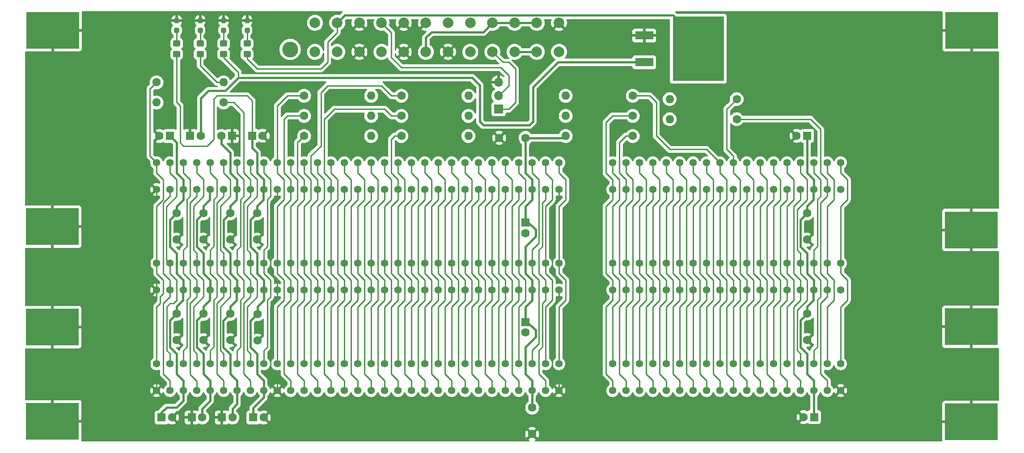
<source format=gbr>
%TF.GenerationSoftware,KiCad,Pcbnew,(6.0.7)*%
%TF.CreationDate,2022-08-07T07:45:21-07:00*%
%TF.ProjectId,isa_board,6973615f-626f-4617-9264-2e6b69636164,rev?*%
%TF.SameCoordinates,Original*%
%TF.FileFunction,Copper,L1,Top*%
%TF.FilePolarity,Positive*%
%FSLAX46Y46*%
G04 Gerber Fmt 4.6, Leading zero omitted, Abs format (unit mm)*
G04 Created by KiCad (PCBNEW (6.0.7)) date 2022-08-07 07:45:21*
%MOMM*%
%LPD*%
G01*
G04 APERTURE LIST*
G04 Aperture macros list*
%AMRoundRect*
0 Rectangle with rounded corners*
0 $1 Rounding radius*
0 $2 $3 $4 $5 $6 $7 $8 $9 X,Y pos of 4 corners*
0 Add a 4 corners polygon primitive as box body*
4,1,4,$2,$3,$4,$5,$6,$7,$8,$9,$2,$3,0*
0 Add four circle primitives for the rounded corners*
1,1,$1+$1,$2,$3*
1,1,$1+$1,$4,$5*
1,1,$1+$1,$6,$7*
1,1,$1+$1,$8,$9*
0 Add four rect primitives between the rounded corners*
20,1,$1+$1,$2,$3,$4,$5,0*
20,1,$1+$1,$4,$5,$6,$7,0*
20,1,$1+$1,$6,$7,$8,$9,0*
20,1,$1+$1,$8,$9,$2,$3,0*%
G04 Aperture macros list end*
%TA.AperFunction,ComponentPad*%
%ADD10R,1.600000X1.600000*%
%TD*%
%TA.AperFunction,ComponentPad*%
%ADD11C,1.600000*%
%TD*%
%TA.AperFunction,ComponentPad*%
%ADD12R,10.000000X7.000000*%
%TD*%
%TA.AperFunction,SMDPad,CuDef*%
%ADD13RoundRect,0.250000X-0.450000X0.325000X-0.450000X-0.325000X0.450000X-0.325000X0.450000X0.325000X0*%
%TD*%
%TA.AperFunction,ComponentPad*%
%ADD14O,1.600000X1.600000*%
%TD*%
%TA.AperFunction,SMDPad,CuDef*%
%ADD15RoundRect,0.237500X0.237500X-0.250000X0.237500X0.250000X-0.237500X0.250000X-0.237500X-0.250000X0*%
%TD*%
%TA.AperFunction,ComponentPad*%
%ADD16C,1.400000*%
%TD*%
%TA.AperFunction,ComponentPad*%
%ADD17R,1.700000X1.700000*%
%TD*%
%TA.AperFunction,ComponentPad*%
%ADD18O,1.700000X1.700000*%
%TD*%
%TA.AperFunction,SMDPad,CuDef*%
%ADD19R,3.500000X1.600000*%
%TD*%
%TA.AperFunction,SMDPad,CuDef*%
%ADD20R,9.750000X12.200000*%
%TD*%
%TA.AperFunction,ComponentPad*%
%ADD21C,3.000000*%
%TD*%
%TA.AperFunction,ComponentPad*%
%ADD22C,2.000000*%
%TD*%
%TA.AperFunction,Conductor*%
%ADD23C,0.381000*%
%TD*%
%TA.AperFunction,Conductor*%
%ADD24C,0.200000*%
%TD*%
%TA.AperFunction,Conductor*%
%ADD25C,0.254000*%
%TD*%
%TA.AperFunction,Conductor*%
%ADD26C,0.250000*%
%TD*%
G04 APERTURE END LIST*
D10*
%TO.P,C14,1*%
%TO.N,/12+*%
X85400000Y-113880000D03*
D11*
%TO.P,C14,2*%
%TO.N,GND*%
X87400000Y-113880000D03*
%TD*%
D12*
%TO.P,H3,1,1*%
%TO.N,GND*%
X47339829Y-96762341D03*
%TD*%
D11*
%TO.P,C11,1*%
%TO.N,/5-*%
X75970000Y-75185000D03*
%TO.P,C11,2*%
%TO.N,GND*%
X75970000Y-80185000D03*
%TD*%
D13*
%TO.P,D3,1,K*%
%TO.N,Net-(D3-Pad1)*%
X70890000Y-43005000D03*
%TO.P,D3,2,A*%
%TO.N,/12+*%
X70890000Y-45055000D03*
%TD*%
%TO.P,D1,1,K*%
%TO.N,Net-(D1-Pad1)*%
X75335000Y-43005000D03*
%TO.P,D1,2,A*%
%TO.N,/5+*%
X75335000Y-45055000D03*
%TD*%
D11*
%TO.P,R1,1*%
%TO.N,/IOCHCK*%
X67080000Y-50380000D03*
D14*
%TO.P,R1,2*%
%TO.N,/5+*%
X79780000Y-50380000D03*
%TD*%
D12*
%TO.P,H7,1,1*%
%TO.N,GND*%
X221367045Y-96688243D03*
%TD*%
D11*
%TO.P,R8,1*%
%TO.N,/IOCS16*%
X157250000Y-60540000D03*
D14*
%TO.P,R8,2*%
%TO.N,/5+*%
X144550000Y-60540000D03*
%TD*%
D15*
%TO.P,R16,1*%
%TO.N,Net-(D3-Pad1)*%
X70890000Y-40497500D03*
%TO.P,R16,2*%
%TO.N,GND*%
X70890000Y-38672500D03*
%TD*%
D10*
%TO.P,C8,1*%
%TO.N,GND*%
X73467829Y-60539999D03*
D11*
%TO.P,C8,2*%
%TO.N,/5-*%
X75467829Y-60539999D03*
%TD*%
D10*
%TO.P,C1,1*%
%TO.N,/5+*%
X136930000Y-95779888D03*
D11*
%TO.P,C1,2*%
%TO.N,GND*%
X136930000Y-97779888D03*
%TD*%
%TO.P,C29,1*%
%TO.N,/5+*%
X190270000Y-75185000D03*
%TO.P,C29,2*%
%TO.N,GND*%
X190270000Y-80185000D03*
%TD*%
%TO.P,R5,1*%
%TO.N,/IOR*%
X113435000Y-56730000D03*
D14*
%TO.P,R5,2*%
%TO.N,/5+*%
X126135000Y-56730000D03*
%TD*%
D10*
%TO.P,C25,1*%
%TO.N,/5+*%
X190270000Y-60512826D03*
D11*
%TO.P,C25,2*%
%TO.N,GND*%
X188270000Y-60512826D03*
%TD*%
D10*
%TO.P,C27,1*%
%TO.N,/5+*%
X136930000Y-76955000D03*
D11*
%TO.P,C27,2*%
%TO.N,GND*%
X136930000Y-78955000D03*
%TD*%
%TO.P,C17,1*%
%TO.N,/12+*%
X86214539Y-94310304D03*
%TO.P,C17,2*%
%TO.N,GND*%
X86214539Y-99310304D03*
%TD*%
D12*
%TO.P,H5,1,1*%
%TO.N,GND*%
X221389344Y-40492560D03*
%TD*%
%TO.P,H4,1,1*%
%TO.N,GND*%
X47387526Y-114611973D03*
%TD*%
%TO.P,H2,1,1*%
%TO.N,GND*%
X47339829Y-77727383D03*
%TD*%
%TO.P,H6,1,1*%
%TO.N,GND*%
X221338243Y-78350442D03*
%TD*%
D11*
%TO.P,C4,1*%
%TO.N,/5+*%
X190270000Y-94195000D03*
%TO.P,C4,2*%
%TO.N,GND*%
X190270000Y-99195000D03*
%TD*%
D13*
%TO.P,D2,1,K*%
%TO.N,Net-(D2-Pad1)*%
X79780000Y-43005000D03*
%TO.P,D2,2,A*%
%TO.N,/5-*%
X79780000Y-45055000D03*
%TD*%
D10*
%TO.P,C9,1*%
%TO.N,GND*%
X73744887Y-113880000D03*
D11*
%TO.P,C9,2*%
%TO.N,/5-*%
X75744887Y-113880000D03*
%TD*%
D10*
%TO.P,C19,1*%
%TO.N,GND*%
X79459887Y-113880000D03*
D11*
%TO.P,C19,2*%
%TO.N,/12-*%
X81459887Y-113880000D03*
%TD*%
%TO.P,C30,1*%
%TO.N,/5+*%
X138200000Y-112015000D03*
%TO.P,C30,2*%
%TO.N,GND*%
X138200000Y-117015000D03*
%TD*%
D10*
%TO.P,C3,1*%
%TO.N,/5+*%
X68029887Y-113880000D03*
D11*
%TO.P,C3,2*%
%TO.N,GND*%
X70029887Y-113880000D03*
%TD*%
%TO.P,C24,1*%
%TO.N,/12-*%
X81050000Y-94235000D03*
%TO.P,C24,2*%
%TO.N,GND*%
X81050000Y-99235000D03*
%TD*%
%TO.P,C5,1*%
%TO.N,/5+*%
X70890000Y-75185000D03*
%TO.P,C5,2*%
%TO.N,GND*%
X70890000Y-80185000D03*
%TD*%
%TO.P,R3,1*%
%TO.N,/SMEMR*%
X95020000Y-60540000D03*
D14*
%TO.P,R3,2*%
%TO.N,/5+*%
X107720000Y-60540000D03*
%TD*%
D16*
%TO.P,J3,1,A1*%
%TO.N,GND*%
X67080000Y-70700000D03*
%TO.P,J3,2,A2*%
%TO.N,/RESOUT*%
X69620000Y-70700000D03*
%TO.P,J3,3,A3*%
%TO.N,/5+*%
X72160000Y-70700000D03*
%TO.P,J3,4,A4*%
%TO.N,/IRQ2*%
X74700000Y-70700000D03*
%TO.P,J3,5,A5*%
%TO.N,/5-*%
X77240000Y-70700000D03*
%TO.P,J3,6,A6*%
%TO.N,/DRQ2*%
X79780000Y-70700000D03*
%TO.P,J3,7,A7*%
%TO.N,/12-*%
X82320000Y-70700000D03*
%TO.P,J3,8,A8*%
%TO.N,/SRDY*%
X84860000Y-70700000D03*
%TO.P,J3,9,A9*%
%TO.N,/12+*%
X87400000Y-70700000D03*
%TO.P,J3,10,A10*%
%TO.N,GND*%
X89940000Y-70700000D03*
%TO.P,J3,11,A11*%
%TO.N,/SMEMW*%
X92480000Y-70700000D03*
%TO.P,J3,12,A12*%
%TO.N,/SMEMR*%
X95020000Y-70700000D03*
%TO.P,J3,13,A13*%
%TO.N,/IOW*%
X97560000Y-70700000D03*
%TO.P,J3,14,A14*%
%TO.N,/IOR*%
X100100000Y-70700000D03*
%TO.P,J3,15,A15*%
%TO.N,/DACK3*%
X102640000Y-70700000D03*
%TO.P,J3,16,A16*%
%TO.N,/DRQ3*%
X105180000Y-70700000D03*
%TO.P,J3,17,A17*%
%TO.N,/DACK1*%
X107720000Y-70700000D03*
%TO.P,J3,18,A18*%
%TO.N,/DRQ1*%
X110260000Y-70700000D03*
%TO.P,J3,19,A19*%
%TO.N,/REFRESH*%
X112800000Y-70700000D03*
%TO.P,J3,20,A20*%
%TO.N,/CLK*%
X115340000Y-70700000D03*
%TO.P,J3,21,A21*%
%TO.N,/IRQ7*%
X117880000Y-70700000D03*
%TO.P,J3,22,A22*%
%TO.N,/IRQ6*%
X120420000Y-70700000D03*
%TO.P,J3,23,A23*%
%TO.N,/IRQ5*%
X122960000Y-70700000D03*
%TO.P,J3,24,A24*%
%TO.N,/IRQ4*%
X125500000Y-70700000D03*
%TO.P,J3,25,A25*%
%TO.N,/IRQ3*%
X128040000Y-70700000D03*
%TO.P,J3,26,A26*%
%TO.N,/DACK2*%
X130580000Y-70700000D03*
%TO.P,J3,27,A27*%
%TO.N,/TC*%
X133120000Y-70700000D03*
%TO.P,J3,28,A28*%
%TO.N,/BALE*%
X135660000Y-70700000D03*
%TO.P,J3,29,A29*%
%TO.N,/5+*%
X138200000Y-70700000D03*
%TO.P,J3,30,A30*%
%TO.N,/OSC*%
X140740000Y-70700000D03*
%TO.P,J3,31,A31*%
%TO.N,GND*%
X143280000Y-70700000D03*
%TO.P,J3,32,B1*%
%TO.N,/IOCHCK*%
X67080000Y-65620000D03*
%TO.P,J3,33,B2*%
%TO.N,/SD7*%
X69620000Y-65620000D03*
%TO.P,J3,34,B3*%
%TO.N,/SD6*%
X72160000Y-65620000D03*
%TO.P,J3,35,B4*%
%TO.N,/SD5*%
X74700000Y-65620000D03*
%TO.P,J3,36,B5*%
%TO.N,/SD4*%
X77240000Y-65620000D03*
%TO.P,J3,37,B6*%
%TO.N,/SD3*%
X79780000Y-65620000D03*
%TO.P,J3,38,B7*%
%TO.N,/SD2*%
X82320000Y-65620000D03*
%TO.P,J3,39,B8*%
%TO.N,/SD1*%
X84860000Y-65620000D03*
%TO.P,J3,40,B9*%
%TO.N,/SD0*%
X87400000Y-65620000D03*
%TO.P,J3,41,B10*%
%TO.N,/IOCHRDY*%
X89940000Y-65620000D03*
%TO.P,J3,42,B11*%
%TO.N,/AEN*%
X92480000Y-65620000D03*
%TO.P,J3,43,B12*%
%TO.N,/SA19*%
X95020000Y-65620000D03*
%TO.P,J3,44,B13*%
%TO.N,/SA18*%
X97560000Y-65620000D03*
%TO.P,J3,45,B14*%
%TO.N,/SA17*%
X100100000Y-65620000D03*
%TO.P,J3,46,B15*%
%TO.N,/SA16*%
X102640000Y-65620000D03*
%TO.P,J3,47,B16*%
%TO.N,/SA15*%
X105180000Y-65620000D03*
%TO.P,J3,48,B17*%
%TO.N,/SA14*%
X107720000Y-65620000D03*
%TO.P,J3,49,B18*%
%TO.N,/SA13*%
X110260000Y-65620000D03*
%TO.P,J3,50,B19*%
%TO.N,/SA12*%
X112800000Y-65620000D03*
%TO.P,J3,51,B20*%
%TO.N,/SA11*%
X115340000Y-65620000D03*
%TO.P,J3,52,B21*%
%TO.N,/SA10*%
X117880000Y-65620000D03*
%TO.P,J3,53,B22*%
%TO.N,/SA9*%
X120420000Y-65620000D03*
%TO.P,J3,54,B23*%
%TO.N,/SA8*%
X122960000Y-65620000D03*
%TO.P,J3,55,B24*%
%TO.N,/SA7*%
X125500000Y-65620000D03*
%TO.P,J3,56,B25*%
%TO.N,/SA6*%
X128040000Y-65620000D03*
%TO.P,J3,57,B26*%
%TO.N,/SA5*%
X130580000Y-65620000D03*
%TO.P,J3,58,B27*%
%TO.N,/SA4*%
X133120000Y-65620000D03*
%TO.P,J3,59,B28*%
%TO.N,/SA3*%
X135660000Y-65620000D03*
%TO.P,J3,60,B29*%
%TO.N,/SA2*%
X138200000Y-65620000D03*
%TO.P,J3,61,B30*%
%TO.N,/SA1*%
X140740000Y-65620000D03*
%TO.P,J3,62,B31*%
%TO.N,/SA0*%
X143280000Y-65620000D03*
%TO.P,J3,63,C1*%
%TO.N,/MEMCS16*%
X153440000Y-70700000D03*
%TO.P,J3,64,C2*%
%TO.N,/IOCS16*%
X155980000Y-70700000D03*
%TO.P,J3,65,C3*%
%TO.N,/IRQ10*%
X158520000Y-70700000D03*
%TO.P,J3,66,C4*%
%TO.N,/IRQ11*%
X161060000Y-70700000D03*
%TO.P,J3,67,C5*%
%TO.N,/IRQ12*%
X163600000Y-70700000D03*
%TO.P,J3,68,C6*%
%TO.N,/IRQ13*%
X166140000Y-70700000D03*
%TO.P,J3,69,C7*%
%TO.N,/IRQ14*%
X168680000Y-70700000D03*
%TO.P,J3,70,C8*%
%TO.N,/DACK0*%
X171220000Y-70700000D03*
%TO.P,J3,71,C9*%
%TO.N,/DRQ0*%
X173760000Y-70700000D03*
%TO.P,J3,72,C10*%
%TO.N,/DACK5*%
X176300000Y-70700000D03*
%TO.P,J3,73,C11*%
%TO.N,/DRQ5*%
X178840000Y-70700000D03*
%TO.P,J3,74,C12*%
%TO.N,/DACK6*%
X181380000Y-70700000D03*
%TO.P,J3,75,C13*%
%TO.N,/DRQ6*%
X183920000Y-70700000D03*
%TO.P,J3,76,C14*%
%TO.N,/DACK7*%
X186460000Y-70700000D03*
%TO.P,J3,77,C15*%
%TO.N,/DRQ7*%
X189000000Y-70700000D03*
%TO.P,J3,78,C16*%
%TO.N,/5+*%
X191540000Y-70700000D03*
%TO.P,J3,79,C17*%
%TO.N,/MASTER*%
X194080000Y-70700000D03*
%TO.P,J3,80,C18*%
%TO.N,GND*%
X196620000Y-70700000D03*
%TO.P,J3,81,D1*%
%TO.N,/SBHE*%
X153440000Y-65620000D03*
%TO.P,J3,82,D2*%
%TO.N,/LA23*%
X155980000Y-65620000D03*
%TO.P,J3,83,D3*%
%TO.N,/LA22*%
X158520000Y-65620000D03*
%TO.P,J3,84,D4*%
%TO.N,/LA21*%
X161060000Y-65620000D03*
%TO.P,J3,85,D5*%
%TO.N,/LA20*%
X163600000Y-65620000D03*
%TO.P,J3,86,D6*%
%TO.N,/LA19*%
X166140000Y-65620000D03*
%TO.P,J3,87,D7*%
%TO.N,/LA18*%
X168680000Y-65620000D03*
%TO.P,J3,88,D8*%
%TO.N,/LA17*%
X171220000Y-65620000D03*
%TO.P,J3,89,D9*%
%TO.N,/MEMR*%
X173760000Y-65620000D03*
%TO.P,J3,90,D10*%
%TO.N,/MEMW*%
X176300000Y-65620000D03*
%TO.P,J3,91,D11*%
%TO.N,/SD8*%
X178840000Y-65620000D03*
%TO.P,J3,92,D12*%
%TO.N,/SD9*%
X181380000Y-65620000D03*
%TO.P,J3,93,D13*%
%TO.N,/SD10*%
X183920000Y-65620000D03*
%TO.P,J3,94,D14*%
%TO.N,/SD11*%
X186460000Y-65620000D03*
%TO.P,J3,95,D15*%
%TO.N,/SD12*%
X189000000Y-65620000D03*
%TO.P,J3,96,D16*%
%TO.N,/SD13*%
X191540000Y-65620000D03*
%TO.P,J3,97,D17*%
%TO.N,/SD14*%
X194080000Y-65620000D03*
%TO.P,J3,98,D18*%
%TO.N,/SD15*%
X196620000Y-65620000D03*
%TD*%
D11*
%TO.P,C28,1*%
%TO.N,/5+*%
X136950000Y-60910000D03*
%TO.P,C28,2*%
%TO.N,GND*%
X131950000Y-60910000D03*
%TD*%
D15*
%TO.P,R17,1*%
%TO.N,Net-(D4-Pad1)*%
X84225000Y-40497500D03*
%TO.P,R17,2*%
%TO.N,GND*%
X84225000Y-38672500D03*
%TD*%
D11*
%TO.P,C10,1*%
%TO.N,/5-*%
X75970000Y-94235000D03*
%TO.P,C10,2*%
%TO.N,GND*%
X75970000Y-99235000D03*
%TD*%
D15*
%TO.P,R14,1*%
%TO.N,Net-(D1-Pad1)*%
X75335000Y-40497500D03*
%TO.P,R14,2*%
%TO.N,GND*%
X75335000Y-38672500D03*
%TD*%
D11*
%TO.P,R9,1*%
%TO.N,/MEMCS16*%
X157250000Y-56730000D03*
D14*
%TO.P,R9,2*%
%TO.N,/5+*%
X144550000Y-56730000D03*
%TD*%
D11*
%TO.P,R7,1*%
%TO.N,/MEMW*%
X176935000Y-53555000D03*
D14*
%TO.P,R7,2*%
%TO.N,/5+*%
X164235000Y-53555000D03*
%TD*%
D11*
%TO.P,R10,1*%
%TO.N,/MASTER*%
X176935000Y-57365000D03*
D14*
%TO.P,R10,2*%
%TO.N,/5+*%
X164235000Y-57365000D03*
%TD*%
D10*
%TO.P,C26,1*%
%TO.N,/5+*%
X191596264Y-113822079D03*
D11*
%TO.P,C26,2*%
%TO.N,GND*%
X189596264Y-113822079D03*
%TD*%
D16*
%TO.P,J2,1,A1*%
%TO.N,GND*%
X67080000Y-89750000D03*
%TO.P,J2,2,A2*%
%TO.N,/RESOUT*%
X69620000Y-89750000D03*
%TO.P,J2,3,A3*%
%TO.N,/5+*%
X72160000Y-89750000D03*
%TO.P,J2,4,A4*%
%TO.N,/IRQ2*%
X74700000Y-89750000D03*
%TO.P,J2,5,A5*%
%TO.N,/5-*%
X77240000Y-89750000D03*
%TO.P,J2,6,A6*%
%TO.N,/DRQ2*%
X79780000Y-89750000D03*
%TO.P,J2,7,A7*%
%TO.N,/12-*%
X82320000Y-89750000D03*
%TO.P,J2,8,A8*%
%TO.N,/SRDY*%
X84860000Y-89750000D03*
%TO.P,J2,9,A9*%
%TO.N,/12+*%
X87400000Y-89750000D03*
%TO.P,J2,10,A10*%
%TO.N,GND*%
X89940000Y-89750000D03*
%TO.P,J2,11,A11*%
%TO.N,/SMEMW*%
X92480000Y-89750000D03*
%TO.P,J2,12,A12*%
%TO.N,/SMEMR*%
X95020000Y-89750000D03*
%TO.P,J2,13,A13*%
%TO.N,/IOW*%
X97560000Y-89750000D03*
%TO.P,J2,14,A14*%
%TO.N,/IOR*%
X100100000Y-89750000D03*
%TO.P,J2,15,A15*%
%TO.N,/DACK3*%
X102640000Y-89750000D03*
%TO.P,J2,16,A16*%
%TO.N,/DRQ3*%
X105180000Y-89750000D03*
%TO.P,J2,17,A17*%
%TO.N,/DACK1*%
X107720000Y-89750000D03*
%TO.P,J2,18,A18*%
%TO.N,/DRQ1*%
X110260000Y-89750000D03*
%TO.P,J2,19,A19*%
%TO.N,/REFRESH*%
X112800000Y-89750000D03*
%TO.P,J2,20,A20*%
%TO.N,/CLK*%
X115340000Y-89750000D03*
%TO.P,J2,21,A21*%
%TO.N,/IRQ7*%
X117880000Y-89750000D03*
%TO.P,J2,22,A22*%
%TO.N,/IRQ6*%
X120420000Y-89750000D03*
%TO.P,J2,23,A23*%
%TO.N,/IRQ5*%
X122960000Y-89750000D03*
%TO.P,J2,24,A24*%
%TO.N,/IRQ4*%
X125500000Y-89750000D03*
%TO.P,J2,25,A25*%
%TO.N,/IRQ3*%
X128040000Y-89750000D03*
%TO.P,J2,26,A26*%
%TO.N,/DACK2*%
X130580000Y-89750000D03*
%TO.P,J2,27,A27*%
%TO.N,/TC*%
X133120000Y-89750000D03*
%TO.P,J2,28,A28*%
%TO.N,/BALE*%
X135660000Y-89750000D03*
%TO.P,J2,29,A29*%
%TO.N,/5+*%
X138200000Y-89750000D03*
%TO.P,J2,30,A30*%
%TO.N,/OSC*%
X140740000Y-89750000D03*
%TO.P,J2,31,A31*%
%TO.N,GND*%
X143280000Y-89750000D03*
%TO.P,J2,32,B1*%
%TO.N,/IOCHCK*%
X67080000Y-84670000D03*
%TO.P,J2,33,B2*%
%TO.N,/SD7*%
X69620000Y-84670000D03*
%TO.P,J2,34,B3*%
%TO.N,/SD6*%
X72160000Y-84670000D03*
%TO.P,J2,35,B4*%
%TO.N,/SD5*%
X74700000Y-84670000D03*
%TO.P,J2,36,B5*%
%TO.N,/SD4*%
X77240000Y-84670000D03*
%TO.P,J2,37,B6*%
%TO.N,/SD3*%
X79780000Y-84670000D03*
%TO.P,J2,38,B7*%
%TO.N,/SD2*%
X82320000Y-84670000D03*
%TO.P,J2,39,B8*%
%TO.N,/SD1*%
X84860000Y-84670000D03*
%TO.P,J2,40,B9*%
%TO.N,/SD0*%
X87400000Y-84670000D03*
%TO.P,J2,41,B10*%
%TO.N,/IOCHRDY*%
X89940000Y-84670000D03*
%TO.P,J2,42,B11*%
%TO.N,/AEN*%
X92480000Y-84670000D03*
%TO.P,J2,43,B12*%
%TO.N,/SA19*%
X95020000Y-84670000D03*
%TO.P,J2,44,B13*%
%TO.N,/SA18*%
X97560000Y-84670000D03*
%TO.P,J2,45,B14*%
%TO.N,/SA17*%
X100100000Y-84670000D03*
%TO.P,J2,46,B15*%
%TO.N,/SA16*%
X102640000Y-84670000D03*
%TO.P,J2,47,B16*%
%TO.N,/SA15*%
X105180000Y-84670000D03*
%TO.P,J2,48,B17*%
%TO.N,/SA14*%
X107720000Y-84670000D03*
%TO.P,J2,49,B18*%
%TO.N,/SA13*%
X110260000Y-84670000D03*
%TO.P,J2,50,B19*%
%TO.N,/SA12*%
X112800000Y-84670000D03*
%TO.P,J2,51,B20*%
%TO.N,/SA11*%
X115340000Y-84670000D03*
%TO.P,J2,52,B21*%
%TO.N,/SA10*%
X117880000Y-84670000D03*
%TO.P,J2,53,B22*%
%TO.N,/SA9*%
X120420000Y-84670000D03*
%TO.P,J2,54,B23*%
%TO.N,/SA8*%
X122960000Y-84670000D03*
%TO.P,J2,55,B24*%
%TO.N,/SA7*%
X125500000Y-84670000D03*
%TO.P,J2,56,B25*%
%TO.N,/SA6*%
X128040000Y-84670000D03*
%TO.P,J2,57,B26*%
%TO.N,/SA5*%
X130580000Y-84670000D03*
%TO.P,J2,58,B27*%
%TO.N,/SA4*%
X133120000Y-84670000D03*
%TO.P,J2,59,B28*%
%TO.N,/SA3*%
X135660000Y-84670000D03*
%TO.P,J2,60,B29*%
%TO.N,/SA2*%
X138200000Y-84670000D03*
%TO.P,J2,61,B30*%
%TO.N,/SA1*%
X140740000Y-84670000D03*
%TO.P,J2,62,B31*%
%TO.N,/SA0*%
X143280000Y-84670000D03*
%TO.P,J2,63,C1*%
%TO.N,/MEMCS16*%
X153440000Y-89750000D03*
%TO.P,J2,64,C2*%
%TO.N,/IOCS16*%
X155980000Y-89750000D03*
%TO.P,J2,65,C3*%
%TO.N,/IRQ10*%
X158520000Y-89750000D03*
%TO.P,J2,66,C4*%
%TO.N,/IRQ11*%
X161060000Y-89750000D03*
%TO.P,J2,67,C5*%
%TO.N,/IRQ12*%
X163600000Y-89750000D03*
%TO.P,J2,68,C6*%
%TO.N,/IRQ13*%
X166140000Y-89750000D03*
%TO.P,J2,69,C7*%
%TO.N,/IRQ14*%
X168680000Y-89750000D03*
%TO.P,J2,70,C8*%
%TO.N,/DACK0*%
X171220000Y-89750000D03*
%TO.P,J2,71,C9*%
%TO.N,/DRQ0*%
X173760000Y-89750000D03*
%TO.P,J2,72,C10*%
%TO.N,/DACK5*%
X176300000Y-89750000D03*
%TO.P,J2,73,C11*%
%TO.N,/DRQ5*%
X178840000Y-89750000D03*
%TO.P,J2,74,C12*%
%TO.N,/DACK6*%
X181380000Y-89750000D03*
%TO.P,J2,75,C13*%
%TO.N,/DRQ6*%
X183920000Y-89750000D03*
%TO.P,J2,76,C14*%
%TO.N,/DACK7*%
X186460000Y-89750000D03*
%TO.P,J2,77,C15*%
%TO.N,/DRQ7*%
X189000000Y-89750000D03*
%TO.P,J2,78,C16*%
%TO.N,/5+*%
X191540000Y-89750000D03*
%TO.P,J2,79,C17*%
%TO.N,/MASTER*%
X194080000Y-89750000D03*
%TO.P,J2,80,C18*%
%TO.N,GND*%
X196620000Y-89750000D03*
%TO.P,J2,81,D1*%
%TO.N,/SBHE*%
X153440000Y-84670000D03*
%TO.P,J2,82,D2*%
%TO.N,/LA23*%
X155980000Y-84670000D03*
%TO.P,J2,83,D3*%
%TO.N,/LA22*%
X158520000Y-84670000D03*
%TO.P,J2,84,D4*%
%TO.N,/LA21*%
X161060000Y-84670000D03*
%TO.P,J2,85,D5*%
%TO.N,/LA20*%
X163600000Y-84670000D03*
%TO.P,J2,86,D6*%
%TO.N,/LA19*%
X166140000Y-84670000D03*
%TO.P,J2,87,D7*%
%TO.N,/LA18*%
X168680000Y-84670000D03*
%TO.P,J2,88,D8*%
%TO.N,/LA17*%
X171220000Y-84670000D03*
%TO.P,J2,89,D9*%
%TO.N,/MEMR*%
X173760000Y-84670000D03*
%TO.P,J2,90,D10*%
%TO.N,/MEMW*%
X176300000Y-84670000D03*
%TO.P,J2,91,D11*%
%TO.N,/SD8*%
X178840000Y-84670000D03*
%TO.P,J2,92,D12*%
%TO.N,/SD9*%
X181380000Y-84670000D03*
%TO.P,J2,93,D13*%
%TO.N,/SD10*%
X183920000Y-84670000D03*
%TO.P,J2,94,D14*%
%TO.N,/SD11*%
X186460000Y-84670000D03*
%TO.P,J2,95,D15*%
%TO.N,/SD12*%
X189000000Y-84670000D03*
%TO.P,J2,96,D16*%
%TO.N,/SD13*%
X191540000Y-84670000D03*
%TO.P,J2,97,D17*%
%TO.N,/SD14*%
X194080000Y-84670000D03*
%TO.P,J2,98,D18*%
%TO.N,/SD15*%
X196620000Y-84670000D03*
%TD*%
D11*
%TO.P,R13,1*%
%TO.N,/IOCHRDY*%
X95020000Y-52920000D03*
D14*
%TO.P,R13,2*%
%TO.N,/5+*%
X107720000Y-52920000D03*
%TD*%
D11*
%TO.P,R11,1*%
%TO.N,/REFRESH*%
X113435000Y-60540000D03*
D14*
%TO.P,R11,2*%
%TO.N,/5+*%
X126135000Y-60540000D03*
%TD*%
D10*
%TO.P,C21,1*%
%TO.N,GND*%
X81354929Y-60540000D03*
D11*
%TO.P,C21,2*%
%TO.N,/12-*%
X79354929Y-60540000D03*
%TD*%
%TO.P,C22,1*%
%TO.N,/12-*%
X81050000Y-75185000D03*
%TO.P,C22,2*%
%TO.N,GND*%
X81050000Y-80185000D03*
%TD*%
D12*
%TO.P,H1,1,1*%
%TO.N,GND*%
X47400438Y-40509230D03*
%TD*%
D13*
%TO.P,D4,1,K*%
%TO.N,Net-(D4-Pad1)*%
X84225000Y-43005000D03*
%TO.P,D4,2,A*%
%TO.N,/12-*%
X84225000Y-45055000D03*
%TD*%
D11*
%TO.P,C16,1*%
%TO.N,/12+*%
X86130000Y-75185000D03*
%TO.P,C16,2*%
%TO.N,GND*%
X86130000Y-80185000D03*
%TD*%
D12*
%TO.P,H8,1,1*%
%TO.N,GND*%
X221378468Y-114716154D03*
%TD*%
D10*
%TO.P,C2,1*%
%TO.N,/5+*%
X69620000Y-60540000D03*
D11*
%TO.P,C2,2*%
%TO.N,GND*%
X67620000Y-60540000D03*
%TD*%
D16*
%TO.P,J1,1,A1*%
%TO.N,GND*%
X67080000Y-108800000D03*
%TO.P,J1,2,A2*%
%TO.N,/RESOUT*%
X69620000Y-108800000D03*
%TO.P,J1,3,A3*%
%TO.N,/5+*%
X72160000Y-108800000D03*
%TO.P,J1,4,A4*%
%TO.N,/IRQ2*%
X74700000Y-108800000D03*
%TO.P,J1,5,A5*%
%TO.N,/5-*%
X77240000Y-108800000D03*
%TO.P,J1,6,A6*%
%TO.N,/DRQ2*%
X79780000Y-108800000D03*
%TO.P,J1,7,A7*%
%TO.N,/12-*%
X82320000Y-108800000D03*
%TO.P,J1,8,A8*%
%TO.N,/SRDY*%
X84860000Y-108800000D03*
%TO.P,J1,9,A9*%
%TO.N,/12+*%
X87400000Y-108800000D03*
%TO.P,J1,10,A10*%
%TO.N,GND*%
X89940000Y-108800000D03*
%TO.P,J1,11,A11*%
%TO.N,/SMEMW*%
X92480000Y-108800000D03*
%TO.P,J1,12,A12*%
%TO.N,/SMEMR*%
X95020000Y-108800000D03*
%TO.P,J1,13,A13*%
%TO.N,/IOW*%
X97560000Y-108800000D03*
%TO.P,J1,14,A14*%
%TO.N,/IOR*%
X100100000Y-108800000D03*
%TO.P,J1,15,A15*%
%TO.N,/DACK3*%
X102640000Y-108800000D03*
%TO.P,J1,16,A16*%
%TO.N,/DRQ3*%
X105180000Y-108800000D03*
%TO.P,J1,17,A17*%
%TO.N,/DACK1*%
X107720000Y-108800000D03*
%TO.P,J1,18,A18*%
%TO.N,/DRQ1*%
X110260000Y-108800000D03*
%TO.P,J1,19,A19*%
%TO.N,/REFRESH*%
X112800000Y-108800000D03*
%TO.P,J1,20,A20*%
%TO.N,/CLK*%
X115340000Y-108800000D03*
%TO.P,J1,21,A21*%
%TO.N,/IRQ7*%
X117880000Y-108800000D03*
%TO.P,J1,22,A22*%
%TO.N,/IRQ6*%
X120420000Y-108800000D03*
%TO.P,J1,23,A23*%
%TO.N,/IRQ5*%
X122960000Y-108800000D03*
%TO.P,J1,24,A24*%
%TO.N,/IRQ4*%
X125500000Y-108800000D03*
%TO.P,J1,25,A25*%
%TO.N,/IRQ3*%
X128040000Y-108800000D03*
%TO.P,J1,26,A26*%
%TO.N,/DACK2*%
X130580000Y-108800000D03*
%TO.P,J1,27,A27*%
%TO.N,/TC*%
X133120000Y-108800000D03*
%TO.P,J1,28,A28*%
%TO.N,/BALE*%
X135660000Y-108800000D03*
%TO.P,J1,29,A29*%
%TO.N,/5+*%
X138200000Y-108800000D03*
%TO.P,J1,30,A30*%
%TO.N,/OSC*%
X140740000Y-108800000D03*
%TO.P,J1,31,A31*%
%TO.N,GND*%
X143280000Y-108800000D03*
%TO.P,J1,32,B1*%
%TO.N,/IOCHCK*%
X67080000Y-103720000D03*
%TO.P,J1,33,B2*%
%TO.N,/SD7*%
X69620000Y-103720000D03*
%TO.P,J1,34,B3*%
%TO.N,/SD6*%
X72160000Y-103720000D03*
%TO.P,J1,35,B4*%
%TO.N,/SD5*%
X74700000Y-103720000D03*
%TO.P,J1,36,B5*%
%TO.N,/SD4*%
X77240000Y-103720000D03*
%TO.P,J1,37,B6*%
%TO.N,/SD3*%
X79780000Y-103720000D03*
%TO.P,J1,38,B7*%
%TO.N,/SD2*%
X82320000Y-103720000D03*
%TO.P,J1,39,B8*%
%TO.N,/SD1*%
X84860000Y-103720000D03*
%TO.P,J1,40,B9*%
%TO.N,/SD0*%
X87400000Y-103720000D03*
%TO.P,J1,41,B10*%
%TO.N,/IOCHRDY*%
X89940000Y-103720000D03*
%TO.P,J1,42,B11*%
%TO.N,/AEN*%
X92480000Y-103720000D03*
%TO.P,J1,43,B12*%
%TO.N,/SA19*%
X95020000Y-103720000D03*
%TO.P,J1,44,B13*%
%TO.N,/SA18*%
X97560000Y-103720000D03*
%TO.P,J1,45,B14*%
%TO.N,/SA17*%
X100100000Y-103720000D03*
%TO.P,J1,46,B15*%
%TO.N,/SA16*%
X102640000Y-103720000D03*
%TO.P,J1,47,B16*%
%TO.N,/SA15*%
X105180000Y-103720000D03*
%TO.P,J1,48,B17*%
%TO.N,/SA14*%
X107720000Y-103720000D03*
%TO.P,J1,49,B18*%
%TO.N,/SA13*%
X110260000Y-103720000D03*
%TO.P,J1,50,B19*%
%TO.N,/SA12*%
X112800000Y-103720000D03*
%TO.P,J1,51,B20*%
%TO.N,/SA11*%
X115340000Y-103720000D03*
%TO.P,J1,52,B21*%
%TO.N,/SA10*%
X117880000Y-103720000D03*
%TO.P,J1,53,B22*%
%TO.N,/SA9*%
X120420000Y-103720000D03*
%TO.P,J1,54,B23*%
%TO.N,/SA8*%
X122960000Y-103720000D03*
%TO.P,J1,55,B24*%
%TO.N,/SA7*%
X125500000Y-103720000D03*
%TO.P,J1,56,B25*%
%TO.N,/SA6*%
X128040000Y-103720000D03*
%TO.P,J1,57,B26*%
%TO.N,/SA5*%
X130580000Y-103720000D03*
%TO.P,J1,58,B27*%
%TO.N,/SA4*%
X133120000Y-103720000D03*
%TO.P,J1,59,B28*%
%TO.N,/SA3*%
X135660000Y-103720000D03*
%TO.P,J1,60,B29*%
%TO.N,/SA2*%
X138200000Y-103720000D03*
%TO.P,J1,61,B30*%
%TO.N,/SA1*%
X140740000Y-103720000D03*
%TO.P,J1,62,B31*%
%TO.N,/SA0*%
X143280000Y-103720000D03*
%TO.P,J1,63,C1*%
%TO.N,/MEMCS16*%
X153440000Y-108800000D03*
%TO.P,J1,64,C2*%
%TO.N,/IOCS16*%
X155980000Y-108800000D03*
%TO.P,J1,65,C3*%
%TO.N,/IRQ10*%
X158520000Y-108800000D03*
%TO.P,J1,66,C4*%
%TO.N,/IRQ11*%
X161060000Y-108800000D03*
%TO.P,J1,67,C5*%
%TO.N,/IRQ12*%
X163600000Y-108800000D03*
%TO.P,J1,68,C6*%
%TO.N,/IRQ13*%
X166140000Y-108800000D03*
%TO.P,J1,69,C7*%
%TO.N,/IRQ14*%
X168680000Y-108800000D03*
%TO.P,J1,70,C8*%
%TO.N,/DACK0*%
X171220000Y-108800000D03*
%TO.P,J1,71,C9*%
%TO.N,/DRQ0*%
X173760000Y-108800000D03*
%TO.P,J1,72,C10*%
%TO.N,/DACK5*%
X176300000Y-108800000D03*
%TO.P,J1,73,C11*%
%TO.N,/DRQ5*%
X178840000Y-108800000D03*
%TO.P,J1,74,C12*%
%TO.N,/DACK6*%
X181380000Y-108800000D03*
%TO.P,J1,75,C13*%
%TO.N,/DRQ6*%
X183920000Y-108800000D03*
%TO.P,J1,76,C14*%
%TO.N,/DACK7*%
X186460000Y-108800000D03*
%TO.P,J1,77,C15*%
%TO.N,/DRQ7*%
X189000000Y-108800000D03*
%TO.P,J1,78,C16*%
%TO.N,/5+*%
X191540000Y-108800000D03*
%TO.P,J1,79,C17*%
%TO.N,/MASTER*%
X194080000Y-108800000D03*
%TO.P,J1,80,C18*%
%TO.N,GND*%
X196620000Y-108800000D03*
%TO.P,J1,81,D1*%
%TO.N,/SBHE*%
X153440000Y-103720000D03*
%TO.P,J1,82,D2*%
%TO.N,/LA23*%
X155980000Y-103720000D03*
%TO.P,J1,83,D3*%
%TO.N,/LA22*%
X158520000Y-103720000D03*
%TO.P,J1,84,D4*%
%TO.N,/LA21*%
X161060000Y-103720000D03*
%TO.P,J1,85,D5*%
%TO.N,/LA20*%
X163600000Y-103720000D03*
%TO.P,J1,86,D6*%
%TO.N,/LA19*%
X166140000Y-103720000D03*
%TO.P,J1,87,D7*%
%TO.N,/LA18*%
X168680000Y-103720000D03*
%TO.P,J1,88,D8*%
%TO.N,/LA17*%
X171220000Y-103720000D03*
%TO.P,J1,89,D9*%
%TO.N,/MEMR*%
X173760000Y-103720000D03*
%TO.P,J1,90,D10*%
%TO.N,/MEMW*%
X176300000Y-103720000D03*
%TO.P,J1,91,D11*%
%TO.N,/SD8*%
X178840000Y-103720000D03*
%TO.P,J1,92,D12*%
%TO.N,/SD9*%
X181380000Y-103720000D03*
%TO.P,J1,93,D13*%
%TO.N,/SD10*%
X183920000Y-103720000D03*
%TO.P,J1,94,D14*%
%TO.N,/SD11*%
X186460000Y-103720000D03*
%TO.P,J1,95,D15*%
%TO.N,/SD12*%
X189000000Y-103720000D03*
%TO.P,J1,96,D16*%
%TO.N,/SD13*%
X191540000Y-103720000D03*
%TO.P,J1,97,D17*%
%TO.N,/SD14*%
X194080000Y-103720000D03*
%TO.P,J1,98,D18*%
%TO.N,/SD15*%
X196620000Y-103720000D03*
%TD*%
D11*
%TO.P,R2,1*%
%TO.N,/SMEMW*%
X95020000Y-56730000D03*
D14*
%TO.P,R2,2*%
%TO.N,/5+*%
X107720000Y-56730000D03*
%TD*%
D10*
%TO.P,C15,1*%
%TO.N,/12+*%
X85174888Y-60503768D03*
D11*
%TO.P,C15,2*%
%TO.N,GND*%
X87174888Y-60503768D03*
%TD*%
%TO.P,C6,1*%
%TO.N,/5+*%
X70900000Y-94235000D03*
%TO.P,C6,2*%
%TO.N,GND*%
X70900000Y-99235000D03*
%TD*%
D17*
%TO.P,J5,1,Pin_1*%
%TO.N,/5VSB*%
X131850000Y-55460000D03*
D18*
%TO.P,J5,2,Pin_2*%
%TO.N,/PWRON*%
X131850000Y-52920000D03*
%TO.P,J5,3,Pin_3*%
%TO.N,GND*%
X131850000Y-50380000D03*
%TD*%
D11*
%TO.P,R6,1*%
%TO.N,/MEMR*%
X157250000Y-52920000D03*
D14*
%TO.P,R6,2*%
%TO.N,/5+*%
X144550000Y-52920000D03*
%TD*%
D15*
%TO.P,R15,1*%
%TO.N,Net-(D2-Pad1)*%
X79780000Y-40497500D03*
%TO.P,R15,2*%
%TO.N,GND*%
X79780000Y-38672500D03*
%TD*%
D11*
%TO.P,R4,1*%
%TO.N,/IOW*%
X113435000Y-52920000D03*
D14*
%TO.P,R4,2*%
%TO.N,/5+*%
X126135000Y-52920000D03*
%TD*%
D11*
%TO.P,R12,1*%
%TO.N,/SRDY*%
X79780000Y-54190000D03*
D14*
%TO.P,R12,2*%
%TO.N,/5+*%
X67080000Y-54190000D03*
%TD*%
D19*
%TO.P,U1,1,GND*%
%TO.N,GND*%
X159416950Y-41490000D03*
D20*
%TO.P,U1,2,VI*%
%TO.N,/12-*%
X169666950Y-44030000D03*
D19*
%TO.P,U1,3,VO*%
%TO.N,/5-*%
X159416950Y-46570000D03*
%TD*%
D21*
%TO.P,J4,0*%
%TO.N,N/C*%
X92385000Y-44140000D03*
D22*
%TO.P,J4,1,3.3V*%
%TO.N,unconnected-(J4-Pad1)*%
X97085000Y-44600000D03*
%TO.P,J4,2,3.3V*%
%TO.N,unconnected-(J4-Pad2)*%
X101285000Y-44600000D03*
%TO.P,J4,3,GND*%
%TO.N,GND*%
X105485000Y-44600000D03*
%TO.P,J4,4,+5V*%
%TO.N,/5+*%
X109685000Y-44600000D03*
%TO.P,J4,5,GND*%
%TO.N,GND*%
X113885000Y-44600000D03*
%TO.P,J4,6,+5V*%
%TO.N,/5+*%
X118085000Y-44600000D03*
%TO.P,J4,7,GND*%
%TO.N,GND*%
X122285000Y-44600000D03*
%TO.P,J4,8,PG*%
%TO.N,/PG*%
X126485000Y-44600000D03*
%TO.P,J4,9,+5VSB*%
%TO.N,/5VSB*%
X130685000Y-44600000D03*
%TO.P,J4,10,+12V*%
%TO.N,/12+*%
X134885000Y-44600000D03*
%TO.P,J4,11,+12V*%
X139085000Y-44600000D03*
%TO.P,J4,12,3.3V*%
%TO.N,unconnected-(J4-Pad12)*%
X143285000Y-44600000D03*
%TO.P,J4,13,3.3V*%
%TO.N,unconnected-(J4-Pad13)*%
X97085000Y-39100000D03*
%TO.P,J4,14,-12V*%
%TO.N,/12-*%
X101285000Y-39100000D03*
%TO.P,J4,15,GND*%
%TO.N,GND*%
X105485000Y-39100000D03*
%TO.P,J4,16,PWRON*%
%TO.N,/PWRON*%
X109685000Y-39100000D03*
%TO.P,J4,17,GND*%
%TO.N,GND*%
X113885000Y-39100000D03*
%TO.P,J4,18,GND*%
X118085000Y-39100000D03*
%TO.P,J4,19,GND*%
X122285000Y-39100000D03*
%TO.P,J4,20,-5V*%
%TO.N,/-5ATX*%
X126485000Y-39100000D03*
%TO.P,J4,21,+5V*%
%TO.N,/5+*%
X130685000Y-39100000D03*
%TO.P,J4,22,+5V*%
X134885000Y-39100000D03*
%TO.P,J4,23,+5V*%
X139085000Y-39100000D03*
%TO.P,J4,24,GND*%
%TO.N,GND*%
X143285000Y-39100000D03*
%TD*%
D23*
%TO.N,/5+*%
X144180000Y-60910000D02*
X144550000Y-60540000D01*
X136950000Y-60910000D02*
X144180000Y-60910000D01*
X136930000Y-62405000D02*
X136930000Y-60930000D01*
X136930000Y-60930000D02*
X136950000Y-60910000D01*
X136930000Y-105625000D02*
X136930000Y-103720000D01*
X136950000Y-62385000D02*
X136950000Y-60910000D01*
D24*
X136930000Y-62405000D02*
X136950000Y-62385000D01*
D23*
%TO.N,/5-*%
X159416950Y-46570000D02*
X148360000Y-46570000D01*
X148360000Y-46570000D02*
X143080000Y-46570000D01*
D24*
%TO.N,/12-*%
X169666950Y-42476950D02*
X169666950Y-44030000D01*
D23*
X164870000Y-37680000D02*
X169666950Y-42476950D01*
X152805000Y-37680000D02*
X164870000Y-37680000D01*
X152805000Y-37680000D02*
X147725000Y-37680000D01*
%TO.N,/5-*%
X143080000Y-46570000D02*
X139052500Y-50597500D01*
%TO.N,/5+*%
X189000000Y-100545000D02*
X189000000Y-95515000D01*
X68029887Y-113880000D02*
X68029887Y-112930113D01*
X138200000Y-72605000D02*
X136930000Y-73875000D01*
X70890000Y-101815000D02*
X69620000Y-100545000D01*
X72160000Y-106895000D02*
X70890000Y-105625000D01*
X191540000Y-89750000D02*
X191540000Y-87845000D01*
X138835000Y-97370000D02*
X137244888Y-95779888D01*
X137244888Y-95779888D02*
X136930000Y-95779888D01*
X70900000Y-92855000D02*
X72100000Y-91655000D01*
X72160000Y-87845000D02*
X70890000Y-86575000D01*
X190270000Y-60512826D02*
X190270000Y-67525000D01*
X191540000Y-70700000D02*
X191540000Y-68795000D01*
X69620000Y-95515000D02*
X70900000Y-94235000D01*
X191540000Y-87845000D02*
X190270000Y-86575000D01*
X72160000Y-89750000D02*
X72160000Y-87845000D01*
X191480000Y-91655000D02*
X191480000Y-89750000D01*
X138200000Y-112015000D02*
X138200000Y-108800000D01*
X70900000Y-94235000D02*
X70900000Y-92855000D01*
X191540000Y-108800000D02*
X191540000Y-113765815D01*
X191540000Y-106895000D02*
X190270000Y-105625000D01*
X138835000Y-78320000D02*
X138835000Y-79590000D01*
X72160000Y-70700000D02*
X72160000Y-68795000D01*
X138200000Y-108800000D02*
X138200000Y-106895000D01*
X70890000Y-82765000D02*
X69620000Y-81495000D01*
X190270000Y-82765000D02*
X189000000Y-81495000D01*
X136930000Y-81495000D02*
X136930000Y-84670000D01*
X190280000Y-73805000D02*
X191480000Y-72605000D01*
X138200000Y-70700000D02*
X138200000Y-72605000D01*
X138835000Y-79590000D02*
X136930000Y-81495000D01*
X70890000Y-86575000D02*
X70890000Y-82765000D01*
X138835000Y-97370000D02*
X138835000Y-98640000D01*
X138200000Y-89750000D02*
X138200000Y-87845000D01*
X138200000Y-70700000D02*
X138200000Y-68795000D01*
X136930000Y-67525000D02*
X136930000Y-62405000D01*
X72160000Y-110705000D02*
X72160000Y-108800000D01*
X69620000Y-81495000D02*
X69620000Y-76465000D01*
X118085000Y-41920000D02*
X118085000Y-44600000D01*
X69620000Y-100545000D02*
X69620000Y-95515000D01*
X139085000Y-39100000D02*
X130685000Y-39100000D01*
X190270000Y-101815000D02*
X189000000Y-100545000D01*
X138200000Y-89750000D02*
X138200000Y-91655000D01*
X70890000Y-67525000D02*
X70890000Y-61810000D01*
X189000000Y-81495000D02*
X189000000Y-76465000D01*
X72160000Y-70700000D02*
X72160000Y-72605000D01*
X136930000Y-86575000D02*
X136930000Y-84670000D01*
X136930000Y-92925000D02*
X136930000Y-95779888D01*
X70890000Y-61810000D02*
X69620000Y-60540000D01*
X191480000Y-72605000D02*
X191480000Y-70700000D01*
X70890000Y-105625000D02*
X70890000Y-101815000D01*
X70890000Y-111975000D02*
X72160000Y-110705000D01*
X69620000Y-76465000D02*
X70900000Y-75185000D01*
X138200000Y-106895000D02*
X136930000Y-105625000D01*
X137244888Y-76729888D02*
X136930000Y-76729888D01*
X189000000Y-95515000D02*
X190280000Y-94235000D01*
X138200000Y-68795000D02*
X136930000Y-67525000D01*
X189000000Y-76465000D02*
X190280000Y-75185000D01*
X72160000Y-108800000D02*
X72160000Y-106895000D01*
D25*
X75335000Y-47205000D02*
X75335000Y-45055000D01*
D23*
X138835000Y-98640000D02*
X136930000Y-100545000D01*
X70890000Y-73875000D02*
X70890000Y-75185000D01*
X138835000Y-78320000D02*
X137244888Y-76729888D01*
X128930000Y-40855000D02*
X119150000Y-40855000D01*
X190270000Y-105625000D02*
X190270000Y-101815000D01*
X72100000Y-91655000D02*
X72100000Y-89750000D01*
X138200000Y-91655000D02*
X136930000Y-92925000D01*
X191540000Y-113765815D02*
X191596264Y-113822079D01*
X136930000Y-100545000D02*
X136930000Y-103720000D01*
X138200000Y-87845000D02*
X136930000Y-86575000D01*
X190270000Y-85940000D02*
X190270000Y-82765000D01*
X119150000Y-40855000D02*
X118085000Y-41920000D01*
X72160000Y-68795000D02*
X70890000Y-67525000D01*
D25*
X78510000Y-50380000D02*
X75335000Y-47205000D01*
D23*
X68985000Y-111975000D02*
X70890000Y-111975000D01*
X130685000Y-39100000D02*
X128930000Y-40855000D01*
X190270000Y-86575000D02*
X190270000Y-85940000D01*
X191540000Y-108800000D02*
X191540000Y-106895000D01*
X190280000Y-94235000D02*
X190280000Y-92855000D01*
X136930000Y-73875000D02*
X136930000Y-76729888D01*
X190270000Y-67525000D02*
X191540000Y-68795000D01*
X190280000Y-75185000D02*
X190280000Y-73805000D01*
X72160000Y-72605000D02*
X70890000Y-73875000D01*
D25*
X79780000Y-50380000D02*
X78510000Y-50380000D01*
D23*
X68029887Y-112930113D02*
X68985000Y-111975000D01*
X190280000Y-92855000D02*
X191480000Y-91655000D01*
D25*
%TO.N,/MASTER*%
X192810000Y-73240000D02*
X192810000Y-86575000D01*
X194080000Y-89750000D02*
X194080000Y-91020000D01*
X190905000Y-57365000D02*
X192810000Y-59270000D01*
X194080000Y-70700000D02*
X194080000Y-71970000D01*
X194080000Y-89750000D02*
X194080000Y-87845000D01*
X176935000Y-57365000D02*
X190905000Y-57365000D01*
X194080000Y-87845000D02*
X192810000Y-86575000D01*
X192810000Y-59270000D02*
X192810000Y-67525000D01*
X192810000Y-67525000D02*
X194080000Y-68795000D01*
X194080000Y-91020000D02*
X192810000Y-92290000D01*
X194080000Y-68795000D02*
X194080000Y-70700000D01*
X194080000Y-108800000D02*
X194080000Y-106895000D01*
X194080000Y-71970000D02*
X192810000Y-73240000D01*
X194080000Y-106895000D02*
X192810000Y-105625000D01*
X192810000Y-92290000D02*
X192810000Y-105625000D01*
D23*
%TO.N,/5-*%
X128280000Y-50910000D02*
X126880000Y-49510000D01*
X138350000Y-57820000D02*
X137680000Y-58490000D01*
X75970000Y-94235000D02*
X75970000Y-92855000D01*
X77240000Y-106895000D02*
X75970000Y-105625000D01*
D25*
X82570000Y-49510000D02*
X82570000Y-48480000D01*
D23*
X75980000Y-73805000D02*
X77180000Y-72605000D01*
D24*
X74700000Y-95505000D02*
X74700000Y-95575000D01*
D23*
X75970000Y-101815000D02*
X74700000Y-100545000D01*
X80105000Y-51975000D02*
X82570000Y-49510000D01*
X128280000Y-57820000D02*
X128280000Y-50910000D01*
X77240000Y-108800000D02*
X77240000Y-106895000D01*
X76915000Y-51975000D02*
X80105000Y-51975000D01*
X75970000Y-82765000D02*
X74700000Y-81495000D01*
X77240000Y-87845000D02*
X75970000Y-86575000D01*
X128950000Y-58490000D02*
X128280000Y-57820000D01*
X77180000Y-72605000D02*
X77180000Y-70700000D01*
X138350000Y-51300000D02*
X138350000Y-57820000D01*
X75970000Y-92855000D02*
X77170000Y-91655000D01*
X75970000Y-105625000D02*
X75970000Y-101815000D01*
X75744887Y-113880000D02*
X75744887Y-112200113D01*
X75970000Y-94235000D02*
X74700000Y-95505000D01*
X75970000Y-86575000D02*
X75970000Y-82765000D01*
X75467829Y-53422171D02*
X76915000Y-51975000D01*
X75744887Y-112200113D02*
X77240000Y-110705000D01*
X126880000Y-49510000D02*
X82570000Y-49510000D01*
X139052500Y-50597500D02*
X138350000Y-51300000D01*
X77240000Y-89750000D02*
X77240000Y-87845000D01*
X75467829Y-60539999D02*
X75467829Y-53422171D01*
X75980000Y-75185000D02*
X75980000Y-73805000D01*
D25*
X82570000Y-48480000D02*
X79780000Y-45690000D01*
D23*
X74700000Y-76465000D02*
X75980000Y-75185000D01*
X77240000Y-110705000D02*
X77240000Y-108800000D01*
X74700000Y-81495000D02*
X74700000Y-76465000D01*
X74700000Y-100545000D02*
X74700000Y-95575000D01*
X137680000Y-58490000D02*
X128950000Y-58490000D01*
X77170000Y-91655000D02*
X77170000Y-89750000D01*
%TO.N,/12+*%
X84860000Y-76465000D02*
X86140000Y-75185000D01*
X86200000Y-94235000D02*
X86200000Y-92855000D01*
D25*
X70890000Y-54190000D02*
X70890000Y-45055000D01*
D23*
X87400000Y-89750000D02*
X87400000Y-87845000D01*
X85400000Y-113880000D02*
X85400000Y-112070000D01*
D25*
X84225000Y-52920000D02*
X78510000Y-52920000D01*
D23*
X86200000Y-92855000D02*
X87400000Y-91655000D01*
X86130000Y-101815000D02*
X84860000Y-100545000D01*
X86130000Y-86575000D02*
X86130000Y-82765000D01*
D25*
X72160000Y-62445000D02*
X71525000Y-61810000D01*
D23*
X87400000Y-108800000D02*
X87400000Y-110070000D01*
D25*
X76605000Y-62445000D02*
X72160000Y-62445000D01*
D23*
X84860000Y-81495000D02*
X84860000Y-76465000D01*
X86140000Y-75185000D02*
X86140000Y-73805000D01*
X84860000Y-95575000D02*
X86200000Y-94235000D01*
X87400000Y-68795000D02*
X87400000Y-70700000D01*
X86130000Y-63715000D02*
X86130000Y-67525000D01*
D25*
X77875000Y-53555000D02*
X77875000Y-61175000D01*
D23*
X84860000Y-100545000D02*
X84860000Y-95575000D01*
X86130000Y-82765000D02*
X84860000Y-81495000D01*
X85400000Y-112070000D02*
X87400000Y-110070000D01*
X86140000Y-73805000D02*
X87340000Y-72605000D01*
D25*
X71525000Y-54825000D02*
X70890000Y-54190000D01*
D23*
X86130000Y-67525000D02*
X87400000Y-68795000D01*
X87400000Y-87845000D02*
X86130000Y-86575000D01*
X85174888Y-60503768D02*
X85174888Y-62759888D01*
X86130000Y-105625000D02*
X87400000Y-106895000D01*
D25*
X71525000Y-61810000D02*
X71525000Y-54825000D01*
X77875000Y-61175000D02*
X76605000Y-62445000D01*
X78510000Y-52920000D02*
X77875000Y-53555000D01*
D23*
X134885000Y-44600000D02*
X139085000Y-44600000D01*
X85174888Y-62759888D02*
X86130000Y-63715000D01*
D25*
X85174888Y-53869888D02*
X84225000Y-52920000D01*
D23*
X86130000Y-105625000D02*
X86130000Y-101815000D01*
X87400000Y-91655000D02*
X87400000Y-89750000D01*
D25*
X85174888Y-60503768D02*
X85174888Y-53869888D01*
D23*
X87340000Y-72605000D02*
X87340000Y-70700000D01*
X87400000Y-106895000D02*
X87400000Y-108800000D01*
%TO.N,/12-*%
X102705000Y-37680000D02*
X147725000Y-37680000D01*
X81050000Y-94235000D02*
X79710000Y-95575000D01*
X81050000Y-92855000D02*
X82250000Y-91655000D01*
X79354929Y-60540000D02*
X79354929Y-62019929D01*
D25*
X101285000Y-40940000D02*
X101285000Y-39100000D01*
X86130000Y-47840000D02*
X98195000Y-47840000D01*
D23*
X82320000Y-106895000D02*
X82320000Y-108800000D01*
X79780000Y-81495000D02*
X79780000Y-76465000D01*
X81050000Y-63715000D02*
X81050000Y-67525000D01*
X81050000Y-105625000D02*
X82320000Y-106895000D01*
X79780000Y-76465000D02*
X81060000Y-75185000D01*
X101285000Y-39100000D02*
X102705000Y-37680000D01*
D25*
X86130000Y-47840000D02*
X84225000Y-45935000D01*
X99465000Y-46570000D02*
X99465000Y-42760000D01*
D23*
X79710000Y-100545000D02*
X81050000Y-101885000D01*
X81459887Y-112200113D02*
X82320000Y-111340000D01*
X82260000Y-72605000D02*
X82260000Y-70700000D01*
X82250000Y-91655000D02*
X82250000Y-89750000D01*
D25*
X84225000Y-45935000D02*
X84225000Y-45055000D01*
D23*
X81459887Y-113880000D02*
X81459887Y-112200113D01*
X82320000Y-89750000D02*
X82320000Y-87845000D01*
D25*
X99465000Y-42760000D02*
X101285000Y-40940000D01*
D23*
X82320000Y-111340000D02*
X82320000Y-108800000D01*
X81050000Y-94235000D02*
X81050000Y-92855000D01*
X79354929Y-62019929D02*
X81050000Y-63715000D01*
X81050000Y-101885000D02*
X81050000Y-105625000D01*
D25*
X98195000Y-47840000D02*
X99465000Y-46570000D01*
D23*
X79710000Y-95575000D02*
X79710000Y-100545000D01*
X81050000Y-86575000D02*
X81050000Y-82765000D01*
X81050000Y-67525000D02*
X82320000Y-68795000D01*
X81050000Y-82765000D02*
X79780000Y-81495000D01*
X81060000Y-75185000D02*
X81060000Y-73805000D01*
X82320000Y-87845000D02*
X81050000Y-86575000D01*
X81060000Y-73805000D02*
X82260000Y-72605000D01*
X82320000Y-68795000D02*
X82320000Y-70700000D01*
D25*
%TO.N,Net-(D1-Pad1)*%
X75335000Y-43005000D02*
X75335000Y-40497500D01*
%TO.N,Net-(D2-Pad1)*%
X79780000Y-43005000D02*
X79780000Y-40497500D01*
%TO.N,Net-(D3-Pad1)*%
X70890000Y-43005000D02*
X70890000Y-40497500D01*
%TO.N,Net-(D4-Pad1)*%
X84225000Y-43005000D02*
X84225000Y-40497500D01*
D26*
%TO.N,GND*%
X67080000Y-91655000D02*
X67080000Y-89750000D01*
X142010000Y-92925000D02*
X143280000Y-91655000D01*
X67080000Y-72605000D02*
X65810000Y-73875000D01*
X67080000Y-106895000D02*
X65810000Y-105625000D01*
X143280000Y-72605000D02*
X143280000Y-70700000D01*
D25*
X89940000Y-71970000D02*
X88670000Y-73240000D01*
D26*
X89940000Y-87845000D02*
X88670000Y-86575000D01*
X142010000Y-86575000D02*
X142010000Y-73875000D01*
X67080000Y-108800000D02*
X67080000Y-106895000D01*
X67080000Y-87845000D02*
X65810000Y-86575000D01*
X88670000Y-105625000D02*
X88670000Y-92925000D01*
X89940000Y-91655000D02*
X89940000Y-89750000D01*
X67080000Y-70700000D02*
X67080000Y-72605000D01*
X89940000Y-106895000D02*
X88670000Y-105625000D01*
X89940000Y-89750000D02*
X89940000Y-87845000D01*
X65810000Y-92925000D02*
X67080000Y-91655000D01*
X142010000Y-105625000D02*
X142010000Y-92925000D01*
X143280000Y-91655000D02*
X143280000Y-89750000D01*
X88670000Y-92925000D02*
X89940000Y-91655000D01*
D25*
X89940000Y-70700000D02*
X89940000Y-71970000D01*
D26*
X143280000Y-106895000D02*
X142010000Y-105625000D01*
X67080000Y-89750000D02*
X67080000Y-87845000D01*
X65810000Y-73875000D02*
X65810000Y-86575000D01*
D25*
X88670000Y-73240000D02*
X88670000Y-86575000D01*
D26*
X143280000Y-108800000D02*
X143280000Y-106895000D01*
D23*
X69940112Y-113880000D02*
X70255000Y-113880000D01*
D26*
X65810000Y-105625000D02*
X65810000Y-92925000D01*
X89940000Y-108800000D02*
X89940000Y-106895000D01*
X142010000Y-73875000D02*
X143280000Y-72605000D01*
D25*
%TO.N,/RESOUT*%
X69620000Y-89750000D02*
X69620000Y-87845000D01*
D26*
X68350000Y-73240000D02*
X69620000Y-71970000D01*
X69620000Y-89750000D02*
X69620000Y-87845000D01*
D25*
X69620000Y-89750000D02*
X69620000Y-91020000D01*
X69620000Y-91020000D02*
X68350000Y-92290000D01*
X68350000Y-105625000D02*
X69620000Y-106895000D01*
D26*
X69620000Y-87845000D02*
X68350000Y-86575000D01*
D25*
X68350000Y-92290000D02*
X68350000Y-105625000D01*
D26*
X69620000Y-108800000D02*
X69620000Y-106895000D01*
X69620000Y-71970000D02*
X69620000Y-70700000D01*
X68350000Y-82765000D02*
X68350000Y-73240000D01*
D25*
X68350000Y-86575000D02*
X68350000Y-82765000D01*
%TO.N,/IRQ2*%
X74700000Y-87845000D02*
X74700000Y-89750000D01*
D26*
X74700000Y-107022000D02*
X73430000Y-105752000D01*
D25*
X74700000Y-70700000D02*
X74700000Y-71970000D01*
X73430000Y-73240000D02*
X73430000Y-86575000D01*
X74700000Y-71970000D02*
X73430000Y-73240000D01*
D26*
X74700000Y-89750000D02*
X74700000Y-87845000D01*
D25*
X74700000Y-91020000D02*
X73430000Y-92290000D01*
X74700000Y-89750000D02*
X74700000Y-91020000D01*
X73430000Y-92290000D02*
X73430000Y-105625000D01*
D26*
X74700000Y-108927000D02*
X74700000Y-107022000D01*
X74700000Y-87845000D02*
X73430000Y-86575000D01*
%TO.N,/DRQ2*%
X79780000Y-106895000D02*
X78510000Y-105625000D01*
D25*
X79780000Y-71970000D02*
X78510000Y-73240000D01*
D26*
X79780000Y-108800000D02*
X79780000Y-106895000D01*
D25*
X79780000Y-89750000D02*
X79780000Y-91020000D01*
X79780000Y-91020000D02*
X78510000Y-92290000D01*
X79780000Y-87845000D02*
X79780000Y-89750000D01*
X78510000Y-86575000D02*
X79780000Y-87845000D01*
X78510000Y-92290000D02*
X78510000Y-105625000D01*
X78510000Y-73240000D02*
X78510000Y-86575000D01*
X79780000Y-70700000D02*
X79780000Y-71970000D01*
%TO.N,/SRDY*%
X83590000Y-67551681D02*
X84829498Y-68791179D01*
X84860000Y-87845000D02*
X84860000Y-89750000D01*
X84860000Y-70700000D02*
X84860000Y-71970000D01*
X79780000Y-54190000D02*
X81685000Y-54190000D01*
D26*
X84860000Y-106895000D02*
X83590000Y-105625000D01*
D25*
X84829498Y-68791179D02*
X84829498Y-70696179D01*
X84860000Y-89750000D02*
X84860000Y-91020000D01*
X84860000Y-91020000D02*
X83590000Y-92290000D01*
X83590000Y-73240000D02*
X83590000Y-86575000D01*
X83590000Y-56095000D02*
X83590000Y-67551681D01*
X83590000Y-92290000D02*
X83590000Y-105625000D01*
X81685000Y-54190000D02*
X83590000Y-56095000D01*
X84860000Y-71970000D02*
X83590000Y-73240000D01*
X83590000Y-86575000D02*
X84860000Y-87845000D01*
D26*
X84860000Y-108800000D02*
X84860000Y-106895000D01*
D25*
%TO.N,/SMEMW*%
X91210000Y-65620000D02*
X91210000Y-57365000D01*
X91845000Y-56730000D02*
X95020000Y-56730000D01*
D26*
X91210000Y-67525000D02*
X91210000Y-65620000D01*
X91210000Y-73875000D02*
X91210000Y-86575000D01*
X92480000Y-68795000D02*
X91210000Y-67525000D01*
X92480000Y-72605000D02*
X91210000Y-73875000D01*
X92480000Y-70700000D02*
X92480000Y-68795000D01*
X92480000Y-70700000D02*
X92480000Y-72605000D01*
D25*
X91210000Y-57365000D02*
X91845000Y-56730000D01*
D26*
X91210000Y-86575000D02*
X92480000Y-87845000D01*
X91210000Y-92925000D02*
X92480000Y-91655000D01*
X92480000Y-106895000D02*
X91210000Y-105625000D01*
X92480000Y-108800000D02*
X92480000Y-106895000D01*
X91210000Y-105625000D02*
X91210000Y-92925000D01*
X92480000Y-87845000D02*
X92480000Y-89750000D01*
X92480000Y-91655000D02*
X92480000Y-89750000D01*
%TO.N,/SMEMR*%
X95020000Y-89750000D02*
X95020000Y-91655000D01*
D25*
X93750000Y-61810000D02*
X95020000Y-60540000D01*
D26*
X93750000Y-73875000D02*
X93750000Y-86575000D01*
X95020000Y-108800000D02*
X95020000Y-106895000D01*
X95020000Y-91655000D02*
X93750000Y-92925000D01*
X95020000Y-70700000D02*
X95020000Y-68795000D01*
X95020000Y-87845000D02*
X95020000Y-89750000D01*
X95020000Y-72605000D02*
X93750000Y-73875000D01*
X93750000Y-86575000D02*
X95020000Y-87845000D01*
D25*
X93750000Y-65620000D02*
X93750000Y-61810000D01*
D26*
X95020000Y-70700000D02*
X95020000Y-72605000D01*
X93750000Y-105625000D02*
X93750000Y-103720000D01*
X93750000Y-67525000D02*
X93750000Y-65620000D01*
X95020000Y-68795000D02*
X93750000Y-67525000D01*
X95020000Y-106895000D02*
X93750000Y-105625000D01*
X93750000Y-92925000D02*
X93750000Y-103720000D01*
%TO.N,/IOW*%
X97560000Y-91655000D02*
X96290000Y-92925000D01*
X97560000Y-70700000D02*
X97560000Y-72605000D01*
D25*
X99465000Y-51015000D02*
X109625000Y-51015000D01*
D26*
X96290000Y-92925000D02*
X96290000Y-103720000D01*
D25*
X98195000Y-52285000D02*
X99465000Y-51015000D01*
D26*
X97560000Y-70700000D02*
X97560000Y-68795000D01*
X97560000Y-87845000D02*
X97560000Y-89750000D01*
D25*
X109625000Y-51015000D02*
X111530000Y-52920000D01*
D26*
X97560000Y-106895000D02*
X96290000Y-105625000D01*
X97560000Y-68795000D02*
X96290000Y-67525000D01*
X97560000Y-72605000D02*
X96290000Y-73875000D01*
X96290000Y-67525000D02*
X96290000Y-65620000D01*
X97560000Y-108800000D02*
X97560000Y-106895000D01*
X96290000Y-105625000D02*
X96290000Y-103720000D01*
X96290000Y-73875000D02*
X96290000Y-86575000D01*
D25*
X111530000Y-52920000D02*
X113435000Y-52920000D01*
X98195000Y-62445000D02*
X98195000Y-52285000D01*
X96290000Y-65620000D02*
X96290000Y-64350000D01*
D26*
X96290000Y-86575000D02*
X97560000Y-87845000D01*
X97560000Y-89750000D02*
X97560000Y-91655000D01*
D25*
X96290000Y-64350000D02*
X98195000Y-62445000D01*
D26*
%TO.N,/IOR*%
X98830000Y-86575000D02*
X100100000Y-87845000D01*
X100100000Y-68795000D02*
X98830000Y-67525000D01*
D25*
X98830000Y-57365000D02*
X100735000Y-55460000D01*
D26*
X100100000Y-87845000D02*
X100100000Y-89750000D01*
X98830000Y-67525000D02*
X98830000Y-65620000D01*
D25*
X98830000Y-65620000D02*
X98830000Y-57365000D01*
D26*
X98830000Y-92925000D02*
X98830000Y-103720000D01*
X100100000Y-72605000D02*
X98830000Y-73875000D01*
X100100000Y-89750000D02*
X100100000Y-91655000D01*
X98830000Y-73875000D02*
X98830000Y-86575000D01*
D25*
X100735000Y-55460000D02*
X110260000Y-55460000D01*
D26*
X98830000Y-105625000D02*
X98830000Y-103720000D01*
X100100000Y-108800000D02*
X100100000Y-106895000D01*
X100100000Y-106895000D02*
X98830000Y-105625000D01*
D25*
X111530000Y-56730000D02*
X113435000Y-56730000D01*
X110260000Y-55460000D02*
X111530000Y-56730000D01*
D26*
X100100000Y-70700000D02*
X100100000Y-68795000D01*
X100100000Y-70700000D02*
X100100000Y-72605000D01*
X100100000Y-91655000D02*
X98830000Y-92925000D01*
%TO.N,/DACK3*%
X102640000Y-106895000D02*
X101370000Y-105625000D01*
X102640000Y-70700000D02*
X102640000Y-72605000D01*
X102640000Y-91655000D02*
X101370000Y-92925000D01*
X102640000Y-72605000D02*
X101370000Y-73875000D01*
X101370000Y-92925000D02*
X101370000Y-103720000D01*
X101370000Y-73875000D02*
X101370000Y-86575000D01*
X102640000Y-89750000D02*
X102640000Y-91655000D01*
X102640000Y-87845000D02*
X102640000Y-89750000D01*
X101370000Y-86575000D02*
X102640000Y-87845000D01*
X102640000Y-108800000D02*
X102640000Y-106895000D01*
X101370000Y-105625000D02*
X101370000Y-103720000D01*
%TO.N,/DRQ3*%
X105180000Y-72605000D02*
X103910000Y-73875000D01*
X105180000Y-108800000D02*
X105180000Y-106895000D01*
X103910000Y-73875000D02*
X103910000Y-86575000D01*
X105180000Y-89750000D02*
X105180000Y-91655000D01*
X103910000Y-105625000D02*
X103910000Y-103720000D01*
X105180000Y-106895000D02*
X103910000Y-105625000D01*
X105180000Y-70700000D02*
X105180000Y-72605000D01*
X105180000Y-91655000D02*
X103910000Y-92925000D01*
X103910000Y-86575000D02*
X105180000Y-87845000D01*
X105180000Y-87845000D02*
X105180000Y-89750000D01*
X103910000Y-92925000D02*
X103910000Y-103720000D01*
%TO.N,/DACK1*%
X107720000Y-70700000D02*
X107720000Y-72605000D01*
X107720000Y-89750000D02*
X107720000Y-91655000D01*
X106450000Y-86575000D02*
X107720000Y-87845000D01*
X107720000Y-106895000D02*
X106450000Y-105625000D01*
X107720000Y-108800000D02*
X107720000Y-106895000D01*
X106450000Y-105625000D02*
X106450000Y-103720000D01*
X107720000Y-87845000D02*
X107720000Y-89750000D01*
X106450000Y-73875000D02*
X106450000Y-86575000D01*
X107720000Y-72605000D02*
X106450000Y-73875000D01*
X106450000Y-92925000D02*
X106450000Y-103720000D01*
X107720000Y-91655000D02*
X106450000Y-92925000D01*
%TO.N,/DRQ1*%
X110260000Y-70700000D02*
X110260000Y-72605000D01*
X110260000Y-91655000D02*
X108990000Y-92925000D01*
X110260000Y-106895000D02*
X108990000Y-105625000D01*
X110260000Y-87845000D02*
X110260000Y-89750000D01*
X108990000Y-92925000D02*
X108990000Y-103720000D01*
X108990000Y-73875000D02*
X108990000Y-86575000D01*
X110260000Y-72605000D02*
X108990000Y-73875000D01*
X108990000Y-105625000D02*
X108990000Y-103720000D01*
X108990000Y-86575000D02*
X110260000Y-87845000D01*
X110260000Y-89750000D02*
X110260000Y-91655000D01*
X110260000Y-108800000D02*
X110260000Y-106895000D01*
%TO.N,/REFRESH*%
X112800000Y-72605000D02*
X111530000Y-73875000D01*
X112800000Y-87845000D02*
X112800000Y-89750000D01*
X112800000Y-91655000D02*
X111530000Y-92925000D01*
D25*
X111530000Y-65620000D02*
X111530000Y-61175000D01*
X112165000Y-60540000D02*
X113435000Y-60540000D01*
D26*
X112800000Y-70700000D02*
X112800000Y-68795000D01*
X111530000Y-86575000D02*
X112800000Y-87845000D01*
X111530000Y-67525000D02*
X111530000Y-65620000D01*
X112800000Y-108800000D02*
X112800000Y-106895000D01*
X112800000Y-89750000D02*
X112800000Y-91655000D01*
X112800000Y-68795000D02*
X111530000Y-67525000D01*
X112800000Y-70700000D02*
X112800000Y-72605000D01*
X111530000Y-92925000D02*
X111530000Y-103720000D01*
D25*
X111530000Y-61175000D02*
X112165000Y-60540000D01*
D26*
X112800000Y-106895000D02*
X111530000Y-105625000D01*
X111530000Y-73875000D02*
X111530000Y-86575000D01*
X111530000Y-105625000D02*
X111530000Y-103720000D01*
%TO.N,/CLK*%
X114070000Y-73875000D02*
X114070000Y-86575000D01*
X115340000Y-91655000D02*
X114070000Y-92925000D01*
X114070000Y-86575000D02*
X115340000Y-87845000D01*
X114070000Y-92925000D02*
X114070000Y-103720000D01*
X115340000Y-72605000D02*
X114070000Y-73875000D01*
X115340000Y-108800000D02*
X115340000Y-106895000D01*
X115340000Y-89750000D02*
X115340000Y-91655000D01*
X115340000Y-70700000D02*
X115340000Y-72605000D01*
X115340000Y-106895000D02*
X114070000Y-105625000D01*
X114070000Y-105625000D02*
X114070000Y-103720000D01*
X115340000Y-87845000D02*
X115340000Y-89750000D01*
%TO.N,/IRQ7*%
X117880000Y-108800000D02*
X117880000Y-106895000D01*
X116610000Y-92925000D02*
X116610000Y-103720000D01*
X117880000Y-91655000D02*
X116610000Y-92925000D01*
X117880000Y-87845000D02*
X117880000Y-89750000D01*
X116610000Y-73875000D02*
X116610000Y-86575000D01*
X117880000Y-89750000D02*
X117880000Y-91655000D01*
X117880000Y-70700000D02*
X117880000Y-72605000D01*
X117880000Y-72605000D02*
X116610000Y-73875000D01*
X116610000Y-86575000D02*
X117880000Y-87845000D01*
X116610000Y-105625000D02*
X116610000Y-103720000D01*
X117880000Y-106895000D02*
X116610000Y-105625000D01*
%TO.N,/IRQ6*%
X120420000Y-91655000D02*
X119150000Y-92925000D01*
X120420000Y-70700000D02*
X120420000Y-72605000D01*
X120420000Y-72605000D02*
X119150000Y-73875000D01*
X119150000Y-73875000D02*
X119150000Y-86575000D01*
X119150000Y-92925000D02*
X119150000Y-103720000D01*
X119150000Y-86575000D02*
X120420000Y-87845000D01*
X120420000Y-87845000D02*
X120420000Y-89750000D01*
X120420000Y-108800000D02*
X120420000Y-106895000D01*
X119150000Y-105625000D02*
X119150000Y-103720000D01*
X120420000Y-106895000D02*
X119150000Y-105625000D01*
X120420000Y-89750000D02*
X120420000Y-91655000D01*
%TO.N,/IRQ5*%
X122960000Y-108800000D02*
X122960000Y-106895000D01*
X122960000Y-87845000D02*
X122960000Y-89750000D01*
X121690000Y-92925000D02*
X121690000Y-103720000D01*
X122960000Y-72605000D02*
X121690000Y-73875000D01*
X122960000Y-91655000D02*
X121690000Y-92925000D01*
X122960000Y-70700000D02*
X122960000Y-72605000D01*
X121690000Y-86575000D02*
X122960000Y-87845000D01*
X122960000Y-106895000D02*
X121690000Y-105625000D01*
X121690000Y-73875000D02*
X121690000Y-86575000D01*
X121690000Y-105625000D02*
X121690000Y-103720000D01*
X122960000Y-89750000D02*
X122960000Y-91655000D01*
%TO.N,/IRQ4*%
X125500000Y-72605000D02*
X124230000Y-73875000D01*
X125500000Y-89750000D02*
X125500000Y-91655000D01*
X125500000Y-108800000D02*
X125500000Y-106895000D01*
X125500000Y-91655000D02*
X124230000Y-92925000D01*
X125500000Y-87845000D02*
X125500000Y-89750000D01*
X124230000Y-86575000D02*
X125500000Y-87845000D01*
X125500000Y-106895000D02*
X124230000Y-105625000D01*
X124230000Y-73875000D02*
X124230000Y-86575000D01*
X124230000Y-105625000D02*
X124230000Y-103720000D01*
X124230000Y-92925000D02*
X124230000Y-103720000D01*
X125500000Y-70700000D02*
X125500000Y-72605000D01*
%TO.N,/IRQ3*%
X126770000Y-73875000D02*
X126770000Y-86575000D01*
X128040000Y-108800000D02*
X128040000Y-106895000D01*
X128040000Y-70700000D02*
X128040000Y-72605000D01*
X126770000Y-105625000D02*
X126770000Y-103720000D01*
X128040000Y-87845000D02*
X128040000Y-89750000D01*
X128040000Y-89750000D02*
X128040000Y-91655000D01*
X126770000Y-92925000D02*
X126770000Y-103720000D01*
X128040000Y-106895000D02*
X126770000Y-105625000D01*
X126770000Y-86575000D02*
X128040000Y-87845000D01*
X128040000Y-72605000D02*
X126770000Y-73875000D01*
X128040000Y-91655000D02*
X126770000Y-92925000D01*
%TO.N,/DACK2*%
X130580000Y-91655000D02*
X129310000Y-92925000D01*
X130580000Y-72605000D02*
X129310000Y-73875000D01*
X130580000Y-70700000D02*
X130580000Y-72605000D01*
X130580000Y-87845000D02*
X130580000Y-89750000D01*
X129310000Y-86575000D02*
X130580000Y-87845000D01*
X129310000Y-73875000D02*
X129310000Y-86575000D01*
X130580000Y-106895000D02*
X129310000Y-105625000D01*
X130580000Y-108800000D02*
X130580000Y-106895000D01*
X129310000Y-92925000D02*
X129310000Y-103720000D01*
X129310000Y-105625000D02*
X129310000Y-103720000D01*
X130580000Y-89750000D02*
X130580000Y-91655000D01*
%TO.N,/TC*%
X133120000Y-87845000D02*
X133120000Y-89750000D01*
X133120000Y-106895000D02*
X131850000Y-105625000D01*
X131850000Y-92925000D02*
X131850000Y-103720000D01*
X131850000Y-73875000D02*
X131850000Y-86575000D01*
X133120000Y-72605000D02*
X131850000Y-73875000D01*
X133120000Y-91655000D02*
X131850000Y-92925000D01*
X131850000Y-105625000D02*
X131850000Y-103720000D01*
X133120000Y-70700000D02*
X133120000Y-72605000D01*
X131850000Y-86575000D02*
X133120000Y-87845000D01*
X133120000Y-89750000D02*
X133120000Y-91655000D01*
X133120000Y-108800000D02*
X133120000Y-106895000D01*
%TO.N,/BALE*%
X134390000Y-92925000D02*
X134390000Y-103720000D01*
X134390000Y-105625000D02*
X134390000Y-103720000D01*
X134390000Y-73875000D02*
X135660000Y-72605000D01*
X135660000Y-89750000D02*
X135660000Y-87845000D01*
X135660000Y-91655000D02*
X134390000Y-92925000D01*
X135660000Y-87845000D02*
X134390000Y-86575000D01*
X135660000Y-72605000D02*
X135660000Y-70700000D01*
X135660000Y-106895000D02*
X134390000Y-105625000D01*
X135660000Y-89750000D02*
X135660000Y-91655000D01*
X135660000Y-108800000D02*
X135660000Y-106895000D01*
X134390000Y-86575000D02*
X134390000Y-73875000D01*
%TO.N,/OSC*%
X140105000Y-92290000D02*
X140740000Y-91655000D01*
X139470000Y-105625000D02*
X139470000Y-101180000D01*
X139470000Y-82130000D02*
X140105000Y-81495000D01*
X140740000Y-106895000D02*
X139470000Y-105625000D01*
X140105000Y-100545000D02*
X140105000Y-92290000D01*
X140740000Y-72605000D02*
X140740000Y-70700000D01*
X139470000Y-101180000D02*
X140105000Y-100545000D01*
X140740000Y-89750000D02*
X140740000Y-87845000D01*
X140105000Y-81495000D02*
X140105000Y-73240000D01*
X139470000Y-86575000D02*
X139470000Y-82130000D01*
X140740000Y-108800000D02*
X140740000Y-106895000D01*
X140740000Y-91655000D02*
X140740000Y-89750000D01*
X140105000Y-73240000D02*
X140740000Y-72605000D01*
X140740000Y-87845000D02*
X139470000Y-86575000D01*
D25*
%TO.N,/IOCHCK*%
X67713241Y-92288241D02*
X67715000Y-92286482D01*
D26*
X68350000Y-87845000D02*
X68350000Y-90385000D01*
D25*
X67715000Y-91020000D02*
X68350000Y-90385000D01*
X67080000Y-67525000D02*
X67080000Y-65620000D01*
D26*
X67080000Y-86575000D02*
X67080000Y-84670000D01*
X68350000Y-87845000D02*
X67080000Y-86575000D01*
D25*
X68350000Y-71970000D02*
X68350000Y-70065000D01*
D26*
X67080000Y-73874310D02*
X68350000Y-72604310D01*
D25*
X68350000Y-68795000D02*
X67080000Y-67525000D01*
D26*
X65810000Y-51650000D02*
X67080000Y-50380000D01*
X68350000Y-68795000D02*
X68350000Y-72604310D01*
X67080000Y-73874310D02*
X67080000Y-84670000D01*
D25*
X67715000Y-92286482D02*
X67715000Y-91020000D01*
D26*
X65810000Y-64350000D02*
X65810000Y-51650000D01*
X67080000Y-65620000D02*
X65810000Y-64350000D01*
X67713241Y-92288241D02*
X67080000Y-92921482D01*
D25*
X68350000Y-70065000D02*
X68350000Y-68795000D01*
D26*
X67080000Y-92921482D02*
X67080000Y-103720000D01*
D25*
%TO.N,/SD7*%
X70890000Y-71973518D02*
X70890000Y-68795000D01*
X70890000Y-68795000D02*
X69620000Y-67525000D01*
X68985000Y-92925000D02*
X69620000Y-92290000D01*
X68920000Y-83970000D02*
X68920000Y-73943518D01*
X70890000Y-91655000D02*
X70890000Y-89115000D01*
D26*
X69620000Y-86575000D02*
X69620000Y-84670000D01*
D25*
X68985000Y-101180000D02*
X68985000Y-92925000D01*
X69620000Y-92290000D02*
X70255000Y-92290000D01*
X69620000Y-103720000D02*
X69620000Y-101815000D01*
X69620000Y-67525000D02*
X69620000Y-65620000D01*
X69620000Y-101815000D02*
X68985000Y-101180000D01*
X69620000Y-84670000D02*
X68920000Y-83970000D01*
X70255000Y-92290000D02*
X70890000Y-91655000D01*
D26*
X70890000Y-87845000D02*
X69620000Y-86575000D01*
X70890000Y-89115000D02*
X70890000Y-87845000D01*
D25*
X68920000Y-73943518D02*
X70890000Y-71973518D01*
%TO.N,/SD6*%
X72795000Y-72605000D02*
X73430000Y-71970000D01*
X72795000Y-81495000D02*
X72795000Y-72605000D01*
X72160000Y-86575000D02*
X72160000Y-84670000D01*
X73430000Y-91020000D02*
X73430000Y-87845000D01*
X73430000Y-71970000D02*
X73430000Y-68795000D01*
X72160000Y-84670000D02*
X72160000Y-82130000D01*
X73430000Y-87845000D02*
X72160000Y-86575000D01*
X72160000Y-101180000D02*
X72795000Y-100545000D01*
X73370000Y-87785000D02*
X72160000Y-86575000D01*
X72160000Y-103720000D02*
X72160000Y-101180000D01*
X73430000Y-70065000D02*
X73430000Y-68795000D01*
X72160000Y-86575000D02*
X72160000Y-84670000D01*
X73430000Y-71970000D02*
X73430000Y-70065000D01*
X72160000Y-82130000D02*
X72795000Y-81495000D01*
X72795000Y-100545000D02*
X72795000Y-91655000D01*
X73430000Y-68795000D02*
X72160000Y-67525000D01*
X72160000Y-67525000D02*
X72160000Y-65620000D01*
X72795000Y-91655000D02*
X73430000Y-91020000D01*
%TO.N,/SD5*%
X75970000Y-87845000D02*
X74700000Y-86575000D01*
X74700000Y-67525000D02*
X74700000Y-65620000D01*
X74700000Y-84670000D02*
X74700000Y-82765000D01*
X75970000Y-70065000D02*
X75970000Y-68795000D01*
X74065000Y-92925000D02*
X75970000Y-91020000D01*
X74700000Y-82765000D02*
X74065000Y-82130000D01*
X74065000Y-73875000D02*
X75970000Y-71970000D01*
X74065000Y-82130000D02*
X74065000Y-73875000D01*
X74700000Y-86575000D02*
X74700000Y-84670000D01*
X74700000Y-101815000D02*
X74065000Y-101180000D01*
X74065000Y-101180000D02*
X74065000Y-92925000D01*
X74700000Y-103720000D02*
X74700000Y-101815000D01*
X75970000Y-68795000D02*
X74700000Y-67525000D01*
X75970000Y-91020000D02*
X75970000Y-87845000D01*
X75970000Y-71970000D02*
X75970000Y-70065000D01*
X75970000Y-71970000D02*
X75970000Y-70065000D01*
%TO.N,/SD4*%
X77240000Y-101180000D02*
X77875000Y-100545000D01*
X78510000Y-70065000D02*
X78510000Y-68795000D01*
X78510000Y-68795000D02*
X77240000Y-67525000D01*
X77875000Y-100545000D02*
X77875000Y-91655000D01*
X77240000Y-82130000D02*
X77875000Y-81495000D01*
X77240000Y-67525000D02*
X77240000Y-65620000D01*
X77240000Y-84670000D02*
X77240000Y-82130000D01*
X77875000Y-72605000D02*
X78510000Y-71970000D01*
X78510000Y-87845000D02*
X77240000Y-86575000D01*
X78510000Y-91020000D02*
X78510000Y-87845000D01*
X77240000Y-103720000D02*
X77240000Y-101180000D01*
X78510000Y-71970000D02*
X78510000Y-68795000D01*
X77875000Y-81495000D02*
X77875000Y-72605000D01*
X77875000Y-91655000D02*
X78510000Y-91020000D01*
X78510000Y-71970000D02*
X78510000Y-70065000D01*
X77240000Y-86575000D02*
X77240000Y-84670000D01*
%TO.N,/SD3*%
X81050000Y-87845000D02*
X79780000Y-86575000D01*
X79780000Y-103720000D02*
X79780000Y-101815000D01*
X79145000Y-73875000D02*
X81050000Y-71970000D01*
X79145000Y-92925000D02*
X81050000Y-91020000D01*
X81050000Y-91020000D02*
X81050000Y-87845000D01*
X81050000Y-70065000D02*
X81050000Y-68795000D01*
X81050000Y-68795000D02*
X79780000Y-67525000D01*
X79780000Y-67525000D02*
X79780000Y-65620000D01*
X79145000Y-82130000D02*
X79145000Y-73875000D01*
X81050000Y-71970000D02*
X81050000Y-70065000D01*
X79780000Y-84670000D02*
X79780000Y-82765000D01*
X79780000Y-82765000D02*
X79145000Y-82130000D01*
X79780000Y-86575000D02*
X79780000Y-84670000D01*
X79780000Y-101815000D02*
X79145000Y-101180000D01*
X79145000Y-101180000D02*
X79145000Y-92925000D01*
X81050000Y-71970000D02*
X81050000Y-70065000D01*
%TO.N,/SD2*%
X83559498Y-71966179D02*
X83559498Y-70061179D01*
X83559498Y-70061179D02*
X83559498Y-68791179D01*
X83590000Y-71970000D02*
X83590000Y-68795000D01*
X82955000Y-72605000D02*
X83590000Y-71970000D01*
X82955000Y-91655000D02*
X83590000Y-91020000D01*
X83520000Y-87775000D02*
X82320000Y-86575000D01*
X82320000Y-103720000D02*
X82320000Y-101180000D01*
X82289498Y-67521179D02*
X82289498Y-65616179D01*
X83559498Y-68791179D02*
X82289498Y-67521179D01*
X82320000Y-86575000D02*
X82320000Y-84670000D01*
X83590000Y-87845000D02*
X82320000Y-86575000D01*
X82955000Y-81495000D02*
X82955000Y-72605000D01*
X82955000Y-100545000D02*
X82955000Y-91655000D01*
X82320000Y-84670000D02*
X82320000Y-82130000D01*
X83590000Y-91020000D02*
X83590000Y-87845000D01*
X82320000Y-84670000D02*
X82320000Y-86575000D01*
X82320000Y-101180000D02*
X82955000Y-100545000D01*
X82320000Y-82130000D02*
X82955000Y-81495000D01*
%TO.N,/SD1*%
X86130000Y-91020000D02*
X86130000Y-87845000D01*
X84225000Y-92925000D02*
X86130000Y-91020000D01*
X84225000Y-82130000D02*
X84225000Y-73875000D01*
X84860000Y-103720000D02*
X84860000Y-101815000D01*
X84860000Y-82765000D02*
X84225000Y-82130000D01*
X84225000Y-101180000D02*
X84225000Y-92925000D01*
X86130000Y-70065000D02*
X86130000Y-68795000D01*
X86130000Y-68795000D02*
X84860000Y-67525000D01*
X84860000Y-101815000D02*
X84225000Y-101180000D01*
X84225000Y-73875000D02*
X86130000Y-71970000D01*
X84860000Y-84670000D02*
X84860000Y-82765000D01*
X86130000Y-87845000D02*
X84860000Y-86575000D01*
X84860000Y-86575000D02*
X84860000Y-84670000D01*
X84860000Y-67525000D02*
X84860000Y-65620000D01*
X86130000Y-71970000D02*
X86130000Y-70065000D01*
D26*
%TO.N,/SD0*%
X87400000Y-86575000D02*
X87400000Y-84670000D01*
D25*
X88035000Y-91655000D02*
X88670000Y-91020000D01*
X88670000Y-91020000D02*
X88670000Y-87845000D01*
D26*
X87400000Y-86575000D02*
X88670000Y-87845000D01*
D25*
X87400000Y-101180000D02*
X88035000Y-100545000D01*
X87400000Y-86575000D02*
X87400000Y-84670000D01*
X88035000Y-81495000D02*
X88035000Y-72605000D01*
X87400000Y-103720000D02*
X87400000Y-101180000D01*
X87400000Y-82130000D02*
X88035000Y-81495000D01*
X88670000Y-71970000D02*
X88670000Y-68795000D01*
X88035000Y-72605000D02*
X88670000Y-71970000D01*
D26*
X87400000Y-67525000D02*
X87400000Y-65620000D01*
X88670000Y-68795000D02*
X87400000Y-67525000D01*
D25*
X88035000Y-100545000D02*
X88035000Y-91655000D01*
X87400000Y-84670000D02*
X87400000Y-82130000D01*
D26*
%TO.N,/IOCHRDY*%
X89940000Y-67525000D02*
X91210000Y-68795000D01*
X91210000Y-91655000D02*
X91210000Y-87845000D01*
X89940000Y-103720000D02*
X89940000Y-92925000D01*
X89940000Y-73875000D02*
X89940000Y-84670000D01*
D25*
X89940000Y-65620000D02*
X89940000Y-54825000D01*
X91845000Y-52920000D02*
X95020000Y-52920000D01*
D26*
X89940000Y-65620000D02*
X89940000Y-67525000D01*
X89940000Y-92925000D02*
X91210000Y-91655000D01*
X89940000Y-86575000D02*
X89940000Y-84670000D01*
X91210000Y-87845000D02*
X89940000Y-86575000D01*
D25*
X89940000Y-54825000D02*
X91845000Y-52920000D01*
D26*
X91210000Y-72605000D02*
X89940000Y-73875000D01*
X91210000Y-68795000D02*
X91210000Y-72605000D01*
%TO.N,/AEN*%
X93750000Y-68795000D02*
X93750000Y-72605000D01*
X93750000Y-91655000D02*
X92480000Y-92925000D01*
X92480000Y-92925000D02*
X92480000Y-103720000D01*
X93750000Y-87845000D02*
X93750000Y-91655000D01*
X93750000Y-72605000D02*
X92480000Y-73875000D01*
X92480000Y-65620000D02*
X92480000Y-67525000D01*
X92480000Y-67525000D02*
X93750000Y-68795000D01*
X92480000Y-86575000D02*
X93750000Y-87845000D01*
X92480000Y-84670000D02*
X92480000Y-86575000D01*
X92480000Y-73875000D02*
X92480000Y-84670000D01*
%TO.N,/SA19*%
X95020000Y-73875000D02*
X95020000Y-84670000D01*
X95020000Y-67525000D02*
X96290000Y-68795000D01*
X95020000Y-84670000D02*
X95020000Y-86575000D01*
X95020000Y-92925000D02*
X95020000Y-103720000D01*
X96290000Y-68795000D02*
X96290000Y-72605000D01*
X95020000Y-86575000D02*
X96290000Y-87845000D01*
X96290000Y-87845000D02*
X96290000Y-91655000D01*
X95020000Y-65620000D02*
X95020000Y-67525000D01*
X96290000Y-91655000D02*
X95020000Y-92925000D01*
X96290000Y-72605000D02*
X95020000Y-73875000D01*
%TO.N,/SA18*%
X97560000Y-65620000D02*
X97560000Y-67525000D01*
X97560000Y-84670000D02*
X97560000Y-86575000D01*
X97560000Y-86575000D02*
X98830000Y-87845000D01*
X97560000Y-92925000D02*
X97560000Y-103720000D01*
X97560000Y-67525000D02*
X98830000Y-68795000D01*
X98830000Y-87845000D02*
X98830000Y-91655000D01*
X98830000Y-91655000D02*
X97560000Y-92925000D01*
X97560000Y-73875000D02*
X97560000Y-84670000D01*
X98830000Y-72605000D02*
X97560000Y-73875000D01*
X98830000Y-68795000D02*
X98830000Y-72605000D01*
%TO.N,/SA17*%
X100100000Y-65620000D02*
X100100000Y-67525000D01*
X101370000Y-87845000D02*
X101370000Y-91655000D01*
X101370000Y-68795000D02*
X101370000Y-72605000D01*
X100100000Y-86575000D02*
X101370000Y-87845000D01*
X100100000Y-84670000D02*
X100100000Y-86575000D01*
X100100000Y-67525000D02*
X101370000Y-68795000D01*
X100100000Y-92925000D02*
X100100000Y-103720000D01*
X101370000Y-91655000D02*
X100100000Y-92925000D01*
X101370000Y-72605000D02*
X100100000Y-73875000D01*
X100100000Y-73875000D02*
X100100000Y-84670000D01*
%TO.N,/SA16*%
X102640000Y-65620000D02*
X102640000Y-67525000D01*
X102640000Y-92925000D02*
X102640000Y-103720000D01*
X103910000Y-91655000D02*
X102640000Y-92925000D01*
X103910000Y-68795000D02*
X103910000Y-72605000D01*
X102640000Y-86575000D02*
X103910000Y-87845000D01*
X102640000Y-73875000D02*
X102640000Y-84670000D01*
X102640000Y-84670000D02*
X102640000Y-86575000D01*
X103910000Y-72605000D02*
X102640000Y-73875000D01*
X102640000Y-67525000D02*
X103910000Y-68795000D01*
X103910000Y-87845000D02*
X103910000Y-91655000D01*
%TO.N,/SA15*%
X105180000Y-92925000D02*
X105180000Y-103720000D01*
X106450000Y-91655000D02*
X105180000Y-92925000D01*
X105180000Y-86575000D02*
X106450000Y-87845000D01*
X106450000Y-68795000D02*
X106450000Y-72605000D01*
X105180000Y-73875000D02*
X105180000Y-84670000D01*
X106450000Y-72605000D02*
X105180000Y-73875000D01*
X105180000Y-67525000D02*
X106450000Y-68795000D01*
X106450000Y-87845000D02*
X106450000Y-91655000D01*
X105180000Y-84670000D02*
X105180000Y-86575000D01*
X105180000Y-65620000D02*
X105180000Y-67525000D01*
%TO.N,/SA14*%
X107720000Y-86575000D02*
X108990000Y-87845000D01*
X107720000Y-67525000D02*
X108990000Y-68795000D01*
X108990000Y-91655000D02*
X107720000Y-92925000D01*
X108990000Y-87845000D02*
X108990000Y-91655000D01*
X108990000Y-68795000D02*
X108990000Y-72605000D01*
X107720000Y-65620000D02*
X107720000Y-67525000D01*
X107720000Y-84670000D02*
X107720000Y-86575000D01*
X108990000Y-72605000D02*
X107720000Y-73875000D01*
X107720000Y-73875000D02*
X107720000Y-84670000D01*
X107720000Y-92925000D02*
X107720000Y-103720000D01*
%TO.N,/SA13*%
X110260000Y-73875000D02*
X110260000Y-84670000D01*
X110260000Y-92925000D02*
X110260000Y-103720000D01*
X110260000Y-65620000D02*
X110260000Y-67525000D01*
X110260000Y-86575000D02*
X111530000Y-87845000D01*
X110260000Y-67525000D02*
X111530000Y-68795000D01*
X110260000Y-84670000D02*
X110260000Y-86575000D01*
X111530000Y-91655000D02*
X110260000Y-92925000D01*
X111530000Y-68795000D02*
X111530000Y-72605000D01*
X111530000Y-87845000D02*
X111530000Y-91655000D01*
X111530000Y-72605000D02*
X110260000Y-73875000D01*
%TO.N,/SA12*%
X114070000Y-91655000D02*
X112800000Y-92925000D01*
X112800000Y-67525000D02*
X114070000Y-68795000D01*
X112800000Y-65620000D02*
X112800000Y-67525000D01*
X114070000Y-72605000D02*
X112800000Y-73875000D01*
X114070000Y-87845000D02*
X114070000Y-91655000D01*
X112800000Y-84670000D02*
X112800000Y-86575000D01*
X112800000Y-73875000D02*
X112800000Y-84670000D01*
X114070000Y-68795000D02*
X114070000Y-72605000D01*
X112800000Y-86575000D02*
X114070000Y-87845000D01*
X112800000Y-92925000D02*
X112800000Y-103720000D01*
%TO.N,/SA11*%
X115340000Y-84670000D02*
X115340000Y-86575000D01*
X116610000Y-87845000D02*
X116610000Y-91655000D01*
X116610000Y-91655000D02*
X115340000Y-92925000D01*
X115340000Y-65620000D02*
X115340000Y-67525000D01*
X115340000Y-86575000D02*
X116610000Y-87845000D01*
X115340000Y-92925000D02*
X115340000Y-103720000D01*
X115340000Y-67525000D02*
X116610000Y-68795000D01*
X115340000Y-73875000D02*
X115340000Y-84670000D01*
X116610000Y-68795000D02*
X116610000Y-72605000D01*
X116610000Y-72605000D02*
X115340000Y-73875000D01*
%TO.N,/SA10*%
X117880000Y-67525000D02*
X119150000Y-68795000D01*
X119150000Y-68795000D02*
X119150000Y-72605000D01*
X119150000Y-87845000D02*
X119150000Y-91655000D01*
X117880000Y-73875000D02*
X117880000Y-84670000D01*
X117880000Y-92925000D02*
X117880000Y-103720000D01*
X117880000Y-65620000D02*
X117880000Y-67525000D01*
X119150000Y-91655000D02*
X117880000Y-92925000D01*
X117880000Y-86575000D02*
X119150000Y-87845000D01*
X119150000Y-72605000D02*
X117880000Y-73875000D01*
X117880000Y-84670000D02*
X117880000Y-86575000D01*
%TO.N,/SA9*%
X121690000Y-91655000D02*
X120420000Y-92925000D01*
X120420000Y-86575000D02*
X121690000Y-87845000D01*
X120420000Y-73875000D02*
X120420000Y-84670000D01*
X121690000Y-72605000D02*
X120420000Y-73875000D01*
X120420000Y-84670000D02*
X120420000Y-86575000D01*
X121690000Y-68795000D02*
X121690000Y-72605000D01*
X120420000Y-65620000D02*
X120420000Y-67525000D01*
X121690000Y-87845000D02*
X121690000Y-91655000D01*
X120420000Y-67525000D02*
X121690000Y-68795000D01*
X120420000Y-92925000D02*
X120420000Y-103720000D01*
%TO.N,/SA8*%
X124230000Y-72605000D02*
X122960000Y-73875000D01*
X122960000Y-92925000D02*
X122960000Y-103720000D01*
X124230000Y-91655000D02*
X122960000Y-92925000D01*
X122960000Y-67525000D02*
X124230000Y-68795000D01*
X122960000Y-84670000D02*
X122960000Y-86575000D01*
X122960000Y-86575000D02*
X124230000Y-87845000D01*
X124230000Y-87845000D02*
X124230000Y-91655000D01*
X122960000Y-73875000D02*
X122960000Y-84670000D01*
X124230000Y-68795000D02*
X124230000Y-72605000D01*
X122960000Y-65620000D02*
X122960000Y-67525000D01*
%TO.N,/SA7*%
X126770000Y-68795000D02*
X126770000Y-72605000D01*
X126770000Y-87845000D02*
X126770000Y-91655000D01*
X125500000Y-65620000D02*
X125500000Y-67525000D01*
X125500000Y-67525000D02*
X126770000Y-68795000D01*
X125500000Y-92925000D02*
X125500000Y-103720000D01*
X125500000Y-84670000D02*
X125500000Y-86575000D01*
X126770000Y-72605000D02*
X125500000Y-73875000D01*
X125500000Y-86575000D02*
X126770000Y-87845000D01*
X125500000Y-73875000D02*
X125500000Y-84670000D01*
X126770000Y-91655000D02*
X125500000Y-92925000D01*
%TO.N,/SA6*%
X128040000Y-67525000D02*
X129310000Y-68795000D01*
X128040000Y-86575000D02*
X129310000Y-87845000D01*
X128040000Y-84670000D02*
X128040000Y-86575000D01*
X128040000Y-92925000D02*
X128040000Y-103720000D01*
X129310000Y-68795000D02*
X129310000Y-72605000D01*
X128040000Y-73875000D02*
X128040000Y-84670000D01*
X129310000Y-72605000D02*
X128040000Y-73875000D01*
X129310000Y-87845000D02*
X129310000Y-91655000D01*
X128040000Y-65620000D02*
X128040000Y-67525000D01*
X129310000Y-91655000D02*
X128040000Y-92925000D01*
%TO.N,/SA5*%
X130580000Y-65620000D02*
X130580000Y-67525000D01*
X131850000Y-87845000D02*
X130580000Y-86575000D01*
X130580000Y-86575000D02*
X130580000Y-84670000D01*
X131850000Y-91655000D02*
X130580000Y-92925000D01*
X130580000Y-73875000D02*
X130580000Y-84670000D01*
X130580000Y-92925000D02*
X130580000Y-103720000D01*
X131850000Y-68795000D02*
X131850000Y-72605000D01*
X131850000Y-87845000D02*
X131850000Y-91655000D01*
X130580000Y-67525000D02*
X131850000Y-68795000D01*
X131850000Y-72605000D02*
X130580000Y-73875000D01*
%TO.N,/SA4*%
X134390000Y-91655000D02*
X133120000Y-92925000D01*
X134390000Y-72605000D02*
X133120000Y-73875000D01*
X134390000Y-87845000D02*
X133120000Y-86575000D01*
X134390000Y-87845000D02*
X134390000Y-91655000D01*
X133120000Y-92925000D02*
X133120000Y-103720000D01*
X133120000Y-86575000D02*
X133120000Y-84670000D01*
X133120000Y-84670000D02*
X133120000Y-73875000D01*
X134390000Y-68795000D02*
X134390000Y-72605000D01*
X133120000Y-67525000D02*
X134390000Y-68795000D01*
X133120000Y-65620000D02*
X133120000Y-67525000D01*
%TO.N,/SA3*%
X135660000Y-84670000D02*
X135660000Y-86575000D01*
X136930000Y-91655000D02*
X135660000Y-92925000D01*
X136930000Y-72605000D02*
X135660000Y-73875000D01*
X135660000Y-65620000D02*
X135660000Y-67525000D01*
X135660000Y-103720000D02*
X135660000Y-92925000D01*
X135660000Y-84670000D02*
X135660000Y-73875000D01*
X136930000Y-68795000D02*
X136930000Y-72605000D01*
X136930000Y-87845000D02*
X136930000Y-91655000D01*
X135660000Y-86575000D02*
X136930000Y-87845000D01*
X135660000Y-67525000D02*
X136930000Y-68795000D01*
%TO.N,/SA2*%
X139470000Y-68795000D02*
X138200000Y-67525000D01*
X138200000Y-84670000D02*
X138200000Y-82130000D01*
X139470000Y-80860000D02*
X139470000Y-68795000D01*
X138200000Y-67525000D02*
X138200000Y-65620000D01*
X138200000Y-101180000D02*
X139470000Y-99910000D01*
X139470000Y-99910000D02*
X139470000Y-87845000D01*
X138200000Y-86575000D02*
X138200000Y-84670000D01*
X139470000Y-87845000D02*
X138200000Y-86575000D01*
X138200000Y-82130000D02*
X139470000Y-80860000D01*
X138200000Y-103720000D02*
X138200000Y-101180000D01*
%TO.N,/SA1*%
X140740000Y-84670000D02*
X140740000Y-73875000D01*
X140740000Y-86575000D02*
X140740000Y-84670000D01*
X142010000Y-68795000D02*
X140740000Y-67525000D01*
X140740000Y-73875000D02*
X142010000Y-72605000D01*
X142010000Y-87845000D02*
X140740000Y-86575000D01*
X142010000Y-91655000D02*
X142010000Y-87845000D01*
X142010000Y-72605000D02*
X142010000Y-68795000D01*
X140740000Y-67525000D02*
X140740000Y-65620000D01*
X140740000Y-103720000D02*
X140740000Y-92925000D01*
X140740000Y-92925000D02*
X142010000Y-91655000D01*
%TO.N,/SA0*%
X144550000Y-87845000D02*
X143280000Y-86575000D01*
X144550000Y-68795000D02*
X143280000Y-67525000D01*
X144550000Y-72605000D02*
X144550000Y-68795000D01*
X143280000Y-67525000D02*
X143280000Y-65620000D01*
X143280000Y-73875000D02*
X144550000Y-72605000D01*
X143280000Y-92925000D02*
X144550000Y-91655000D01*
X143280000Y-86575000D02*
X143280000Y-84670000D01*
X144550000Y-91655000D02*
X144550000Y-87845000D01*
X143280000Y-84670000D02*
X143280000Y-73875000D01*
X143280000Y-103720000D02*
X143280000Y-92925000D01*
%TO.N,/MEMCS16*%
X153440000Y-89750000D02*
X153440000Y-91655000D01*
X153440000Y-72605000D02*
X152170000Y-73875000D01*
X152170000Y-105625000D02*
X153440000Y-106895000D01*
X152170000Y-86575000D02*
X153440000Y-87845000D01*
X152170000Y-92925000D02*
X152170000Y-105625000D01*
X153440000Y-106895000D02*
X153440000Y-108800000D01*
X153440000Y-70700000D02*
X153440000Y-72605000D01*
D25*
X152170000Y-67525000D02*
X152170000Y-58000000D01*
D26*
X153440000Y-70700000D02*
X153440000Y-72605000D01*
X153440000Y-87845000D02*
X153440000Y-89750000D01*
X153440000Y-70700000D02*
X153440000Y-68795000D01*
X152170000Y-67525000D02*
X153440000Y-68795000D01*
D25*
X153440000Y-56730000D02*
X157250000Y-56730000D01*
X152170000Y-58000000D02*
X153440000Y-56730000D01*
D26*
X152170000Y-73875000D02*
X152170000Y-86575000D01*
X153440000Y-91655000D02*
X152170000Y-92925000D01*
%TO.N,/IOCS16*%
X155980000Y-106895000D02*
X154710000Y-105625000D01*
X155980000Y-89750000D02*
X155980000Y-91655000D01*
D25*
X157250000Y-60540000D02*
X155980000Y-60540000D01*
D26*
X154710000Y-86575000D02*
X155980000Y-87845000D01*
X154710000Y-105625000D02*
X154710000Y-103720000D01*
D25*
X155980000Y-60540000D02*
X154710000Y-61810000D01*
D26*
X155980000Y-108800000D02*
X155980000Y-106895000D01*
X154710000Y-92925000D02*
X154710000Y-103720000D01*
X155980000Y-91655000D02*
X154710000Y-92925000D01*
X154710000Y-73875000D02*
X154710000Y-86575000D01*
X155980000Y-70700000D02*
X155980000Y-68795000D01*
X154710000Y-67525000D02*
X154710000Y-65620000D01*
X155980000Y-72605000D02*
X154710000Y-73875000D01*
X155980000Y-87845000D02*
X155980000Y-89750000D01*
X155980000Y-68795000D02*
X154710000Y-67525000D01*
X155980000Y-70700000D02*
X155980000Y-72605000D01*
D25*
X154710000Y-61810000D02*
X154710000Y-65620000D01*
D26*
%TO.N,/IRQ10*%
X157250000Y-92925000D02*
X157250000Y-103720000D01*
X158520000Y-106895000D02*
X157250000Y-105625000D01*
X157250000Y-86575000D02*
X158520000Y-87845000D01*
X157250000Y-105625000D02*
X157250000Y-103720000D01*
X158520000Y-89750000D02*
X158520000Y-91655000D01*
X158520000Y-108800000D02*
X158520000Y-106895000D01*
X158520000Y-72605000D02*
X157250000Y-73875000D01*
X157250000Y-73875000D02*
X157250000Y-86575000D01*
X158520000Y-70700000D02*
X158520000Y-72605000D01*
X158520000Y-87845000D02*
X158520000Y-89750000D01*
X158520000Y-91655000D02*
X157250000Y-92925000D01*
%TO.N,/IRQ11*%
X161060000Y-72605000D02*
X159790000Y-73875000D01*
X159790000Y-73875000D02*
X159790000Y-86575000D01*
X161060000Y-91655000D02*
X159790000Y-92925000D01*
X161060000Y-89750000D02*
X161060000Y-91655000D01*
X159790000Y-92925000D02*
X159790000Y-103720000D01*
X161060000Y-106895000D02*
X159790000Y-105625000D01*
X161060000Y-108800000D02*
X161060000Y-106895000D01*
X159790000Y-86575000D02*
X161060000Y-87845000D01*
X161060000Y-70700000D02*
X161060000Y-72605000D01*
X159790000Y-105625000D02*
X159790000Y-103720000D01*
X161060000Y-87845000D02*
X161060000Y-89750000D01*
%TO.N,/IRQ12*%
X163600000Y-91655000D02*
X162330000Y-92925000D01*
X162330000Y-105625000D02*
X162330000Y-103720000D01*
X162330000Y-92925000D02*
X162330000Y-103720000D01*
X163600000Y-70700000D02*
X163600000Y-72605000D01*
X162330000Y-73875000D02*
X162330000Y-86575000D01*
X162330000Y-86575000D02*
X163600000Y-87845000D01*
X163600000Y-89750000D02*
X163600000Y-91655000D01*
X163600000Y-87845000D02*
X163600000Y-89750000D01*
X163600000Y-72605000D02*
X162330000Y-73875000D01*
X163600000Y-106895000D02*
X162330000Y-105625000D01*
X163600000Y-108800000D02*
X163600000Y-106895000D01*
%TO.N,/IRQ13*%
X164870000Y-92925000D02*
X164870000Y-103720000D01*
X164870000Y-73875000D02*
X164870000Y-86575000D01*
X166140000Y-108800000D02*
X166140000Y-106895000D01*
X166140000Y-87845000D02*
X166140000Y-89750000D01*
X166140000Y-89750000D02*
X166140000Y-91655000D01*
X164870000Y-105625000D02*
X164870000Y-103720000D01*
X166140000Y-91655000D02*
X164870000Y-92925000D01*
X166140000Y-70700000D02*
X166140000Y-72605000D01*
X166140000Y-72605000D02*
X164870000Y-73875000D01*
X164870000Y-86575000D02*
X166140000Y-87845000D01*
X166140000Y-106895000D02*
X164870000Y-105625000D01*
%TO.N,/IRQ14*%
X168680000Y-106895000D02*
X167410000Y-105625000D01*
X168680000Y-89750000D02*
X168680000Y-91655000D01*
X168680000Y-70700000D02*
X168680000Y-72605000D01*
X168680000Y-91655000D02*
X167410000Y-92925000D01*
X167410000Y-105625000D02*
X167410000Y-103720000D01*
X167410000Y-92925000D02*
X167410000Y-103720000D01*
X168680000Y-108800000D02*
X168680000Y-106895000D01*
X168680000Y-87845000D02*
X168680000Y-89750000D01*
X167410000Y-86575000D02*
X168680000Y-87845000D01*
X167410000Y-73875000D02*
X167410000Y-86575000D01*
X168680000Y-72605000D02*
X167410000Y-73875000D01*
%TO.N,/DACK0*%
X171220000Y-91655000D02*
X169950000Y-92925000D01*
X171220000Y-108800000D02*
X171220000Y-106895000D01*
X171220000Y-106895000D02*
X169950000Y-105625000D01*
X169950000Y-73875000D02*
X169950000Y-86575000D01*
X169950000Y-92925000D02*
X169950000Y-103720000D01*
X171220000Y-89750000D02*
X171220000Y-91655000D01*
X171220000Y-72605000D02*
X169950000Y-73875000D01*
X169950000Y-86575000D02*
X171220000Y-87845000D01*
X171220000Y-87845000D02*
X171220000Y-89750000D01*
X171220000Y-70700000D02*
X171220000Y-72605000D01*
X169950000Y-105625000D02*
X169950000Y-103720000D01*
%TO.N,/DRQ0*%
X173760000Y-72605000D02*
X172490000Y-73875000D01*
X172490000Y-73875000D02*
X172490000Y-86575000D01*
X172490000Y-86575000D02*
X173760000Y-87845000D01*
X173760000Y-91655000D02*
X172490000Y-92925000D01*
X173760000Y-108800000D02*
X173760000Y-106895000D01*
X173760000Y-87845000D02*
X173760000Y-89750000D01*
X172490000Y-92925000D02*
X172490000Y-103720000D01*
X173760000Y-89750000D02*
X173760000Y-91655000D01*
X172490000Y-105625000D02*
X172490000Y-103720000D01*
X173760000Y-106895000D02*
X172490000Y-105625000D01*
X173760000Y-70700000D02*
X173760000Y-72605000D01*
%TO.N,/DACK5*%
X176300000Y-72605000D02*
X175030000Y-73875000D01*
X175030000Y-73875000D02*
X175030000Y-86575000D01*
X175030000Y-86575000D02*
X176300000Y-87845000D01*
X175030000Y-105625000D02*
X175030000Y-103720000D01*
X176300000Y-108800000D02*
X176300000Y-106895000D01*
X176300000Y-70700000D02*
X176300000Y-72605000D01*
X176300000Y-87845000D02*
X176300000Y-89750000D01*
X176300000Y-89750000D02*
X176300000Y-91655000D01*
X176300000Y-106895000D02*
X175030000Y-105625000D01*
X176300000Y-91655000D02*
X175030000Y-92925000D01*
X175030000Y-92925000D02*
X175030000Y-103720000D01*
%TO.N,/DRQ5*%
X178840000Y-91655000D02*
X177570000Y-92925000D01*
X177570000Y-86575000D02*
X178840000Y-87845000D01*
X177570000Y-105625000D02*
X177570000Y-103720000D01*
X178840000Y-87845000D02*
X178840000Y-89750000D01*
X178840000Y-89750000D02*
X178840000Y-91655000D01*
X178840000Y-106895000D02*
X177570000Y-105625000D01*
X178840000Y-72605000D02*
X177570000Y-73875000D01*
X177570000Y-92925000D02*
X177570000Y-103720000D01*
X177570000Y-73875000D02*
X177570000Y-86575000D01*
X178840000Y-108800000D02*
X178840000Y-106895000D01*
X178840000Y-70700000D02*
X178840000Y-72605000D01*
%TO.N,/DACK6*%
X181380000Y-72605000D02*
X180110000Y-73875000D01*
X181380000Y-108800000D02*
X181380000Y-106895000D01*
X180110000Y-73875000D02*
X180110000Y-86575000D01*
X181380000Y-89750000D02*
X181380000Y-91655000D01*
X181380000Y-87845000D02*
X181380000Y-89750000D01*
X181380000Y-70700000D02*
X181380000Y-72605000D01*
X181380000Y-106895000D02*
X180110000Y-105625000D01*
X180110000Y-92925000D02*
X180110000Y-103720000D01*
X180110000Y-105625000D02*
X180110000Y-103720000D01*
X181380000Y-91655000D02*
X180110000Y-92925000D01*
X180110000Y-86575000D02*
X181380000Y-87845000D01*
%TO.N,/DRQ6*%
X183920000Y-89750000D02*
X183920000Y-87845000D01*
X183920000Y-106895000D02*
X182650000Y-105625000D01*
X183920000Y-72605000D02*
X183920000Y-70700000D01*
X183920000Y-87845000D02*
X182650000Y-86575000D01*
X182650000Y-92925000D02*
X183920000Y-91655000D01*
X183920000Y-91655000D02*
X183920000Y-89750000D01*
X182650000Y-105625000D02*
X182650000Y-92925000D01*
X182650000Y-73875000D02*
X183920000Y-72605000D01*
X183920000Y-108800000D02*
X183920000Y-106895000D01*
X182650000Y-86575000D02*
X182650000Y-73875000D01*
%TO.N,/DACK7*%
X186460000Y-106895000D02*
X185190000Y-105625000D01*
X186460000Y-89750000D02*
X186460000Y-91655000D01*
X186460000Y-72605000D02*
X186460000Y-70700000D01*
X185190000Y-105625000D02*
X185190000Y-103720000D01*
X186460000Y-87845000D02*
X186460000Y-89750000D01*
X185190000Y-73875000D02*
X186460000Y-72605000D01*
X186460000Y-108800000D02*
X186460000Y-106895000D01*
X185190000Y-73875000D02*
X185190000Y-86575000D01*
X186460000Y-91655000D02*
X185190000Y-92925000D01*
X185190000Y-92925000D02*
X185190000Y-103720000D01*
X185190000Y-86575000D02*
X186460000Y-87845000D01*
%TO.N,/DRQ7*%
X187730000Y-86575000D02*
X189000000Y-87845000D01*
X187730000Y-73875000D02*
X187730000Y-86575000D01*
X189000000Y-87845000D02*
X189000000Y-89750000D01*
X189000000Y-91655000D02*
X187730000Y-92925000D01*
X189000000Y-72605000D02*
X189000000Y-70700000D01*
X189000000Y-108800000D02*
X189000000Y-106895000D01*
X187730000Y-105625000D02*
X187730000Y-103720000D01*
X189000000Y-106895000D02*
X187730000Y-105625000D01*
X187730000Y-92925000D02*
X187730000Y-103720000D01*
X189000000Y-89750000D02*
X189000000Y-91655000D01*
X187730000Y-73875000D02*
X189000000Y-72605000D01*
%TO.N,/SBHE*%
X153440000Y-67525000D02*
X154710000Y-68795000D01*
X153440000Y-84670000D02*
X153440000Y-86575000D01*
X153440000Y-86575000D02*
X154710000Y-87845000D01*
X153440000Y-92925000D02*
X153440000Y-103720000D01*
X154710000Y-68795000D02*
X154710000Y-72605000D01*
X154710000Y-72605000D02*
X153440000Y-73875000D01*
X153440000Y-65620000D02*
X153440000Y-67525000D01*
X154710000Y-87845000D02*
X154710000Y-91655000D01*
X153440000Y-73875000D02*
X153440000Y-84670000D01*
X154710000Y-91655000D02*
X153440000Y-92925000D01*
%TO.N,/LA23*%
X157250000Y-87845000D02*
X157250000Y-91655000D01*
X155980000Y-73875000D02*
X155980000Y-84670000D01*
X155980000Y-84670000D02*
X155980000Y-86575000D01*
X157250000Y-91655000D02*
X155980000Y-92925000D01*
X155980000Y-86575000D02*
X157250000Y-87845000D01*
X155980000Y-65620000D02*
X155980000Y-67525000D01*
X157250000Y-72605000D02*
X155980000Y-73875000D01*
X155980000Y-67525000D02*
X157250000Y-68795000D01*
X155980000Y-92925000D02*
X155980000Y-103720000D01*
X157250000Y-68795000D02*
X157250000Y-72605000D01*
%TO.N,/LA22*%
X158520000Y-86575000D02*
X159790000Y-87845000D01*
X158520000Y-92925000D02*
X158520000Y-103720000D01*
X159790000Y-91655000D02*
X158520000Y-92925000D01*
X159790000Y-68795000D02*
X159790000Y-72605000D01*
X158520000Y-65620000D02*
X158520000Y-67525000D01*
X158520000Y-84670000D02*
X158520000Y-86575000D01*
X158520000Y-73875000D02*
X158520000Y-84670000D01*
X159790000Y-87845000D02*
X159790000Y-91655000D01*
X159790000Y-72605000D02*
X158520000Y-73875000D01*
X158520000Y-67525000D02*
X159790000Y-68795000D01*
%TO.N,/LA21*%
X162330000Y-91655000D02*
X161060000Y-92925000D01*
X162330000Y-68795000D02*
X162330000Y-72605000D01*
X161060000Y-65620000D02*
X161060000Y-67525000D01*
X162330000Y-87845000D02*
X162330000Y-91655000D01*
X161060000Y-92925000D02*
X161060000Y-103720000D01*
X161060000Y-86575000D02*
X162330000Y-87845000D01*
X162330000Y-72605000D02*
X161060000Y-73875000D01*
X161060000Y-67525000D02*
X162330000Y-68795000D01*
X161060000Y-73875000D02*
X161060000Y-84670000D01*
X161060000Y-84670000D02*
X161060000Y-86575000D01*
%TO.N,/LA20*%
X163600000Y-73875000D02*
X163600000Y-84670000D01*
X163600000Y-86575000D02*
X164870000Y-87845000D01*
X164870000Y-87845000D02*
X164870000Y-91655000D01*
X163600000Y-67525000D02*
X164870000Y-68795000D01*
X163600000Y-65620000D02*
X163600000Y-67525000D01*
X164870000Y-91655000D02*
X163600000Y-92925000D01*
X164870000Y-68795000D02*
X164870000Y-72605000D01*
X163600000Y-84670000D02*
X163600000Y-86575000D01*
X164870000Y-72605000D02*
X163600000Y-73875000D01*
X163600000Y-92925000D02*
X163600000Y-103720000D01*
%TO.N,/LA19*%
X166140000Y-73875000D02*
X166140000Y-84670000D01*
X166140000Y-67525000D02*
X167410000Y-68795000D01*
X167410000Y-87845000D02*
X167410000Y-91655000D01*
X167410000Y-68795000D02*
X167410000Y-72605000D01*
X167410000Y-91655000D02*
X166140000Y-92925000D01*
X166140000Y-84670000D02*
X166140000Y-86575000D01*
X166140000Y-65620000D02*
X166140000Y-67525000D01*
X166140000Y-86575000D02*
X167410000Y-87845000D01*
X166140000Y-92925000D02*
X166140000Y-103720000D01*
X167410000Y-72605000D02*
X166140000Y-73875000D01*
%TO.N,/LA18*%
X168680000Y-86575000D02*
X169950000Y-87845000D01*
X168680000Y-73875000D02*
X168680000Y-84670000D01*
X169950000Y-91655000D02*
X168680000Y-92925000D01*
X168680000Y-92925000D02*
X168680000Y-103720000D01*
X168680000Y-65620000D02*
X168680000Y-67525000D01*
X168680000Y-84670000D02*
X168680000Y-86575000D01*
X169950000Y-72605000D02*
X168680000Y-73875000D01*
X168680000Y-67525000D02*
X169950000Y-68795000D01*
X169950000Y-68795000D02*
X169950000Y-72605000D01*
X169950000Y-87845000D02*
X169950000Y-91655000D01*
%TO.N,/LA17*%
X171220000Y-92925000D02*
X171220000Y-103720000D01*
X172490000Y-87845000D02*
X172490000Y-91655000D01*
X172490000Y-68795000D02*
X172490000Y-72605000D01*
X171220000Y-86575000D02*
X172490000Y-87845000D01*
X172490000Y-91655000D02*
X171220000Y-92925000D01*
X171220000Y-84670000D02*
X171220000Y-86575000D01*
X171220000Y-65620000D02*
X171220000Y-67525000D01*
X172490000Y-72605000D02*
X171220000Y-73875000D01*
X171220000Y-73875000D02*
X171220000Y-84670000D01*
X171220000Y-67525000D02*
X172490000Y-68795000D01*
%TO.N,/MEMR*%
X173760000Y-92925000D02*
X173760000Y-103720000D01*
X175030000Y-91655000D02*
X173760000Y-92925000D01*
X173760000Y-67525000D02*
X175030000Y-68795000D01*
X175030000Y-72605000D02*
X173760000Y-73875000D01*
D25*
X160425000Y-52920000D02*
X161695000Y-54190000D01*
D26*
X173760000Y-73875000D02*
X173760000Y-84670000D01*
D25*
X157250000Y-52920000D02*
X160425000Y-52920000D01*
D26*
X175030000Y-87845000D02*
X175030000Y-91655000D01*
X173760000Y-84670000D02*
X173760000Y-86575000D01*
D25*
X161695000Y-60540000D02*
X164235000Y-63080000D01*
D26*
X173760000Y-65620000D02*
X173760000Y-67525000D01*
D25*
X161695000Y-54190000D02*
X161695000Y-60540000D01*
D26*
X173760000Y-86575000D02*
X175030000Y-87845000D01*
D25*
X171220000Y-63080000D02*
X173760000Y-65620000D01*
D26*
X175030000Y-68795000D02*
X175030000Y-72605000D01*
D25*
X164235000Y-63080000D02*
X171220000Y-63080000D01*
D26*
%TO.N,/MEMW*%
X176300000Y-86575000D02*
X177570000Y-87845000D01*
X176300000Y-67525000D02*
X177570000Y-68795000D01*
D25*
X175030000Y-55460000D02*
X176935000Y-53555000D01*
D26*
X177570000Y-91655000D02*
X176300000Y-92925000D01*
D25*
X175030000Y-63080000D02*
X175030000Y-55460000D01*
D26*
X177570000Y-72605000D02*
X176300000Y-73875000D01*
X176300000Y-73875000D02*
X176300000Y-84670000D01*
X177570000Y-87845000D02*
X177570000Y-91655000D01*
D25*
X176300000Y-65620000D02*
X176300000Y-64350000D01*
X176300000Y-64350000D02*
X175030000Y-63080000D01*
D26*
X176300000Y-84670000D02*
X176300000Y-86575000D01*
X176300000Y-92925000D02*
X176300000Y-103720000D01*
X176300000Y-65620000D02*
X176300000Y-67525000D01*
X177570000Y-68795000D02*
X177570000Y-72605000D01*
%TO.N,/SD8*%
X178840000Y-65620000D02*
X178840000Y-67525000D01*
X180110000Y-68795000D02*
X180110000Y-72605000D01*
X180110000Y-87845000D02*
X180110000Y-91655000D01*
X178840000Y-92925000D02*
X178840000Y-103720000D01*
X180110000Y-91655000D02*
X178840000Y-92925000D01*
X178840000Y-86575000D02*
X180110000Y-87845000D01*
X178840000Y-84670000D02*
X178840000Y-86575000D01*
X180110000Y-72605000D02*
X178840000Y-73875000D01*
X178840000Y-67525000D02*
X180110000Y-68795000D01*
X178840000Y-73875000D02*
X178840000Y-84670000D01*
%TO.N,/SD9*%
X181380000Y-86575000D02*
X182650000Y-87845000D01*
X182650000Y-87845000D02*
X182650000Y-91655000D01*
X182650000Y-91655000D02*
X181380000Y-92925000D01*
X181380000Y-92925000D02*
X181380000Y-103720000D01*
X182650000Y-72605000D02*
X181380000Y-73875000D01*
X182650000Y-68795000D02*
X182650000Y-72605000D01*
X181380000Y-65620000D02*
X181380000Y-67525000D01*
X181380000Y-73875000D02*
X181380000Y-84670000D01*
X181380000Y-67525000D02*
X182650000Y-68795000D01*
X181380000Y-84670000D02*
X181380000Y-86575000D01*
%TO.N,/SD10*%
X183920000Y-86575000D02*
X185190000Y-87845000D01*
X185190000Y-87845000D02*
X185190000Y-91655000D01*
X183920000Y-73875000D02*
X185190000Y-72605000D01*
X183920000Y-73875000D02*
X183920000Y-84670000D01*
X183920000Y-92925000D02*
X183920000Y-103720000D01*
X183920000Y-84670000D02*
X183920000Y-86575000D01*
X185190000Y-91655000D02*
X183920000Y-92925000D01*
X183920000Y-67525000D02*
X185190000Y-68795000D01*
X183920000Y-65620000D02*
X183920000Y-67525000D01*
X185190000Y-68795000D02*
X185190000Y-72605000D01*
%TO.N,/SD11*%
X187730000Y-68795000D02*
X187730000Y-72605000D01*
X187730000Y-91655000D02*
X186460000Y-92925000D01*
X186460000Y-73875000D02*
X186460000Y-84670000D01*
X187730000Y-72605000D02*
X186460000Y-73875000D01*
X186460000Y-92925000D02*
X186460000Y-103720000D01*
X187730000Y-87845000D02*
X187730000Y-91655000D01*
X186460000Y-67525000D02*
X187730000Y-68795000D01*
X186460000Y-65620000D02*
X186460000Y-67525000D01*
X186460000Y-86575000D02*
X187730000Y-87845000D01*
X186460000Y-84670000D02*
X186460000Y-86575000D01*
%TO.N,/SD12*%
X189000000Y-84670000D02*
X189000000Y-86575000D01*
D25*
X189000000Y-101815000D02*
X188365000Y-101180000D01*
D26*
X188365000Y-74510000D02*
X188365000Y-75145000D01*
X190270000Y-91020000D02*
X190270000Y-91655000D01*
X190270000Y-68795000D02*
X190270000Y-72605000D01*
D25*
X188365000Y-82130000D02*
X188365000Y-75145000D01*
D26*
X189000000Y-67525000D02*
X190270000Y-68795000D01*
D25*
X189000000Y-103720000D02*
X189000000Y-101815000D01*
X188365000Y-93560000D02*
X188365000Y-94195000D01*
D26*
X190270000Y-72605000D02*
X188365000Y-74510000D01*
X189000000Y-86575000D02*
X190270000Y-87845000D01*
X190270000Y-87845000D02*
X190270000Y-89115000D01*
X189000000Y-65620000D02*
X189000000Y-67525000D01*
D25*
X188365000Y-101180000D02*
X188365000Y-94195000D01*
X189000000Y-82765000D02*
X188365000Y-82130000D01*
X190270000Y-91020000D02*
X190270000Y-89115000D01*
X189000000Y-84670000D02*
X189000000Y-82765000D01*
X190270000Y-91655000D02*
X188365000Y-93560000D01*
%TO.N,/SD13*%
X192175000Y-91655000D02*
X192810000Y-91020000D01*
X192175000Y-100545000D02*
X192175000Y-91655000D01*
X192175000Y-81495000D02*
X192175000Y-72605000D01*
X191540000Y-84670000D02*
X191540000Y-82130000D01*
D26*
X191540000Y-86575000D02*
X191540000Y-84670000D01*
D25*
X192810000Y-71970000D02*
X192810000Y-68795000D01*
D26*
X191540000Y-67525000D02*
X192810000Y-68795000D01*
D25*
X191540000Y-82130000D02*
X192175000Y-81495000D01*
X191540000Y-103720000D02*
X191540000Y-101180000D01*
D26*
X192810000Y-87845000D02*
X191540000Y-86575000D01*
X191540000Y-65620000D02*
X191540000Y-67525000D01*
D25*
X192810000Y-91020000D02*
X192810000Y-87845000D01*
X191540000Y-101180000D02*
X192175000Y-100545000D01*
X192175000Y-72605000D02*
X192810000Y-71970000D01*
D26*
%TO.N,/SD14*%
X195350000Y-91655000D02*
X194080000Y-92925000D01*
X195350000Y-72605000D02*
X194080000Y-73875000D01*
X194080000Y-67525000D02*
X195350000Y-68795000D01*
X194080000Y-92925000D02*
X194080000Y-103720000D01*
X194080000Y-84670000D02*
X194080000Y-86575000D01*
X194080000Y-65620000D02*
X194080000Y-67525000D01*
X195350000Y-87845000D02*
X195350000Y-91655000D01*
X194080000Y-86575000D02*
X195350000Y-87845000D01*
X195350000Y-68795000D02*
X195350000Y-72605000D01*
X194080000Y-73875000D02*
X194080000Y-84670000D01*
%TO.N,/SD15*%
X196620000Y-65620000D02*
X196620000Y-67525000D01*
X196620000Y-84670000D02*
X196620000Y-86575000D01*
X196620000Y-86575000D02*
X197890000Y-87845000D01*
X197890000Y-68795000D02*
X197890000Y-72605000D01*
X197890000Y-72605000D02*
X196620000Y-73875000D01*
X196620000Y-67525000D02*
X197890000Y-68795000D01*
X197890000Y-91655000D02*
X196620000Y-92925000D01*
X197890000Y-87845000D02*
X197890000Y-91655000D01*
X196620000Y-73875000D02*
X196620000Y-84670000D01*
X196620000Y-92925000D02*
X196620000Y-103720000D01*
D25*
%TO.N,/5VSB*%
X133755000Y-46570000D02*
X132655000Y-46570000D01*
X133755000Y-55460000D02*
X135025000Y-54190000D01*
X132655000Y-46570000D02*
X130685000Y-44600000D01*
X135025000Y-47840000D02*
X133755000Y-46570000D01*
X131850000Y-55460000D02*
X133755000Y-55460000D01*
X135025000Y-54190000D02*
X135025000Y-47840000D01*
%TO.N,/PWRON*%
X133755000Y-49110000D02*
X133755000Y-51015000D01*
X113435000Y-47586000D02*
X132231000Y-47586000D01*
X109685000Y-39100000D02*
X111530000Y-40945000D01*
X133755000Y-51015000D02*
X131850000Y-52920000D01*
X132231000Y-47586000D02*
X133755000Y-49110000D01*
X111530000Y-45681000D02*
X113435000Y-47586000D01*
X111530000Y-40945000D02*
X111530000Y-45681000D01*
%TD*%
%TA.AperFunction,Conductor*%
%TO.N,GND*%
G36*
X102241167Y-36938502D02*
G01*
X102287660Y-36992158D01*
X102297764Y-37062432D01*
X102268270Y-37127012D01*
X102251151Y-37142317D01*
X102251307Y-37142494D01*
X102245606Y-37147520D01*
X102239348Y-37151821D01*
X102234296Y-37157491D01*
X102234295Y-37157492D01*
X102198490Y-37197679D01*
X102193509Y-37202955D01*
X101788761Y-37607703D01*
X101726449Y-37641729D01*
X101670254Y-37641127D01*
X101597931Y-37623764D01*
X101526524Y-37606620D01*
X101526518Y-37606619D01*
X101521711Y-37605465D01*
X101285000Y-37586835D01*
X101048289Y-37605465D01*
X101043482Y-37606619D01*
X101043476Y-37606620D01*
X100899746Y-37641127D01*
X100817406Y-37660895D01*
X100812835Y-37662788D01*
X100812833Y-37662789D01*
X100602611Y-37749865D01*
X100602607Y-37749867D01*
X100598037Y-37751760D01*
X100593817Y-37754346D01*
X100399798Y-37873241D01*
X100399792Y-37873245D01*
X100395584Y-37875824D01*
X100215031Y-38030031D01*
X100060824Y-38210584D01*
X100058245Y-38214792D01*
X100058241Y-38214798D01*
X99939346Y-38408817D01*
X99936760Y-38413037D01*
X99934867Y-38417607D01*
X99934865Y-38417611D01*
X99860876Y-38596238D01*
X99845895Y-38632406D01*
X99844740Y-38637218D01*
X99798485Y-38829885D01*
X99790465Y-38863289D01*
X99771835Y-39100000D01*
X99790465Y-39336711D01*
X99791619Y-39341518D01*
X99791620Y-39341524D01*
X99804192Y-39393890D01*
X99845895Y-39567594D01*
X99847788Y-39572165D01*
X99847789Y-39572167D01*
X99934772Y-39782163D01*
X99936760Y-39786963D01*
X99939346Y-39791183D01*
X100058241Y-39985202D01*
X100058245Y-39985208D01*
X100060824Y-39989416D01*
X100215031Y-40169969D01*
X100218787Y-40173177D01*
X100236020Y-40187895D01*
X100395584Y-40324176D01*
X100589336Y-40442908D01*
X100636966Y-40495555D01*
X100649500Y-40550340D01*
X100649500Y-40624577D01*
X100629498Y-40692698D01*
X100612595Y-40713672D01*
X99071517Y-42254750D01*
X99063191Y-42262326D01*
X99056697Y-42266447D01*
X99051274Y-42272222D01*
X99009915Y-42316265D01*
X99007160Y-42319107D01*
X98987361Y-42338906D01*
X98984937Y-42342031D01*
X98984929Y-42342040D01*
X98984863Y-42342126D01*
X98977155Y-42351151D01*
X98946783Y-42383494D01*
X98942965Y-42390438D01*
X98942964Y-42390440D01*
X98936978Y-42401329D01*
X98926127Y-42417847D01*
X98913650Y-42433933D01*
X98896024Y-42474666D01*
X98890807Y-42485314D01*
X98869431Y-42524197D01*
X98867460Y-42531872D01*
X98867458Y-42531878D01*
X98864369Y-42543911D01*
X98857966Y-42562613D01*
X98849883Y-42581292D01*
X98848644Y-42589117D01*
X98842940Y-42625127D01*
X98840535Y-42636740D01*
X98829500Y-42679718D01*
X98829500Y-42700065D01*
X98827949Y-42719776D01*
X98824765Y-42739879D01*
X98825511Y-42747771D01*
X98828941Y-42784056D01*
X98829500Y-42795914D01*
X98829500Y-44343004D01*
X98809498Y-44411125D01*
X98755842Y-44457618D01*
X98685568Y-44467722D01*
X98620988Y-44438228D01*
X98582604Y-44378502D01*
X98579726Y-44365715D01*
X98579535Y-44363289D01*
X98524105Y-44132406D01*
X98518518Y-44118918D01*
X98435135Y-43917611D01*
X98435133Y-43917607D01*
X98433240Y-43913037D01*
X98425864Y-43901000D01*
X98311759Y-43714798D01*
X98311755Y-43714792D01*
X98309176Y-43710584D01*
X98154969Y-43530031D01*
X97974416Y-43375824D01*
X97970208Y-43373245D01*
X97970202Y-43373241D01*
X97776183Y-43254346D01*
X97771963Y-43251760D01*
X97767393Y-43249867D01*
X97767389Y-43249865D01*
X97557167Y-43162789D01*
X97557165Y-43162788D01*
X97552594Y-43160895D01*
X97472391Y-43141640D01*
X97326524Y-43106620D01*
X97326518Y-43106619D01*
X97321711Y-43105465D01*
X97085000Y-43086835D01*
X96848289Y-43105465D01*
X96843482Y-43106619D01*
X96843476Y-43106620D01*
X96697609Y-43141640D01*
X96617406Y-43160895D01*
X96612835Y-43162788D01*
X96612833Y-43162789D01*
X96402611Y-43249865D01*
X96402607Y-43249867D01*
X96398037Y-43251760D01*
X96393817Y-43254346D01*
X96199798Y-43373241D01*
X96199792Y-43373245D01*
X96195584Y-43375824D01*
X96015031Y-43530031D01*
X95860824Y-43710584D01*
X95858245Y-43714792D01*
X95858241Y-43714798D01*
X95744136Y-43901000D01*
X95736760Y-43913037D01*
X95734867Y-43917607D01*
X95734865Y-43917611D01*
X95651482Y-44118918D01*
X95645895Y-44132406D01*
X95634544Y-44179686D01*
X95591621Y-44358475D01*
X95590465Y-44363289D01*
X95571835Y-44600000D01*
X95590465Y-44836711D01*
X95591619Y-44841518D01*
X95591620Y-44841524D01*
X95610495Y-44920144D01*
X95645895Y-45067594D01*
X95647788Y-45072165D01*
X95647789Y-45072167D01*
X95734772Y-45282163D01*
X95736760Y-45286963D01*
X95739346Y-45291183D01*
X95858241Y-45485202D01*
X95858245Y-45485208D01*
X95860824Y-45489416D01*
X96015031Y-45669969D01*
X96195584Y-45824176D01*
X96199792Y-45826755D01*
X96199798Y-45826759D01*
X96374703Y-45933941D01*
X96398037Y-45948240D01*
X96402607Y-45950133D01*
X96402611Y-45950135D01*
X96612814Y-46037203D01*
X96617406Y-46039105D01*
X96664195Y-46050338D01*
X96843476Y-46093380D01*
X96843482Y-46093381D01*
X96848289Y-46094535D01*
X97085000Y-46113165D01*
X97321711Y-46094535D01*
X97326518Y-46093381D01*
X97326524Y-46093380D01*
X97505805Y-46050338D01*
X97552594Y-46039105D01*
X97557186Y-46037203D01*
X97767389Y-45950135D01*
X97767393Y-45950133D01*
X97771963Y-45948240D01*
X97795297Y-45933941D01*
X97970202Y-45826759D01*
X97970208Y-45826755D01*
X97974416Y-45824176D01*
X98154969Y-45669969D01*
X98309176Y-45489416D01*
X98311755Y-45485208D01*
X98311759Y-45485202D01*
X98430654Y-45291183D01*
X98433240Y-45286963D01*
X98435229Y-45282163D01*
X98522211Y-45072167D01*
X98522212Y-45072165D01*
X98524105Y-45067594D01*
X98579535Y-44836711D01*
X98579577Y-44836174D01*
X98609464Y-44773131D01*
X98669733Y-44735605D01*
X98740722Y-44736620D01*
X98799894Y-44775853D01*
X98828461Y-44840849D01*
X98829500Y-44856996D01*
X98829500Y-46254577D01*
X98809498Y-46322698D01*
X98792595Y-46343672D01*
X97968672Y-47167595D01*
X97906360Y-47201621D01*
X97879577Y-47204500D01*
X86445422Y-47204500D01*
X86377301Y-47184498D01*
X86356327Y-47167595D01*
X85247290Y-46058557D01*
X85213264Y-45996245D01*
X85218329Y-45925429D01*
X85247211Y-45880445D01*
X85269133Y-45858484D01*
X85269134Y-45858483D01*
X85274305Y-45853303D01*
X85282844Y-45839451D01*
X85363275Y-45708968D01*
X85363276Y-45708966D01*
X85367115Y-45702738D01*
X85403499Y-45593043D01*
X85420632Y-45541389D01*
X85420632Y-45541387D01*
X85422797Y-45534861D01*
X85424719Y-45516109D01*
X85430251Y-45462113D01*
X85433500Y-45430400D01*
X85433500Y-44679600D01*
X85433163Y-44676350D01*
X85423238Y-44580692D01*
X85423237Y-44580688D01*
X85422526Y-44573834D01*
X85403642Y-44517230D01*
X85368868Y-44413002D01*
X85366550Y-44406054D01*
X85273478Y-44255652D01*
X85148303Y-44130695D01*
X85144084Y-44128094D01*
X85137578Y-44118918D01*
X90371917Y-44118918D01*
X90387682Y-44392320D01*
X90388507Y-44396525D01*
X90388508Y-44396533D01*
X90411067Y-44511517D01*
X90440405Y-44661053D01*
X90441792Y-44665103D01*
X90441793Y-44665108D01*
X90527723Y-44916088D01*
X90529112Y-44920144D01*
X90652160Y-45164799D01*
X90654586Y-45168328D01*
X90654589Y-45168334D01*
X90762106Y-45324771D01*
X90807274Y-45390490D01*
X90810161Y-45393663D01*
X90810162Y-45393664D01*
X90932418Y-45528022D01*
X90991582Y-45593043D01*
X91201675Y-45768707D01*
X91205316Y-45770991D01*
X91430024Y-45911951D01*
X91430028Y-45911953D01*
X91433664Y-45914234D01*
X91513176Y-45950135D01*
X91679345Y-46025164D01*
X91679349Y-46025166D01*
X91683257Y-46026930D01*
X91744379Y-46045035D01*
X91941723Y-46103491D01*
X91941727Y-46103492D01*
X91945836Y-46104709D01*
X91950070Y-46105357D01*
X91950075Y-46105358D01*
X92212298Y-46145483D01*
X92212300Y-46145483D01*
X92216540Y-46146132D01*
X92355912Y-46148322D01*
X92486071Y-46150367D01*
X92486077Y-46150367D01*
X92490362Y-46150434D01*
X92762235Y-46117534D01*
X93027127Y-46048041D01*
X93031087Y-46046401D01*
X93031092Y-46046399D01*
X93185762Y-45982332D01*
X93280136Y-45943241D01*
X93423246Y-45859614D01*
X93512879Y-45807237D01*
X93512880Y-45807236D01*
X93516582Y-45805073D01*
X93732089Y-45636094D01*
X93746989Y-45620719D01*
X93898740Y-45464124D01*
X93922669Y-45439431D01*
X93925202Y-45435983D01*
X93925206Y-45435978D01*
X94082257Y-45222178D01*
X94084795Y-45218723D01*
X94112154Y-45168334D01*
X94213418Y-44981830D01*
X94213419Y-44981828D01*
X94215468Y-44978054D01*
X94312269Y-44721877D01*
X94340442Y-44598868D01*
X94372449Y-44459117D01*
X94372450Y-44459113D01*
X94373407Y-44454933D01*
X94377042Y-44414209D01*
X94397531Y-44184627D01*
X94397531Y-44184625D01*
X94397751Y-44182161D01*
X94398193Y-44140000D01*
X94397559Y-44130695D01*
X94379859Y-43871055D01*
X94379858Y-43871049D01*
X94379567Y-43866778D01*
X94374195Y-43840835D01*
X94324901Y-43602809D01*
X94324032Y-43598612D01*
X94232617Y-43340465D01*
X94141158Y-43163266D01*
X94108978Y-43100919D01*
X94108978Y-43100918D01*
X94107013Y-43097112D01*
X94099791Y-43086835D01*
X93952008Y-42876562D01*
X93949545Y-42873057D01*
X93828990Y-42743324D01*
X93766046Y-42675588D01*
X93766043Y-42675585D01*
X93763125Y-42672445D01*
X93759810Y-42669731D01*
X93759806Y-42669728D01*
X93617819Y-42553513D01*
X93551205Y-42498990D01*
X93353301Y-42377715D01*
X93321366Y-42358145D01*
X93321365Y-42358145D01*
X93317704Y-42355901D01*
X93313768Y-42354173D01*
X93070873Y-42247549D01*
X93070869Y-42247548D01*
X93066945Y-42245825D01*
X92803566Y-42170800D01*
X92799324Y-42170196D01*
X92799318Y-42170195D01*
X92598834Y-42141662D01*
X92532443Y-42132213D01*
X92388589Y-42131460D01*
X92262877Y-42130802D01*
X92262871Y-42130802D01*
X92258591Y-42130780D01*
X92254347Y-42131339D01*
X92254343Y-42131339D01*
X92135302Y-42147011D01*
X91987078Y-42166525D01*
X91982938Y-42167658D01*
X91982936Y-42167658D01*
X91910008Y-42187609D01*
X91722928Y-42238788D01*
X91718980Y-42240472D01*
X91474982Y-42344546D01*
X91474978Y-42344548D01*
X91471030Y-42346232D01*
X91393969Y-42392352D01*
X91239725Y-42484664D01*
X91239721Y-42484667D01*
X91236043Y-42486868D01*
X91022318Y-42658094D01*
X90833808Y-42856742D01*
X90674002Y-43079136D01*
X90545857Y-43321161D01*
X90544385Y-43325184D01*
X90544383Y-43325188D01*
X90469421Y-43530031D01*
X90451743Y-43578337D01*
X90393404Y-43845907D01*
X90371917Y-44118918D01*
X85137578Y-44118918D01*
X85103583Y-44070970D01*
X85100351Y-44000047D01*
X85135976Y-43938635D01*
X85143530Y-43932078D01*
X85149348Y-43928478D01*
X85274305Y-43803303D01*
X85312367Y-43741555D01*
X85363275Y-43658968D01*
X85363276Y-43658966D01*
X85367115Y-43652738D01*
X85408879Y-43526823D01*
X85420632Y-43491389D01*
X85420632Y-43491387D01*
X85422797Y-43484861D01*
X85426334Y-43450345D01*
X85433172Y-43383598D01*
X85433500Y-43380400D01*
X85433500Y-42629600D01*
X85428488Y-42581292D01*
X85423238Y-42530692D01*
X85423237Y-42530688D01*
X85422526Y-42523834D01*
X85415144Y-42501706D01*
X85368868Y-42363002D01*
X85366550Y-42356054D01*
X85273478Y-42205652D01*
X85148303Y-42080695D01*
X85142072Y-42076854D01*
X85003968Y-41991725D01*
X85003966Y-41991724D01*
X84997738Y-41987885D01*
X84946832Y-41971000D01*
X84888472Y-41930568D01*
X84861236Y-41865004D01*
X84860500Y-41851407D01*
X84860500Y-41448728D01*
X84880502Y-41380607D01*
X84917131Y-41344597D01*
X84917068Y-41344517D01*
X84917814Y-41343925D01*
X84920194Y-41341586D01*
X84922803Y-41339971D01*
X84922809Y-41339966D01*
X84929031Y-41336116D01*
X84966411Y-41298671D01*
X85046758Y-41218184D01*
X85046762Y-41218179D01*
X85051929Y-41213003D01*
X85070577Y-41182751D01*
X85139369Y-41071150D01*
X85139370Y-41071148D01*
X85143209Y-41064920D01*
X85197974Y-40899809D01*
X85208500Y-40797072D01*
X85208500Y-40197928D01*
X85208163Y-40194678D01*
X85198419Y-40100765D01*
X85198418Y-40100761D01*
X85197707Y-40093907D01*
X85161438Y-39985194D01*
X85144972Y-39935841D01*
X85142654Y-39928893D01*
X85051116Y-39780969D01*
X84943859Y-39673899D01*
X84909780Y-39611618D01*
X84914783Y-39540798D01*
X84943704Y-39495709D01*
X85046363Y-39392871D01*
X85055375Y-39381460D01*
X85138912Y-39245937D01*
X85145056Y-39232759D01*
X85189091Y-39100000D01*
X95571835Y-39100000D01*
X95590465Y-39336711D01*
X95591619Y-39341518D01*
X95591620Y-39341524D01*
X95604192Y-39393890D01*
X95645895Y-39567594D01*
X95647788Y-39572165D01*
X95647789Y-39572167D01*
X95734772Y-39782163D01*
X95736760Y-39786963D01*
X95739346Y-39791183D01*
X95858241Y-39985202D01*
X95858245Y-39985208D01*
X95860824Y-39989416D01*
X96015031Y-40169969D01*
X96018787Y-40173177D01*
X96036020Y-40187895D01*
X96195584Y-40324176D01*
X96199792Y-40326755D01*
X96199798Y-40326759D01*
X96288687Y-40381230D01*
X96398037Y-40448240D01*
X96402607Y-40450133D01*
X96402611Y-40450135D01*
X96612833Y-40537211D01*
X96617406Y-40539105D01*
X96672792Y-40552402D01*
X96843476Y-40593380D01*
X96843482Y-40593381D01*
X96848289Y-40594535D01*
X97085000Y-40613165D01*
X97321711Y-40594535D01*
X97326518Y-40593381D01*
X97326524Y-40593380D01*
X97497208Y-40552402D01*
X97552594Y-40539105D01*
X97557167Y-40537211D01*
X97767389Y-40450135D01*
X97767393Y-40450133D01*
X97771963Y-40448240D01*
X97881313Y-40381230D01*
X97970202Y-40326759D01*
X97970208Y-40326755D01*
X97974416Y-40324176D01*
X98133980Y-40187895D01*
X98151213Y-40173177D01*
X98154969Y-40169969D01*
X98309176Y-39989416D01*
X98311755Y-39985208D01*
X98311759Y-39985202D01*
X98430654Y-39791183D01*
X98433240Y-39786963D01*
X98435229Y-39782163D01*
X98522211Y-39572167D01*
X98522212Y-39572165D01*
X98524105Y-39567594D01*
X98565808Y-39393890D01*
X98578380Y-39341524D01*
X98578381Y-39341518D01*
X98579535Y-39336711D01*
X98598165Y-39100000D01*
X98579535Y-38863289D01*
X98571516Y-38829885D01*
X98525260Y-38637218D01*
X98524105Y-38632406D01*
X98509124Y-38596238D01*
X98435135Y-38417611D01*
X98435133Y-38417607D01*
X98433240Y-38413037D01*
X98430654Y-38408817D01*
X98311759Y-38214798D01*
X98311755Y-38214792D01*
X98309176Y-38210584D01*
X98154969Y-38030031D01*
X97974416Y-37875824D01*
X97970208Y-37873245D01*
X97970202Y-37873241D01*
X97776183Y-37754346D01*
X97771963Y-37751760D01*
X97767393Y-37749867D01*
X97767389Y-37749865D01*
X97557167Y-37662789D01*
X97557165Y-37662788D01*
X97552594Y-37660895D01*
X97470254Y-37641127D01*
X97326524Y-37606620D01*
X97326518Y-37606619D01*
X97321711Y-37605465D01*
X97085000Y-37586835D01*
X96848289Y-37605465D01*
X96843482Y-37606619D01*
X96843476Y-37606620D01*
X96699746Y-37641127D01*
X96617406Y-37660895D01*
X96612835Y-37662788D01*
X96612833Y-37662789D01*
X96402611Y-37749865D01*
X96402607Y-37749867D01*
X96398037Y-37751760D01*
X96393817Y-37754346D01*
X96199798Y-37873241D01*
X96199792Y-37873245D01*
X96195584Y-37875824D01*
X96015031Y-38030031D01*
X95860824Y-38210584D01*
X95858245Y-38214792D01*
X95858241Y-38214798D01*
X95739346Y-38408817D01*
X95736760Y-38413037D01*
X95734867Y-38417607D01*
X95734865Y-38417611D01*
X95660876Y-38596238D01*
X95645895Y-38632406D01*
X95644740Y-38637218D01*
X95598485Y-38829885D01*
X95590465Y-38863289D01*
X95571835Y-39100000D01*
X85189091Y-39100000D01*
X85195315Y-39081234D01*
X85198181Y-39067868D01*
X85207672Y-38975230D01*
X85208000Y-38968815D01*
X85208000Y-38944615D01*
X85203525Y-38929376D01*
X85202135Y-38928171D01*
X85194452Y-38926500D01*
X83260115Y-38926500D01*
X83244876Y-38930975D01*
X83243671Y-38932365D01*
X83242000Y-38940048D01*
X83242000Y-38968766D01*
X83242337Y-38975282D01*
X83252075Y-39069132D01*
X83254968Y-39082528D01*
X83305488Y-39233953D01*
X83311653Y-39247115D01*
X83395426Y-39382492D01*
X83404460Y-39393890D01*
X83506140Y-39495393D01*
X83540219Y-39557676D01*
X83535216Y-39628496D01*
X83506296Y-39673583D01*
X83398071Y-39781997D01*
X83394231Y-39788227D01*
X83394230Y-39788228D01*
X83311364Y-39922662D01*
X83306791Y-39930080D01*
X83252026Y-40095191D01*
X83241500Y-40197928D01*
X83241500Y-40797072D01*
X83241837Y-40800318D01*
X83241837Y-40800322D01*
X83247274Y-40852718D01*
X83252293Y-40901093D01*
X83254474Y-40907629D01*
X83254474Y-40907631D01*
X83289412Y-41012353D01*
X83307346Y-41066107D01*
X83398884Y-41214031D01*
X83404066Y-41219204D01*
X83420891Y-41236000D01*
X83521997Y-41336929D01*
X83528224Y-41340767D01*
X83528226Y-41340769D01*
X83528800Y-41341122D01*
X83529617Y-41341626D01*
X83530365Y-41342458D01*
X83533972Y-41345306D01*
X83533484Y-41345923D01*
X83577109Y-41394397D01*
X83589500Y-41448885D01*
X83589500Y-41851470D01*
X83569498Y-41919591D01*
X83515842Y-41966084D01*
X83503376Y-41970994D01*
X83451054Y-41988450D01*
X83300652Y-42081522D01*
X83175695Y-42206697D01*
X83171855Y-42212927D01*
X83171854Y-42212928D01*
X83088324Y-42348439D01*
X83082885Y-42357262D01*
X83027203Y-42525139D01*
X83026503Y-42531975D01*
X83026502Y-42531978D01*
X83022194Y-42574022D01*
X83016500Y-42629600D01*
X83016500Y-43380400D01*
X83016837Y-43383646D01*
X83016837Y-43383650D01*
X83025973Y-43471697D01*
X83027474Y-43486166D01*
X83029655Y-43492702D01*
X83029655Y-43492704D01*
X83058225Y-43578337D01*
X83083450Y-43653946D01*
X83176522Y-43804348D01*
X83181704Y-43809521D01*
X83222431Y-43850177D01*
X83301697Y-43929305D01*
X83305916Y-43931906D01*
X83346417Y-43989030D01*
X83349649Y-44059953D01*
X83314024Y-44121365D01*
X83306470Y-44127922D01*
X83300652Y-44131522D01*
X83175695Y-44256697D01*
X83171855Y-44262927D01*
X83171854Y-44262928D01*
X83094739Y-44388032D01*
X83082885Y-44407262D01*
X83067073Y-44454933D01*
X83046534Y-44516859D01*
X83027203Y-44575139D01*
X83026503Y-44581975D01*
X83026502Y-44581978D01*
X83024772Y-44598868D01*
X83016500Y-44679600D01*
X83016500Y-45430400D01*
X83016837Y-45433646D01*
X83016837Y-45433650D01*
X83026139Y-45523295D01*
X83027474Y-45536166D01*
X83029655Y-45542702D01*
X83029655Y-45542704D01*
X83055683Y-45620719D01*
X83083450Y-45703946D01*
X83176522Y-45854348D01*
X83301697Y-45979305D01*
X83307927Y-45983145D01*
X83307928Y-45983146D01*
X83445090Y-46067694D01*
X83452262Y-46072115D01*
X83556562Y-46106710D01*
X83614921Y-46147139D01*
X83632531Y-46176261D01*
X83634919Y-46181779D01*
X83637131Y-46189393D01*
X83641168Y-46196219D01*
X83641169Y-46196221D01*
X83647488Y-46206906D01*
X83656188Y-46224664D01*
X83660761Y-46236215D01*
X83660765Y-46236221D01*
X83663681Y-46243588D01*
X83668339Y-46249999D01*
X83668340Y-46250001D01*
X83689764Y-46279488D01*
X83696281Y-46289410D01*
X83714826Y-46320768D01*
X83714829Y-46320772D01*
X83718866Y-46327598D01*
X83733250Y-46341982D01*
X83746091Y-46357016D01*
X83758058Y-46373487D01*
X83764166Y-46378540D01*
X83792255Y-46401777D01*
X83801035Y-46409767D01*
X85624750Y-48233483D01*
X85632326Y-48241809D01*
X85636447Y-48248303D01*
X85642222Y-48253726D01*
X85686265Y-48295085D01*
X85689107Y-48297840D01*
X85708906Y-48317639D01*
X85712031Y-48320063D01*
X85712040Y-48320071D01*
X85712126Y-48320137D01*
X85721151Y-48327845D01*
X85753494Y-48358217D01*
X85760438Y-48362035D01*
X85760440Y-48362036D01*
X85771329Y-48368022D01*
X85787847Y-48378873D01*
X85803933Y-48391350D01*
X85844666Y-48408976D01*
X85855314Y-48414193D01*
X85866942Y-48420585D01*
X85894197Y-48435569D01*
X85901872Y-48437540D01*
X85901878Y-48437542D01*
X85913911Y-48440631D01*
X85932613Y-48447034D01*
X85951292Y-48455117D01*
X85984818Y-48460427D01*
X85995127Y-48462060D01*
X86006740Y-48464465D01*
X86049718Y-48475500D01*
X86070065Y-48475500D01*
X86089777Y-48477051D01*
X86109879Y-48480235D01*
X86117771Y-48479489D01*
X86154056Y-48476059D01*
X86165914Y-48475500D01*
X98115980Y-48475500D01*
X98127214Y-48476030D01*
X98134719Y-48477708D01*
X98203012Y-48475562D01*
X98206969Y-48475500D01*
X98234983Y-48475500D01*
X98238908Y-48475004D01*
X98238909Y-48475004D01*
X98239004Y-48474992D01*
X98250849Y-48474059D01*
X98280670Y-48473122D01*
X98287282Y-48472914D01*
X98287283Y-48472914D01*
X98295205Y-48472665D01*
X98314749Y-48466987D01*
X98334112Y-48462977D01*
X98346440Y-48461420D01*
X98346442Y-48461420D01*
X98354299Y-48460427D01*
X98361663Y-48457511D01*
X98361668Y-48457510D01*
X98395556Y-48444093D01*
X98406785Y-48440248D01*
X98423465Y-48435402D01*
X98449393Y-48427869D01*
X98456220Y-48423831D01*
X98456223Y-48423830D01*
X98466906Y-48417512D01*
X98484664Y-48408812D01*
X98496215Y-48404239D01*
X98496221Y-48404235D01*
X98503588Y-48401319D01*
X98512977Y-48394498D01*
X98539488Y-48375236D01*
X98549410Y-48368719D01*
X98580768Y-48350174D01*
X98580772Y-48350171D01*
X98587598Y-48346134D01*
X98601982Y-48331750D01*
X98617016Y-48318909D01*
X98627073Y-48311602D01*
X98633487Y-48306942D01*
X98661778Y-48272744D01*
X98669767Y-48263965D01*
X99858477Y-47075255D01*
X99866803Y-47067678D01*
X99873303Y-47063553D01*
X99920101Y-47013718D01*
X99922855Y-47010877D01*
X99942638Y-46991094D01*
X99945129Y-46987883D01*
X99952838Y-46978856D01*
X99977789Y-46952286D01*
X99983217Y-46946506D01*
X99989349Y-46935352D01*
X99993022Y-46928671D01*
X100003876Y-46912147D01*
X100011491Y-46902330D01*
X100011492Y-46902329D01*
X100016349Y-46896067D01*
X100033969Y-46855350D01*
X100039192Y-46844689D01*
X100056749Y-46812753D01*
X100056751Y-46812748D01*
X100060569Y-46805803D01*
X100062539Y-46798129D01*
X100062542Y-46798122D01*
X100065632Y-46786087D01*
X100072036Y-46767382D01*
X100076967Y-46755987D01*
X100080117Y-46748708D01*
X100087060Y-46704873D01*
X100089467Y-46693251D01*
X100100500Y-46650282D01*
X100100500Y-46629935D01*
X100102051Y-46610224D01*
X100103995Y-46597950D01*
X100105235Y-46590121D01*
X100101059Y-46545944D01*
X100100500Y-46534086D01*
X100100500Y-45845466D01*
X100120502Y-45777345D01*
X100174158Y-45730852D01*
X100244432Y-45720748D01*
X100308330Y-45749655D01*
X100391818Y-45820960D01*
X100391822Y-45820963D01*
X100395584Y-45824176D01*
X100399792Y-45826755D01*
X100399798Y-45826759D01*
X100574703Y-45933941D01*
X100598037Y-45948240D01*
X100602607Y-45950133D01*
X100602611Y-45950135D01*
X100812814Y-46037203D01*
X100817406Y-46039105D01*
X100864195Y-46050338D01*
X101043476Y-46093380D01*
X101043482Y-46093381D01*
X101048289Y-46094535D01*
X101285000Y-46113165D01*
X101521711Y-46094535D01*
X101526518Y-46093381D01*
X101526524Y-46093380D01*
X101705805Y-46050338D01*
X101752594Y-46039105D01*
X101757186Y-46037203D01*
X101967389Y-45950135D01*
X101967393Y-45950133D01*
X101971963Y-45948240D01*
X101995297Y-45933941D01*
X102160556Y-45832670D01*
X104617160Y-45832670D01*
X104622887Y-45840320D01*
X104794042Y-45945205D01*
X104802837Y-45949687D01*
X105012988Y-46036734D01*
X105022373Y-46039783D01*
X105243554Y-46092885D01*
X105253301Y-46094428D01*
X105480070Y-46112275D01*
X105489930Y-46112275D01*
X105716699Y-46094428D01*
X105726446Y-46092885D01*
X105947627Y-46039783D01*
X105957012Y-46036734D01*
X106167163Y-45949687D01*
X106175958Y-45945205D01*
X106343445Y-45842568D01*
X106352907Y-45832110D01*
X106349124Y-45823334D01*
X105497812Y-44972022D01*
X105483868Y-44964408D01*
X105482035Y-44964539D01*
X105475420Y-44968790D01*
X104623920Y-45820290D01*
X104617160Y-45832670D01*
X102160556Y-45832670D01*
X102170202Y-45826759D01*
X102170208Y-45826755D01*
X102174416Y-45824176D01*
X102354969Y-45669969D01*
X102509176Y-45489416D01*
X102511755Y-45485208D01*
X102511759Y-45485202D01*
X102630654Y-45291183D01*
X102633240Y-45286963D01*
X102635229Y-45282163D01*
X102722211Y-45072167D01*
X102722212Y-45072165D01*
X102724105Y-45067594D01*
X102759505Y-44920144D01*
X102778380Y-44841524D01*
X102778381Y-44841518D01*
X102779535Y-44836711D01*
X102797777Y-44604930D01*
X103972725Y-44604930D01*
X103990572Y-44831699D01*
X103992115Y-44841446D01*
X104045217Y-45062627D01*
X104048266Y-45072012D01*
X104135313Y-45282163D01*
X104139795Y-45290958D01*
X104242432Y-45458445D01*
X104252890Y-45467907D01*
X104261666Y-45464124D01*
X105112978Y-44612812D01*
X105119356Y-44601132D01*
X105849408Y-44601132D01*
X105849539Y-44602965D01*
X105853790Y-44609580D01*
X106705290Y-45461080D01*
X106717670Y-45467840D01*
X106725320Y-45462113D01*
X106830205Y-45290958D01*
X106834687Y-45282163D01*
X106921734Y-45072012D01*
X106924783Y-45062627D01*
X106977885Y-44841446D01*
X106979428Y-44831699D01*
X106997275Y-44604930D01*
X106997275Y-44595070D01*
X106979428Y-44368301D01*
X106977885Y-44358554D01*
X106924783Y-44137373D01*
X106921734Y-44127988D01*
X106834687Y-43917837D01*
X106830205Y-43909042D01*
X106727568Y-43741555D01*
X106717110Y-43732093D01*
X106708334Y-43735876D01*
X105857022Y-44587188D01*
X105849408Y-44601132D01*
X105119356Y-44601132D01*
X105120592Y-44598868D01*
X105120461Y-44597035D01*
X105116210Y-44590420D01*
X104264710Y-43738920D01*
X104252330Y-43732160D01*
X104244680Y-43737887D01*
X104139795Y-43909042D01*
X104135313Y-43917837D01*
X104048266Y-44127988D01*
X104045217Y-44137373D01*
X103992115Y-44358554D01*
X103990572Y-44368301D01*
X103972725Y-44595070D01*
X103972725Y-44604930D01*
X102797777Y-44604930D01*
X102798165Y-44600000D01*
X102779535Y-44363289D01*
X102778380Y-44358475D01*
X102735456Y-44179686D01*
X102724105Y-44132406D01*
X102718518Y-44118918D01*
X102635135Y-43917611D01*
X102635133Y-43917607D01*
X102633240Y-43913037D01*
X102625864Y-43901000D01*
X102511759Y-43714798D01*
X102511755Y-43714792D01*
X102509176Y-43710584D01*
X102354969Y-43530031D01*
X102174416Y-43375824D01*
X102170208Y-43373245D01*
X102170202Y-43373241D01*
X102161470Y-43367890D01*
X104617093Y-43367890D01*
X104620876Y-43376666D01*
X105472188Y-44227978D01*
X105486132Y-44235592D01*
X105487965Y-44235461D01*
X105494580Y-44231210D01*
X106346080Y-43379710D01*
X106352840Y-43367330D01*
X106347113Y-43359680D01*
X106175958Y-43254795D01*
X106167163Y-43250313D01*
X105957012Y-43163266D01*
X105947627Y-43160217D01*
X105726446Y-43107115D01*
X105716699Y-43105572D01*
X105489930Y-43087725D01*
X105480070Y-43087725D01*
X105253301Y-43105572D01*
X105243554Y-43107115D01*
X105022373Y-43160217D01*
X105012988Y-43163266D01*
X104802837Y-43250313D01*
X104794042Y-43254795D01*
X104626555Y-43357432D01*
X104617093Y-43367890D01*
X102161470Y-43367890D01*
X101976183Y-43254346D01*
X101971963Y-43251760D01*
X101967393Y-43249867D01*
X101967389Y-43249865D01*
X101757167Y-43162789D01*
X101757165Y-43162788D01*
X101752594Y-43160895D01*
X101672391Y-43141640D01*
X101526524Y-43106620D01*
X101526518Y-43106619D01*
X101521711Y-43105465D01*
X101285000Y-43086835D01*
X101048289Y-43105465D01*
X101043482Y-43106619D01*
X101043476Y-43106620D01*
X100897609Y-43141640D01*
X100817406Y-43160895D01*
X100812835Y-43162788D01*
X100812833Y-43162789D01*
X100602611Y-43249865D01*
X100602607Y-43249867D01*
X100598037Y-43251760D01*
X100593817Y-43254346D01*
X100399798Y-43373241D01*
X100399792Y-43373245D01*
X100395584Y-43375824D01*
X100391822Y-43379037D01*
X100391818Y-43379040D01*
X100308330Y-43450345D01*
X100243541Y-43479376D01*
X100173341Y-43468771D01*
X100120018Y-43421896D01*
X100100500Y-43354534D01*
X100100500Y-43075422D01*
X100120502Y-43007301D01*
X100137405Y-42986327D01*
X101678483Y-41445250D01*
X101686809Y-41437674D01*
X101693303Y-41433553D01*
X101740086Y-41383734D01*
X101742840Y-41380893D01*
X101762639Y-41361094D01*
X101765063Y-41357969D01*
X101765071Y-41357960D01*
X101765137Y-41357874D01*
X101772845Y-41348849D01*
X101777469Y-41343925D01*
X101803217Y-41316506D01*
X101813023Y-41298669D01*
X101823873Y-41282153D01*
X101836350Y-41266067D01*
X101853976Y-41225334D01*
X101859193Y-41214686D01*
X101876749Y-41182751D01*
X101880569Y-41175803D01*
X101882540Y-41168128D01*
X101882542Y-41168122D01*
X101885631Y-41156089D01*
X101892034Y-41137387D01*
X101900117Y-41118708D01*
X101901357Y-41110882D01*
X101901358Y-41110877D01*
X101907060Y-41074880D01*
X101909466Y-41063260D01*
X101918528Y-41027963D01*
X101918528Y-41027962D01*
X101920500Y-41020282D01*
X101920500Y-40999934D01*
X101922051Y-40980223D01*
X101923995Y-40967949D01*
X101925235Y-40960120D01*
X101921059Y-40915944D01*
X101920500Y-40904086D01*
X101920500Y-40550340D01*
X101940502Y-40482219D01*
X101980664Y-40442908D01*
X102160555Y-40332670D01*
X104617160Y-40332670D01*
X104622887Y-40340320D01*
X104794042Y-40445205D01*
X104802837Y-40449687D01*
X105012988Y-40536734D01*
X105022373Y-40539783D01*
X105243554Y-40592885D01*
X105253301Y-40594428D01*
X105480070Y-40612275D01*
X105489930Y-40612275D01*
X105716699Y-40594428D01*
X105726446Y-40592885D01*
X105947627Y-40539783D01*
X105957012Y-40536734D01*
X106167163Y-40449687D01*
X106175958Y-40445205D01*
X106343445Y-40342568D01*
X106352907Y-40332110D01*
X106349124Y-40323334D01*
X105497812Y-39472022D01*
X105483868Y-39464408D01*
X105482035Y-39464539D01*
X105475420Y-39468790D01*
X104623920Y-40320290D01*
X104617160Y-40332670D01*
X102160555Y-40332670D01*
X102174416Y-40324176D01*
X102333980Y-40187895D01*
X102351213Y-40173177D01*
X102354969Y-40169969D01*
X102509176Y-39989416D01*
X102511755Y-39985208D01*
X102511759Y-39985202D01*
X102630654Y-39791183D01*
X102633240Y-39786963D01*
X102635229Y-39782163D01*
X102722211Y-39572167D01*
X102722212Y-39572165D01*
X102724105Y-39567594D01*
X102765808Y-39393890D01*
X102778380Y-39341524D01*
X102778381Y-39341518D01*
X102779535Y-39336711D01*
X102798165Y-39100000D01*
X102779535Y-38863289D01*
X102771516Y-38829885D01*
X102743873Y-38714747D01*
X102747420Y-38643839D01*
X102777297Y-38596238D01*
X102957630Y-38415905D01*
X103019942Y-38381879D01*
X103046725Y-38379000D01*
X103962828Y-38379000D01*
X104030949Y-38399002D01*
X104077442Y-38452658D01*
X104087546Y-38522932D01*
X104079237Y-38553218D01*
X104048266Y-38627988D01*
X104045217Y-38637373D01*
X103992115Y-38858554D01*
X103990572Y-38868301D01*
X103972725Y-39095070D01*
X103972725Y-39104930D01*
X103990572Y-39331699D01*
X103992115Y-39341446D01*
X104045217Y-39562627D01*
X104048266Y-39572012D01*
X104135313Y-39782163D01*
X104139795Y-39790958D01*
X104242432Y-39958445D01*
X104252890Y-39967907D01*
X104261666Y-39964124D01*
X105395905Y-38829885D01*
X105458217Y-38795859D01*
X105529032Y-38800924D01*
X105574095Y-38829885D01*
X106705290Y-39961080D01*
X106717670Y-39967840D01*
X106725320Y-39962113D01*
X106830205Y-39790958D01*
X106834687Y-39782163D01*
X106921734Y-39572012D01*
X106924783Y-39562627D01*
X106977885Y-39341446D01*
X106979428Y-39331699D01*
X106997275Y-39104930D01*
X106997275Y-39095070D01*
X106979428Y-38868301D01*
X106977885Y-38858554D01*
X106924783Y-38637373D01*
X106921734Y-38627988D01*
X106890763Y-38553218D01*
X106883174Y-38482628D01*
X106914953Y-38419141D01*
X106976011Y-38382914D01*
X107007172Y-38379000D01*
X108162287Y-38379000D01*
X108230408Y-38399002D01*
X108276901Y-38452658D01*
X108287005Y-38522932D01*
X108278697Y-38553215D01*
X108245895Y-38632406D01*
X108244740Y-38637218D01*
X108198485Y-38829885D01*
X108190465Y-38863289D01*
X108171835Y-39100000D01*
X108190465Y-39336711D01*
X108191619Y-39341518D01*
X108191620Y-39341524D01*
X108204192Y-39393890D01*
X108245895Y-39567594D01*
X108247788Y-39572165D01*
X108247789Y-39572167D01*
X108334772Y-39782163D01*
X108336760Y-39786963D01*
X108339346Y-39791183D01*
X108458241Y-39985202D01*
X108458245Y-39985208D01*
X108460824Y-39989416D01*
X108615031Y-40169969D01*
X108618787Y-40173177D01*
X108636020Y-40187895D01*
X108795584Y-40324176D01*
X108799792Y-40326755D01*
X108799798Y-40326759D01*
X108888687Y-40381230D01*
X108998037Y-40448240D01*
X109002607Y-40450133D01*
X109002611Y-40450135D01*
X109212833Y-40537211D01*
X109217406Y-40539105D01*
X109272792Y-40552402D01*
X109443476Y-40593380D01*
X109443482Y-40593381D01*
X109448289Y-40594535D01*
X109685000Y-40613165D01*
X109921711Y-40594535D01*
X109926518Y-40593381D01*
X109926524Y-40593380D01*
X110142670Y-40541488D01*
X110213578Y-40545035D01*
X110261179Y-40574912D01*
X110857595Y-41171328D01*
X110891621Y-41233640D01*
X110894500Y-41260423D01*
X110894500Y-43375886D01*
X110874498Y-43444007D01*
X110820842Y-43490500D01*
X110750568Y-43500604D01*
X110686670Y-43471697D01*
X110578182Y-43379040D01*
X110578178Y-43379037D01*
X110574416Y-43375824D01*
X110570208Y-43373245D01*
X110570202Y-43373241D01*
X110376183Y-43254346D01*
X110371963Y-43251760D01*
X110367393Y-43249867D01*
X110367389Y-43249865D01*
X110157167Y-43162789D01*
X110157165Y-43162788D01*
X110152594Y-43160895D01*
X110072391Y-43141640D01*
X109926524Y-43106620D01*
X109926518Y-43106619D01*
X109921711Y-43105465D01*
X109685000Y-43086835D01*
X109448289Y-43105465D01*
X109443482Y-43106619D01*
X109443476Y-43106620D01*
X109297609Y-43141640D01*
X109217406Y-43160895D01*
X109212835Y-43162788D01*
X109212833Y-43162789D01*
X109002611Y-43249865D01*
X109002607Y-43249867D01*
X108998037Y-43251760D01*
X108993817Y-43254346D01*
X108799798Y-43373241D01*
X108799792Y-43373245D01*
X108795584Y-43375824D01*
X108615031Y-43530031D01*
X108460824Y-43710584D01*
X108458245Y-43714792D01*
X108458241Y-43714798D01*
X108344136Y-43901000D01*
X108336760Y-43913037D01*
X108334867Y-43917607D01*
X108334865Y-43917611D01*
X108251482Y-44118918D01*
X108245895Y-44132406D01*
X108234544Y-44179686D01*
X108191621Y-44358475D01*
X108190465Y-44363289D01*
X108171835Y-44600000D01*
X108190465Y-44836711D01*
X108191619Y-44841518D01*
X108191620Y-44841524D01*
X108210495Y-44920144D01*
X108245895Y-45067594D01*
X108247788Y-45072165D01*
X108247789Y-45072167D01*
X108334772Y-45282163D01*
X108336760Y-45286963D01*
X108339346Y-45291183D01*
X108458241Y-45485202D01*
X108458245Y-45485208D01*
X108460824Y-45489416D01*
X108615031Y-45669969D01*
X108795584Y-45824176D01*
X108799792Y-45826755D01*
X108799798Y-45826759D01*
X108974703Y-45933941D01*
X108998037Y-45948240D01*
X109002607Y-45950133D01*
X109002611Y-45950135D01*
X109212814Y-46037203D01*
X109217406Y-46039105D01*
X109264195Y-46050338D01*
X109443476Y-46093380D01*
X109443482Y-46093381D01*
X109448289Y-46094535D01*
X109685000Y-46113165D01*
X109921711Y-46094535D01*
X109926518Y-46093381D01*
X109926524Y-46093380D01*
X110105805Y-46050338D01*
X110152594Y-46039105D01*
X110157186Y-46037203D01*
X110367389Y-45950135D01*
X110367393Y-45950133D01*
X110371963Y-45948240D01*
X110395297Y-45933941D01*
X110570202Y-45826759D01*
X110570208Y-45826755D01*
X110574416Y-45824176D01*
X110578178Y-45820963D01*
X110578182Y-45820960D01*
X110694755Y-45721398D01*
X110759544Y-45692367D01*
X110829744Y-45702972D01*
X110883067Y-45749847D01*
X110897582Y-45782055D01*
X110903013Y-45800748D01*
X110907023Y-45820112D01*
X110908539Y-45832110D01*
X110909573Y-45840299D01*
X110912489Y-45847663D01*
X110912490Y-45847668D01*
X110925907Y-45881556D01*
X110929752Y-45892785D01*
X110942131Y-45935393D01*
X110946169Y-45942220D01*
X110946170Y-45942223D01*
X110952488Y-45952906D01*
X110961188Y-45970664D01*
X110965761Y-45982215D01*
X110965765Y-45982221D01*
X110968681Y-45989588D01*
X110973339Y-45995999D01*
X110973340Y-45996001D01*
X110975277Y-45998667D01*
X110994529Y-46025164D01*
X110994764Y-46025488D01*
X111001281Y-46035410D01*
X111019826Y-46066768D01*
X111019829Y-46066772D01*
X111023866Y-46073598D01*
X111038250Y-46087982D01*
X111051091Y-46103016D01*
X111063058Y-46119487D01*
X111069166Y-46124540D01*
X111079982Y-46133488D01*
X111095348Y-46146199D01*
X111097255Y-46147777D01*
X111106035Y-46155767D01*
X112929750Y-47979483D01*
X112937326Y-47987809D01*
X112941447Y-47994303D01*
X112947222Y-47999726D01*
X112991265Y-48041085D01*
X112994107Y-48043840D01*
X113013906Y-48063639D01*
X113017031Y-48066063D01*
X113017040Y-48066071D01*
X113017126Y-48066137D01*
X113026151Y-48073845D01*
X113058494Y-48104217D01*
X113065438Y-48108035D01*
X113065440Y-48108036D01*
X113076329Y-48114022D01*
X113092847Y-48124873D01*
X113108933Y-48137350D01*
X113149666Y-48154976D01*
X113160314Y-48160193D01*
X113199197Y-48181569D01*
X113206872Y-48183540D01*
X113206878Y-48183542D01*
X113218911Y-48186631D01*
X113237613Y-48193034D01*
X113256292Y-48201117D01*
X113290128Y-48206476D01*
X113300127Y-48208060D01*
X113311740Y-48210465D01*
X113354718Y-48221500D01*
X113375065Y-48221500D01*
X113394777Y-48223051D01*
X113414879Y-48226235D01*
X113422771Y-48225489D01*
X113459056Y-48222059D01*
X113470914Y-48221500D01*
X131915578Y-48221500D01*
X131983699Y-48241502D01*
X132004673Y-48258405D01*
X132923657Y-49177389D01*
X132957683Y-49239701D01*
X132952618Y-49310516D01*
X132910071Y-49367352D01*
X132843551Y-49392163D01*
X132774177Y-49377072D01*
X132756470Y-49365366D01*
X132608139Y-49248222D01*
X132599552Y-49242517D01*
X132413117Y-49139599D01*
X132403705Y-49135369D01*
X132202959Y-49064280D01*
X132192988Y-49061646D01*
X132121837Y-49048972D01*
X132108540Y-49050432D01*
X132104000Y-49064989D01*
X132104000Y-50508000D01*
X132083998Y-50576121D01*
X132030342Y-50622614D01*
X131978000Y-50634000D01*
X130533225Y-50634000D01*
X130519694Y-50637973D01*
X130518257Y-50647966D01*
X130548565Y-50782446D01*
X130551645Y-50792275D01*
X130631770Y-50989603D01*
X130636413Y-50998794D01*
X130747694Y-51180388D01*
X130753777Y-51188699D01*
X130893213Y-51349667D01*
X130900580Y-51356883D01*
X131064434Y-51492916D01*
X131072881Y-51498831D01*
X131141969Y-51539203D01*
X131190693Y-51590842D01*
X131203764Y-51660625D01*
X131177033Y-51726396D01*
X131136584Y-51759752D01*
X131123607Y-51766507D01*
X131119474Y-51769610D01*
X131119471Y-51769612D01*
X130950508Y-51896473D01*
X130944965Y-51900635D01*
X130941393Y-51904373D01*
X130795656Y-52056878D01*
X130790629Y-52062138D01*
X130787715Y-52066410D01*
X130787714Y-52066411D01*
X130781181Y-52075988D01*
X130664743Y-52246680D01*
X130628652Y-52324431D01*
X130574501Y-52441091D01*
X130570688Y-52449305D01*
X130510989Y-52664570D01*
X130487251Y-52886695D01*
X130487548Y-52891848D01*
X130487548Y-52891851D01*
X130499349Y-53096511D01*
X130500110Y-53109715D01*
X130501247Y-53114761D01*
X130501248Y-53114767D01*
X130521119Y-53202939D01*
X130549222Y-53327639D01*
X130598042Y-53447868D01*
X130630189Y-53527037D01*
X130633266Y-53534616D01*
X130649618Y-53561300D01*
X130745922Y-53718454D01*
X130749987Y-53725088D01*
X130896250Y-53893938D01*
X130900230Y-53897242D01*
X130904981Y-53901187D01*
X130944616Y-53960090D01*
X130946113Y-54031071D01*
X130908997Y-54091593D01*
X130868725Y-54116112D01*
X130789010Y-54145996D01*
X130753295Y-54159385D01*
X130636739Y-54246739D01*
X130549385Y-54363295D01*
X130498255Y-54499684D01*
X130491500Y-54561866D01*
X130491500Y-56358134D01*
X130498255Y-56420316D01*
X130549385Y-56556705D01*
X130636739Y-56673261D01*
X130753295Y-56760615D01*
X130889684Y-56811745D01*
X130951866Y-56818500D01*
X132748134Y-56818500D01*
X132810316Y-56811745D01*
X132946705Y-56760615D01*
X133063261Y-56673261D01*
X133150615Y-56556705D01*
X133201745Y-56420316D01*
X133208500Y-56358134D01*
X133208500Y-56221500D01*
X133228502Y-56153379D01*
X133282158Y-56106886D01*
X133334500Y-56095500D01*
X133675980Y-56095500D01*
X133687214Y-56096030D01*
X133694719Y-56097708D01*
X133763012Y-56095562D01*
X133766969Y-56095500D01*
X133794983Y-56095500D01*
X133798908Y-56095004D01*
X133798909Y-56095004D01*
X133799004Y-56094992D01*
X133810849Y-56094059D01*
X133840670Y-56093122D01*
X133847282Y-56092914D01*
X133847283Y-56092914D01*
X133855205Y-56092665D01*
X133874749Y-56086987D01*
X133894112Y-56082977D01*
X133906440Y-56081420D01*
X133906442Y-56081420D01*
X133914299Y-56080427D01*
X133921663Y-56077511D01*
X133921668Y-56077510D01*
X133955556Y-56064093D01*
X133966785Y-56060248D01*
X133995239Y-56051981D01*
X134009393Y-56047869D01*
X134016220Y-56043831D01*
X134016223Y-56043830D01*
X134026906Y-56037512D01*
X134044664Y-56028812D01*
X134056215Y-56024239D01*
X134056221Y-56024235D01*
X134063588Y-56021319D01*
X134099491Y-55995234D01*
X134109410Y-55988719D01*
X134140768Y-55970174D01*
X134140772Y-55970171D01*
X134147598Y-55966134D01*
X134161982Y-55951750D01*
X134177016Y-55938909D01*
X134187073Y-55931602D01*
X134193487Y-55926942D01*
X134221778Y-55892744D01*
X134229767Y-55883965D01*
X135418477Y-54695255D01*
X135426803Y-54687678D01*
X135433303Y-54683553D01*
X135480101Y-54633718D01*
X135482855Y-54630877D01*
X135502638Y-54611094D01*
X135505129Y-54607883D01*
X135512838Y-54598856D01*
X135514598Y-54596982D01*
X135543217Y-54566506D01*
X135550592Y-54553091D01*
X135553022Y-54548671D01*
X135563876Y-54532147D01*
X135571491Y-54522330D01*
X135571492Y-54522329D01*
X135576349Y-54516067D01*
X135593969Y-54475350D01*
X135599192Y-54464689D01*
X135616749Y-54432753D01*
X135616751Y-54432748D01*
X135620569Y-54425803D01*
X135622539Y-54418129D01*
X135622542Y-54418122D01*
X135625632Y-54406087D01*
X135632036Y-54387382D01*
X135636967Y-54375987D01*
X135640117Y-54368708D01*
X135646019Y-54331447D01*
X135647060Y-54324873D01*
X135649467Y-54313251D01*
X135660500Y-54270282D01*
X135660500Y-54249935D01*
X135662051Y-54230224D01*
X135663995Y-54217950D01*
X135665235Y-54210121D01*
X135661059Y-54165944D01*
X135660500Y-54154086D01*
X135660500Y-47919020D01*
X135661030Y-47907786D01*
X135662708Y-47900281D01*
X135660562Y-47831988D01*
X135660500Y-47828031D01*
X135660500Y-47800017D01*
X135659992Y-47795996D01*
X135659058Y-47784144D01*
X135657914Y-47747718D01*
X135657914Y-47747717D01*
X135657665Y-47739795D01*
X135651987Y-47720251D01*
X135647977Y-47700888D01*
X135646420Y-47688560D01*
X135646420Y-47688558D01*
X135645427Y-47680701D01*
X135642511Y-47673337D01*
X135642510Y-47673332D01*
X135629093Y-47639444D01*
X135625248Y-47628215D01*
X135617983Y-47603209D01*
X135612869Y-47585607D01*
X135602510Y-47568091D01*
X135593813Y-47550341D01*
X135586319Y-47531412D01*
X135578029Y-47520001D01*
X135560241Y-47495519D01*
X135553722Y-47485595D01*
X135535170Y-47454224D01*
X135535166Y-47454219D01*
X135531134Y-47447401D01*
X135516747Y-47433014D01*
X135503906Y-47417980D01*
X135496602Y-47407927D01*
X135491942Y-47401513D01*
X135457750Y-47373227D01*
X135448971Y-47365238D01*
X134345685Y-46261952D01*
X134311659Y-46199640D01*
X134316724Y-46128825D01*
X134359271Y-46071989D01*
X134425791Y-46047178D01*
X134464194Y-46050338D01*
X134643476Y-46093380D01*
X134643482Y-46093381D01*
X134648289Y-46094535D01*
X134885000Y-46113165D01*
X135121711Y-46094535D01*
X135126518Y-46093381D01*
X135126524Y-46093380D01*
X135305805Y-46050338D01*
X135352594Y-46039105D01*
X135357186Y-46037203D01*
X135567389Y-45950135D01*
X135567393Y-45950133D01*
X135571963Y-45948240D01*
X135595297Y-45933941D01*
X135770202Y-45826759D01*
X135770208Y-45826755D01*
X135774416Y-45824176D01*
X135954969Y-45669969D01*
X136073060Y-45531703D01*
X136105963Y-45493178D01*
X136109176Y-45489416D01*
X136159841Y-45406739D01*
X136188995Y-45359165D01*
X136241643Y-45311533D01*
X136296427Y-45299000D01*
X137673573Y-45299000D01*
X137741694Y-45319002D01*
X137781005Y-45359165D01*
X137810159Y-45406739D01*
X137860824Y-45489416D01*
X137864037Y-45493178D01*
X137896941Y-45531703D01*
X138015031Y-45669969D01*
X138195584Y-45824176D01*
X138199792Y-45826755D01*
X138199798Y-45826759D01*
X138374703Y-45933941D01*
X138398037Y-45948240D01*
X138402607Y-45950133D01*
X138402611Y-45950135D01*
X138612814Y-46037203D01*
X138617406Y-46039105D01*
X138664195Y-46050338D01*
X138843476Y-46093380D01*
X138843482Y-46093381D01*
X138848289Y-46094535D01*
X139085000Y-46113165D01*
X139321711Y-46094535D01*
X139326518Y-46093381D01*
X139326524Y-46093380D01*
X139505805Y-46050338D01*
X139552594Y-46039105D01*
X139557186Y-46037203D01*
X139767389Y-45950135D01*
X139767393Y-45950133D01*
X139771963Y-45948240D01*
X139795297Y-45933941D01*
X139970202Y-45826759D01*
X139970208Y-45826755D01*
X139974416Y-45824176D01*
X140154969Y-45669969D01*
X140309176Y-45489416D01*
X140311755Y-45485208D01*
X140311759Y-45485202D01*
X140430654Y-45291183D01*
X140433240Y-45286963D01*
X140435229Y-45282163D01*
X140522211Y-45072167D01*
X140522212Y-45072165D01*
X140524105Y-45067594D01*
X140559505Y-44920144D01*
X140578380Y-44841524D01*
X140578381Y-44841518D01*
X140579535Y-44836711D01*
X140598165Y-44600000D01*
X140579535Y-44363289D01*
X140578380Y-44358475D01*
X140535456Y-44179686D01*
X140524105Y-44132406D01*
X140518518Y-44118918D01*
X140435135Y-43917611D01*
X140435133Y-43917607D01*
X140433240Y-43913037D01*
X140425864Y-43901000D01*
X140311759Y-43714798D01*
X140311755Y-43714792D01*
X140309176Y-43710584D01*
X140154969Y-43530031D01*
X139974416Y-43375824D01*
X139970208Y-43373245D01*
X139970202Y-43373241D01*
X139776183Y-43254346D01*
X139771963Y-43251760D01*
X139767393Y-43249867D01*
X139767389Y-43249865D01*
X139557167Y-43162789D01*
X139557165Y-43162788D01*
X139552594Y-43160895D01*
X139472391Y-43141640D01*
X139326524Y-43106620D01*
X139326518Y-43106619D01*
X139321711Y-43105465D01*
X139085000Y-43086835D01*
X138848289Y-43105465D01*
X138843482Y-43106619D01*
X138843476Y-43106620D01*
X138697609Y-43141640D01*
X138617406Y-43160895D01*
X138612835Y-43162788D01*
X138612833Y-43162789D01*
X138402611Y-43249865D01*
X138402607Y-43249867D01*
X138398037Y-43251760D01*
X138393817Y-43254346D01*
X138199798Y-43373241D01*
X138199792Y-43373245D01*
X138195584Y-43375824D01*
X138015031Y-43530031D01*
X138011823Y-43533787D01*
X137900500Y-43664129D01*
X137860824Y-43710584D01*
X137858237Y-43714806D01*
X137781005Y-43840835D01*
X137728357Y-43888467D01*
X137673573Y-43901000D01*
X136296427Y-43901000D01*
X136228306Y-43880998D01*
X136188995Y-43840835D01*
X136111763Y-43714806D01*
X136109176Y-43710584D01*
X136069500Y-43664129D01*
X135958177Y-43533787D01*
X135954969Y-43530031D01*
X135774416Y-43375824D01*
X135770208Y-43373245D01*
X135770202Y-43373241D01*
X135576183Y-43254346D01*
X135571963Y-43251760D01*
X135567393Y-43249867D01*
X135567389Y-43249865D01*
X135357167Y-43162789D01*
X135357165Y-43162788D01*
X135352594Y-43160895D01*
X135272391Y-43141640D01*
X135126524Y-43106620D01*
X135126518Y-43106619D01*
X135121711Y-43105465D01*
X134885000Y-43086835D01*
X134648289Y-43105465D01*
X134643482Y-43106619D01*
X134643476Y-43106620D01*
X134497609Y-43141640D01*
X134417406Y-43160895D01*
X134412835Y-43162788D01*
X134412833Y-43162789D01*
X134202611Y-43249865D01*
X134202607Y-43249867D01*
X134198037Y-43251760D01*
X134193817Y-43254346D01*
X133999798Y-43373241D01*
X133999792Y-43373245D01*
X133995584Y-43375824D01*
X133815031Y-43530031D01*
X133660824Y-43710584D01*
X133658245Y-43714792D01*
X133658241Y-43714798D01*
X133544136Y-43901000D01*
X133536760Y-43913037D01*
X133534867Y-43917607D01*
X133534865Y-43917611D01*
X133451482Y-44118918D01*
X133445895Y-44132406D01*
X133434544Y-44179686D01*
X133391621Y-44358475D01*
X133390465Y-44363289D01*
X133371835Y-44600000D01*
X133390465Y-44836711D01*
X133391619Y-44841518D01*
X133391620Y-44841524D01*
X133410495Y-44920144D01*
X133445895Y-45067594D01*
X133447788Y-45072165D01*
X133447789Y-45072167D01*
X133534772Y-45282163D01*
X133536760Y-45286963D01*
X133539346Y-45291183D01*
X133658241Y-45485202D01*
X133658245Y-45485208D01*
X133660824Y-45489416D01*
X133815031Y-45669969D01*
X133818787Y-45673177D01*
X133860736Y-45709005D01*
X133899545Y-45768456D01*
X133900051Y-45839451D01*
X133862095Y-45899449D01*
X133797726Y-45929402D01*
X133779615Y-45930477D01*
X133775121Y-45929765D01*
X133767229Y-45930511D01*
X133767227Y-45930511D01*
X133730944Y-45933941D01*
X133719086Y-45934500D01*
X132970423Y-45934500D01*
X132902302Y-45914498D01*
X132881328Y-45897595D01*
X132159912Y-45176179D01*
X132125886Y-45113867D01*
X132126488Y-45057670D01*
X132178380Y-44841524D01*
X132178381Y-44841518D01*
X132179535Y-44836711D01*
X132198165Y-44600000D01*
X132179535Y-44363289D01*
X132178380Y-44358475D01*
X132135456Y-44179686D01*
X132124105Y-44132406D01*
X132118518Y-44118918D01*
X132035135Y-43917611D01*
X132035133Y-43917607D01*
X132033240Y-43913037D01*
X132025864Y-43901000D01*
X131911759Y-43714798D01*
X131911755Y-43714792D01*
X131909176Y-43710584D01*
X131754969Y-43530031D01*
X131574416Y-43375824D01*
X131570208Y-43373245D01*
X131570202Y-43373241D01*
X131376183Y-43254346D01*
X131371963Y-43251760D01*
X131367393Y-43249867D01*
X131367389Y-43249865D01*
X131157167Y-43162789D01*
X131157165Y-43162788D01*
X131152594Y-43160895D01*
X131072391Y-43141640D01*
X130926524Y-43106620D01*
X130926518Y-43106619D01*
X130921711Y-43105465D01*
X130685000Y-43086835D01*
X130448289Y-43105465D01*
X130443482Y-43106619D01*
X130443476Y-43106620D01*
X130297609Y-43141640D01*
X130217406Y-43160895D01*
X130212835Y-43162788D01*
X130212833Y-43162789D01*
X130002611Y-43249865D01*
X130002607Y-43249867D01*
X129998037Y-43251760D01*
X129993817Y-43254346D01*
X129799798Y-43373241D01*
X129799792Y-43373245D01*
X129795584Y-43375824D01*
X129615031Y-43530031D01*
X129460824Y-43710584D01*
X129458245Y-43714792D01*
X129458241Y-43714798D01*
X129344136Y-43901000D01*
X129336760Y-43913037D01*
X129334867Y-43917607D01*
X129334865Y-43917611D01*
X129251482Y-44118918D01*
X129245895Y-44132406D01*
X129234544Y-44179686D01*
X129191621Y-44358475D01*
X129190465Y-44363289D01*
X129171835Y-44600000D01*
X129190465Y-44836711D01*
X129191619Y-44841518D01*
X129191620Y-44841524D01*
X129210495Y-44920144D01*
X129245895Y-45067594D01*
X129247788Y-45072165D01*
X129247789Y-45072167D01*
X129334772Y-45282163D01*
X129336760Y-45286963D01*
X129339346Y-45291183D01*
X129458241Y-45485202D01*
X129458245Y-45485208D01*
X129460824Y-45489416D01*
X129615031Y-45669969D01*
X129795584Y-45824176D01*
X129799792Y-45826755D01*
X129799798Y-45826759D01*
X129974703Y-45933941D01*
X129998037Y-45948240D01*
X130002607Y-45950133D01*
X130002611Y-45950135D01*
X130212814Y-46037203D01*
X130217406Y-46039105D01*
X130264195Y-46050338D01*
X130443476Y-46093380D01*
X130443482Y-46093381D01*
X130448289Y-46094535D01*
X130685000Y-46113165D01*
X130921711Y-46094535D01*
X130926518Y-46093381D01*
X130926524Y-46093380D01*
X131142670Y-46041488D01*
X131213578Y-46045035D01*
X131261179Y-46074912D01*
X131921672Y-46735405D01*
X131955698Y-46797717D01*
X131950633Y-46868532D01*
X131908086Y-46925368D01*
X131841566Y-46950179D01*
X131832577Y-46950500D01*
X113750422Y-46950500D01*
X113682301Y-46930498D01*
X113661327Y-46913595D01*
X112580403Y-45832670D01*
X113017160Y-45832670D01*
X113022887Y-45840320D01*
X113194042Y-45945205D01*
X113202837Y-45949687D01*
X113412988Y-46036734D01*
X113422373Y-46039783D01*
X113643554Y-46092885D01*
X113653301Y-46094428D01*
X113880070Y-46112275D01*
X113889930Y-46112275D01*
X114116699Y-46094428D01*
X114126446Y-46092885D01*
X114347627Y-46039783D01*
X114357012Y-46036734D01*
X114567163Y-45949687D01*
X114575958Y-45945205D01*
X114743445Y-45842568D01*
X114752907Y-45832110D01*
X114749124Y-45823334D01*
X113897812Y-44972022D01*
X113883868Y-44964408D01*
X113882035Y-44964539D01*
X113875420Y-44968790D01*
X113023920Y-45820290D01*
X113017160Y-45832670D01*
X112580403Y-45832670D01*
X112202405Y-45454672D01*
X112168379Y-45392360D01*
X112165500Y-45365577D01*
X112165500Y-44962094D01*
X112185502Y-44893973D01*
X112239158Y-44847480D01*
X112309432Y-44837376D01*
X112374012Y-44866870D01*
X112414019Y-44932680D01*
X112445217Y-45062627D01*
X112448266Y-45072012D01*
X112535313Y-45282163D01*
X112539795Y-45290958D01*
X112642432Y-45458445D01*
X112652890Y-45467907D01*
X112661666Y-45464124D01*
X113512978Y-44612812D01*
X113519356Y-44601132D01*
X114249408Y-44601132D01*
X114249539Y-44602965D01*
X114253790Y-44609580D01*
X115105290Y-45461080D01*
X115117670Y-45467840D01*
X115125320Y-45462113D01*
X115230205Y-45290958D01*
X115234687Y-45282163D01*
X115321734Y-45072012D01*
X115324783Y-45062627D01*
X115377885Y-44841446D01*
X115379428Y-44831699D01*
X115397275Y-44604930D01*
X115397275Y-44595070D01*
X115379428Y-44368301D01*
X115377885Y-44358554D01*
X115324783Y-44137373D01*
X115321734Y-44127988D01*
X115234687Y-43917837D01*
X115230205Y-43909042D01*
X115127568Y-43741555D01*
X115117110Y-43732093D01*
X115108334Y-43735876D01*
X114257022Y-44587188D01*
X114249408Y-44601132D01*
X113519356Y-44601132D01*
X113520592Y-44598868D01*
X113520461Y-44597035D01*
X113516210Y-44590420D01*
X112664710Y-43738920D01*
X112652330Y-43732160D01*
X112644680Y-43737887D01*
X112539795Y-43909042D01*
X112535313Y-43917837D01*
X112448266Y-44127988D01*
X112445217Y-44137373D01*
X112414019Y-44267320D01*
X112378667Y-44328889D01*
X112315640Y-44361572D01*
X112244949Y-44354991D01*
X112189038Y-44311237D01*
X112165500Y-44237906D01*
X112165500Y-43367890D01*
X113017093Y-43367890D01*
X113020876Y-43376666D01*
X113872188Y-44227978D01*
X113886132Y-44235592D01*
X113887965Y-44235461D01*
X113894580Y-44231210D01*
X114746080Y-43379710D01*
X114752840Y-43367330D01*
X114747113Y-43359680D01*
X114575958Y-43254795D01*
X114567163Y-43250313D01*
X114357012Y-43163266D01*
X114347627Y-43160217D01*
X114126446Y-43107115D01*
X114116699Y-43105572D01*
X113889930Y-43087725D01*
X113880070Y-43087725D01*
X113653301Y-43105572D01*
X113643554Y-43107115D01*
X113422373Y-43160217D01*
X113412988Y-43163266D01*
X113202837Y-43250313D01*
X113194042Y-43254795D01*
X113026555Y-43357432D01*
X113017093Y-43367890D01*
X112165500Y-43367890D01*
X112165500Y-41024020D01*
X112166030Y-41012786D01*
X112167708Y-41005281D01*
X112165562Y-40936988D01*
X112165500Y-40933031D01*
X112165500Y-40905017D01*
X112164992Y-40900996D01*
X112164058Y-40889144D01*
X112162914Y-40852718D01*
X112162914Y-40852717D01*
X112162665Y-40844795D01*
X112156987Y-40825251D01*
X112152977Y-40805888D01*
X112151420Y-40793560D01*
X112151420Y-40793558D01*
X112150427Y-40785701D01*
X112147511Y-40778337D01*
X112147510Y-40778332D01*
X112134093Y-40744444D01*
X112130248Y-40733215D01*
X112120081Y-40698222D01*
X112117869Y-40690607D01*
X112109620Y-40676659D01*
X112107512Y-40673094D01*
X112098812Y-40655336D01*
X112094239Y-40643785D01*
X112094235Y-40643779D01*
X112091319Y-40636412D01*
X112084350Y-40626819D01*
X112065236Y-40600512D01*
X112058719Y-40590590D01*
X112040174Y-40559232D01*
X112040171Y-40559228D01*
X112036134Y-40552402D01*
X112021750Y-40538018D01*
X112008909Y-40522984D01*
X112001602Y-40512927D01*
X111996942Y-40506513D01*
X111962750Y-40478227D01*
X111953969Y-40470237D01*
X111816402Y-40332670D01*
X113017160Y-40332670D01*
X113022887Y-40340320D01*
X113194042Y-40445205D01*
X113202837Y-40449687D01*
X113412988Y-40536734D01*
X113422373Y-40539783D01*
X113643554Y-40592885D01*
X113653301Y-40594428D01*
X113880070Y-40612275D01*
X113889930Y-40612275D01*
X114116699Y-40594428D01*
X114126446Y-40592885D01*
X114347627Y-40539783D01*
X114357012Y-40536734D01*
X114567163Y-40449687D01*
X114575958Y-40445205D01*
X114743445Y-40342568D01*
X114752907Y-40332110D01*
X114749124Y-40323334D01*
X113897812Y-39472022D01*
X113883868Y-39464408D01*
X113882035Y-39464539D01*
X113875420Y-39468790D01*
X113023920Y-40320290D01*
X113017160Y-40332670D01*
X111816402Y-40332670D01*
X111159911Y-39676178D01*
X111125886Y-39613866D01*
X111126488Y-39557669D01*
X111178380Y-39341524D01*
X111178381Y-39341518D01*
X111179535Y-39336711D01*
X111198165Y-39100000D01*
X111179535Y-38863289D01*
X111171516Y-38829885D01*
X111125260Y-38637218D01*
X111124105Y-38632406D01*
X111091304Y-38553216D01*
X111083715Y-38482629D01*
X111115494Y-38419142D01*
X111176552Y-38382914D01*
X111207713Y-38379000D01*
X112362828Y-38379000D01*
X112430949Y-38399002D01*
X112477442Y-38452658D01*
X112487546Y-38522932D01*
X112479237Y-38553218D01*
X112448266Y-38627988D01*
X112445217Y-38637373D01*
X112392115Y-38858554D01*
X112390572Y-38868301D01*
X112372725Y-39095070D01*
X112372725Y-39104930D01*
X112390572Y-39331699D01*
X112392115Y-39341446D01*
X112445217Y-39562627D01*
X112448266Y-39572012D01*
X112535313Y-39782163D01*
X112539795Y-39790958D01*
X112642432Y-39958445D01*
X112652890Y-39967907D01*
X112661666Y-39964124D01*
X113795905Y-38829885D01*
X113858217Y-38795859D01*
X113929032Y-38800924D01*
X113974095Y-38829885D01*
X115105290Y-39961080D01*
X115117670Y-39967840D01*
X115125320Y-39962113D01*
X115230205Y-39790958D01*
X115234687Y-39782163D01*
X115321734Y-39572012D01*
X115324783Y-39562627D01*
X115377885Y-39341446D01*
X115379428Y-39331699D01*
X115397275Y-39104930D01*
X115397275Y-39095070D01*
X115379428Y-38868301D01*
X115377885Y-38858554D01*
X115324783Y-38637373D01*
X115321734Y-38627988D01*
X115290763Y-38553218D01*
X115283174Y-38482628D01*
X115314953Y-38419141D01*
X115376011Y-38382914D01*
X115407172Y-38379000D01*
X116562828Y-38379000D01*
X116630949Y-38399002D01*
X116677442Y-38452658D01*
X116687546Y-38522932D01*
X116679237Y-38553218D01*
X116648266Y-38627988D01*
X116645217Y-38637373D01*
X116592115Y-38858554D01*
X116590572Y-38868301D01*
X116572725Y-39095070D01*
X116572725Y-39104930D01*
X116590572Y-39331699D01*
X116592115Y-39341446D01*
X116645217Y-39562627D01*
X116648266Y-39572012D01*
X116735313Y-39782163D01*
X116739795Y-39790958D01*
X116842432Y-39958445D01*
X116852890Y-39967907D01*
X116861666Y-39964124D01*
X117995905Y-38829885D01*
X118058217Y-38795859D01*
X118129032Y-38800924D01*
X118174095Y-38829885D01*
X118355115Y-39010905D01*
X118389141Y-39073217D01*
X118384076Y-39144032D01*
X118355115Y-39189095D01*
X117223920Y-40320290D01*
X117217160Y-40332670D01*
X117222887Y-40340320D01*
X117394042Y-40445205D01*
X117402837Y-40449687D01*
X117612988Y-40536734D01*
X117622373Y-40539783D01*
X117843554Y-40592885D01*
X117853301Y-40594428D01*
X118080070Y-40612275D01*
X118089933Y-40612275D01*
X118090543Y-40612227D01*
X118090772Y-40612275D01*
X118094886Y-40612275D01*
X118094886Y-40613139D01*
X118160024Y-40626819D01*
X118210585Y-40676659D01*
X118226175Y-40745923D01*
X118201844Y-40812620D01*
X118189531Y-40826933D01*
X117610955Y-41405510D01*
X117604688Y-41411364D01*
X117561726Y-41448842D01*
X117525506Y-41500378D01*
X117521573Y-41505674D01*
X117487394Y-41549263D01*
X117487392Y-41549266D01*
X117482708Y-41555240D01*
X117479582Y-41562164D01*
X117477744Y-41565199D01*
X117470500Y-41577898D01*
X117468812Y-41581046D01*
X117464444Y-41587261D01*
X117461684Y-41594340D01*
X117441567Y-41645939D01*
X117439022Y-41651995D01*
X117413087Y-41709435D01*
X117411702Y-41716908D01*
X117410631Y-41720326D01*
X117406646Y-41734315D01*
X117405749Y-41737807D01*
X117402988Y-41744889D01*
X117401996Y-41752422D01*
X117401996Y-41752423D01*
X117394767Y-41807330D01*
X117393735Y-41813843D01*
X117384253Y-41865004D01*
X117382255Y-41875787D01*
X117382692Y-41883367D01*
X117382692Y-41883368D01*
X117385791Y-41937112D01*
X117386000Y-41944365D01*
X117386000Y-43188573D01*
X117365998Y-43256694D01*
X117325835Y-43296005D01*
X117259500Y-43336656D01*
X117195584Y-43375824D01*
X117191822Y-43379037D01*
X117049486Y-43500604D01*
X117015031Y-43530031D01*
X116860824Y-43710584D01*
X116858245Y-43714792D01*
X116858241Y-43714798D01*
X116744136Y-43901000D01*
X116736760Y-43913037D01*
X116734867Y-43917607D01*
X116734865Y-43917611D01*
X116651482Y-44118918D01*
X116645895Y-44132406D01*
X116634544Y-44179686D01*
X116591621Y-44358475D01*
X116590465Y-44363289D01*
X116571835Y-44600000D01*
X116590465Y-44836711D01*
X116591619Y-44841518D01*
X116591620Y-44841524D01*
X116610495Y-44920144D01*
X116645895Y-45067594D01*
X116647788Y-45072165D01*
X116647789Y-45072167D01*
X116734772Y-45282163D01*
X116736760Y-45286963D01*
X116739346Y-45291183D01*
X116858241Y-45485202D01*
X116858245Y-45485208D01*
X116860824Y-45489416D01*
X117015031Y-45669969D01*
X117195584Y-45824176D01*
X117199792Y-45826755D01*
X117199798Y-45826759D01*
X117374703Y-45933941D01*
X117398037Y-45948240D01*
X117402607Y-45950133D01*
X117402611Y-45950135D01*
X117612814Y-46037203D01*
X117617406Y-46039105D01*
X117664195Y-46050338D01*
X117843476Y-46093380D01*
X117843482Y-46093381D01*
X117848289Y-46094535D01*
X118085000Y-46113165D01*
X118321711Y-46094535D01*
X118326518Y-46093381D01*
X118326524Y-46093380D01*
X118505805Y-46050338D01*
X118552594Y-46039105D01*
X118557186Y-46037203D01*
X118767389Y-45950135D01*
X118767393Y-45950133D01*
X118771963Y-45948240D01*
X118795297Y-45933941D01*
X118960556Y-45832670D01*
X121417160Y-45832670D01*
X121422887Y-45840320D01*
X121594042Y-45945205D01*
X121602837Y-45949687D01*
X121812988Y-46036734D01*
X121822373Y-46039783D01*
X122043554Y-46092885D01*
X122053301Y-46094428D01*
X122280070Y-46112275D01*
X122289930Y-46112275D01*
X122516699Y-46094428D01*
X122526446Y-46092885D01*
X122747627Y-46039783D01*
X122757012Y-46036734D01*
X122967163Y-45949687D01*
X122975958Y-45945205D01*
X123143445Y-45842568D01*
X123152907Y-45832110D01*
X123149124Y-45823334D01*
X122297812Y-44972022D01*
X122283868Y-44964408D01*
X122282035Y-44964539D01*
X122275420Y-44968790D01*
X121423920Y-45820290D01*
X121417160Y-45832670D01*
X118960556Y-45832670D01*
X118970202Y-45826759D01*
X118970208Y-45826755D01*
X118974416Y-45824176D01*
X119154969Y-45669969D01*
X119309176Y-45489416D01*
X119311755Y-45485208D01*
X119311759Y-45485202D01*
X119430654Y-45291183D01*
X119433240Y-45286963D01*
X119435229Y-45282163D01*
X119522211Y-45072167D01*
X119522212Y-45072165D01*
X119524105Y-45067594D01*
X119559505Y-44920144D01*
X119578380Y-44841524D01*
X119578381Y-44841518D01*
X119579535Y-44836711D01*
X119597777Y-44604930D01*
X120772725Y-44604930D01*
X120790572Y-44831699D01*
X120792115Y-44841446D01*
X120845217Y-45062627D01*
X120848266Y-45072012D01*
X120935313Y-45282163D01*
X120939795Y-45290958D01*
X121042432Y-45458445D01*
X121052890Y-45467907D01*
X121061666Y-45464124D01*
X121912978Y-44612812D01*
X121919356Y-44601132D01*
X122649408Y-44601132D01*
X122649539Y-44602965D01*
X122653790Y-44609580D01*
X123505290Y-45461080D01*
X123517670Y-45467840D01*
X123525320Y-45462113D01*
X123630205Y-45290958D01*
X123634687Y-45282163D01*
X123721734Y-45072012D01*
X123724783Y-45062627D01*
X123777885Y-44841446D01*
X123779428Y-44831699D01*
X123797275Y-44604930D01*
X123797275Y-44600000D01*
X124971835Y-44600000D01*
X124990465Y-44836711D01*
X124991619Y-44841518D01*
X124991620Y-44841524D01*
X125010495Y-44920144D01*
X125045895Y-45067594D01*
X125047788Y-45072165D01*
X125047789Y-45072167D01*
X125134772Y-45282163D01*
X125136760Y-45286963D01*
X125139346Y-45291183D01*
X125258241Y-45485202D01*
X125258245Y-45485208D01*
X125260824Y-45489416D01*
X125415031Y-45669969D01*
X125595584Y-45824176D01*
X125599792Y-45826755D01*
X125599798Y-45826759D01*
X125774703Y-45933941D01*
X125798037Y-45948240D01*
X125802607Y-45950133D01*
X125802611Y-45950135D01*
X126012814Y-46037203D01*
X126017406Y-46039105D01*
X126064195Y-46050338D01*
X126243476Y-46093380D01*
X126243482Y-46093381D01*
X126248289Y-46094535D01*
X126485000Y-46113165D01*
X126721711Y-46094535D01*
X126726518Y-46093381D01*
X126726524Y-46093380D01*
X126905805Y-46050338D01*
X126952594Y-46039105D01*
X126957186Y-46037203D01*
X127167389Y-45950135D01*
X127167393Y-45950133D01*
X127171963Y-45948240D01*
X127195297Y-45933941D01*
X127370202Y-45826759D01*
X127370208Y-45826755D01*
X127374416Y-45824176D01*
X127554969Y-45669969D01*
X127709176Y-45489416D01*
X127711755Y-45485208D01*
X127711759Y-45485202D01*
X127830654Y-45291183D01*
X127833240Y-45286963D01*
X127835229Y-45282163D01*
X127922211Y-45072167D01*
X127922212Y-45072165D01*
X127924105Y-45067594D01*
X127959505Y-44920144D01*
X127978380Y-44841524D01*
X127978381Y-44841518D01*
X127979535Y-44836711D01*
X127998165Y-44600000D01*
X127979535Y-44363289D01*
X127978380Y-44358475D01*
X127935456Y-44179686D01*
X127924105Y-44132406D01*
X127918518Y-44118918D01*
X127835135Y-43917611D01*
X127835133Y-43917607D01*
X127833240Y-43913037D01*
X127825864Y-43901000D01*
X127711759Y-43714798D01*
X127711755Y-43714792D01*
X127709176Y-43710584D01*
X127554969Y-43530031D01*
X127374416Y-43375824D01*
X127370208Y-43373245D01*
X127370202Y-43373241D01*
X127176183Y-43254346D01*
X127171963Y-43251760D01*
X127167393Y-43249867D01*
X127167389Y-43249865D01*
X126957167Y-43162789D01*
X126957165Y-43162788D01*
X126952594Y-43160895D01*
X126872391Y-43141640D01*
X126726524Y-43106620D01*
X126726518Y-43106619D01*
X126721711Y-43105465D01*
X126485000Y-43086835D01*
X126248289Y-43105465D01*
X126243482Y-43106619D01*
X126243476Y-43106620D01*
X126097609Y-43141640D01*
X126017406Y-43160895D01*
X126012835Y-43162788D01*
X126012833Y-43162789D01*
X125802611Y-43249865D01*
X125802607Y-43249867D01*
X125798037Y-43251760D01*
X125793817Y-43254346D01*
X125599798Y-43373241D01*
X125599792Y-43373245D01*
X125595584Y-43375824D01*
X125415031Y-43530031D01*
X125260824Y-43710584D01*
X125258245Y-43714792D01*
X125258241Y-43714798D01*
X125144136Y-43901000D01*
X125136760Y-43913037D01*
X125134867Y-43917607D01*
X125134865Y-43917611D01*
X125051482Y-44118918D01*
X125045895Y-44132406D01*
X125034544Y-44179686D01*
X124991621Y-44358475D01*
X124990465Y-44363289D01*
X124971835Y-44600000D01*
X123797275Y-44600000D01*
X123797275Y-44595070D01*
X123779428Y-44368301D01*
X123777885Y-44358554D01*
X123724783Y-44137373D01*
X123721734Y-44127988D01*
X123634687Y-43917837D01*
X123630205Y-43909042D01*
X123527568Y-43741555D01*
X123517110Y-43732093D01*
X123508334Y-43735876D01*
X122657022Y-44587188D01*
X122649408Y-44601132D01*
X121919356Y-44601132D01*
X121920592Y-44598868D01*
X121920461Y-44597035D01*
X121916210Y-44590420D01*
X121064710Y-43738920D01*
X121052330Y-43732160D01*
X121044680Y-43737887D01*
X120939795Y-43909042D01*
X120935313Y-43917837D01*
X120848266Y-44127988D01*
X120845217Y-44137373D01*
X120792115Y-44358554D01*
X120790572Y-44368301D01*
X120772725Y-44595070D01*
X120772725Y-44604930D01*
X119597777Y-44604930D01*
X119598165Y-44600000D01*
X119579535Y-44363289D01*
X119578380Y-44358475D01*
X119535456Y-44179686D01*
X119524105Y-44132406D01*
X119518518Y-44118918D01*
X119435135Y-43917611D01*
X119435133Y-43917607D01*
X119433240Y-43913037D01*
X119425864Y-43901000D01*
X119311759Y-43714798D01*
X119311755Y-43714792D01*
X119309176Y-43710584D01*
X119154969Y-43530031D01*
X119120515Y-43500604D01*
X118978178Y-43379037D01*
X118974416Y-43375824D01*
X118961469Y-43367890D01*
X121417093Y-43367890D01*
X121420876Y-43376666D01*
X122272188Y-44227978D01*
X122286132Y-44235592D01*
X122287965Y-44235461D01*
X122294580Y-44231210D01*
X123146080Y-43379710D01*
X123152840Y-43367330D01*
X123147113Y-43359680D01*
X122975958Y-43254795D01*
X122967163Y-43250313D01*
X122757012Y-43163266D01*
X122747627Y-43160217D01*
X122526446Y-43107115D01*
X122516699Y-43105572D01*
X122289930Y-43087725D01*
X122280070Y-43087725D01*
X122053301Y-43105572D01*
X122043554Y-43107115D01*
X121822373Y-43160217D01*
X121812988Y-43163266D01*
X121602837Y-43250313D01*
X121594042Y-43254795D01*
X121426555Y-43357432D01*
X121417093Y-43367890D01*
X118961469Y-43367890D01*
X118910500Y-43336656D01*
X118844165Y-43296005D01*
X118796533Y-43243357D01*
X118784000Y-43188573D01*
X118784000Y-42334669D01*
X157158951Y-42334669D01*
X157159321Y-42341490D01*
X157164845Y-42392352D01*
X157168471Y-42407604D01*
X157213626Y-42528054D01*
X157222164Y-42543649D01*
X157298665Y-42645724D01*
X157311226Y-42658285D01*
X157413301Y-42734786D01*
X157428896Y-42743324D01*
X157549344Y-42788478D01*
X157564599Y-42792105D01*
X157615464Y-42797631D01*
X157622278Y-42798000D01*
X159144835Y-42798000D01*
X159160074Y-42793525D01*
X159161279Y-42792135D01*
X159162950Y-42784452D01*
X159162950Y-42779884D01*
X159670950Y-42779884D01*
X159675425Y-42795123D01*
X159676815Y-42796328D01*
X159684498Y-42797999D01*
X161211619Y-42797999D01*
X161218440Y-42797629D01*
X161269302Y-42792105D01*
X161284554Y-42788479D01*
X161405004Y-42743324D01*
X161420599Y-42734786D01*
X161522674Y-42658285D01*
X161535235Y-42645724D01*
X161611736Y-42543649D01*
X161620274Y-42528054D01*
X161665428Y-42407606D01*
X161669055Y-42392351D01*
X161674581Y-42341486D01*
X161674950Y-42334672D01*
X161674950Y-41762115D01*
X161670475Y-41746876D01*
X161669085Y-41745671D01*
X161661402Y-41744000D01*
X159689065Y-41744000D01*
X159673826Y-41748475D01*
X159672621Y-41749865D01*
X159670950Y-41757548D01*
X159670950Y-42779884D01*
X159162950Y-42779884D01*
X159162950Y-41762115D01*
X159158475Y-41746876D01*
X159157085Y-41745671D01*
X159149402Y-41744000D01*
X157177066Y-41744000D01*
X157161827Y-41748475D01*
X157160622Y-41749865D01*
X157158951Y-41757548D01*
X157158951Y-42334669D01*
X118784000Y-42334669D01*
X118784000Y-42261725D01*
X118804002Y-42193604D01*
X118820905Y-42172630D01*
X119402630Y-41590905D01*
X119464942Y-41556879D01*
X119491725Y-41554000D01*
X128901401Y-41554000D01*
X128909971Y-41554292D01*
X128959277Y-41557654D01*
X128959281Y-41557654D01*
X128966852Y-41558170D01*
X128974328Y-41556865D01*
X128974332Y-41556865D01*
X129028924Y-41547337D01*
X129035449Y-41546374D01*
X129090418Y-41539722D01*
X129090420Y-41539721D01*
X129097960Y-41538809D01*
X129105062Y-41536125D01*
X129108500Y-41535281D01*
X129122623Y-41531417D01*
X129126034Y-41530387D01*
X129133517Y-41529081D01*
X129191197Y-41503761D01*
X129197304Y-41501270D01*
X129249117Y-41481691D01*
X129249118Y-41481690D01*
X129256222Y-41479006D01*
X129262477Y-41474707D01*
X129265618Y-41473065D01*
X129278372Y-41465967D01*
X129281478Y-41464130D01*
X129288433Y-41461077D01*
X129294460Y-41456452D01*
X129294464Y-41456450D01*
X129338402Y-41422735D01*
X129343720Y-41418871D01*
X129395652Y-41383179D01*
X129436519Y-41337311D01*
X129441499Y-41332036D01*
X129555650Y-41217885D01*
X157158950Y-41217885D01*
X157163425Y-41233124D01*
X157164815Y-41234329D01*
X157172498Y-41236000D01*
X159144835Y-41236000D01*
X159160074Y-41231525D01*
X159161279Y-41230135D01*
X159162950Y-41222452D01*
X159162950Y-41217885D01*
X159670950Y-41217885D01*
X159675425Y-41233124D01*
X159676815Y-41234329D01*
X159684498Y-41236000D01*
X161656834Y-41236000D01*
X161672073Y-41231525D01*
X161673278Y-41230135D01*
X161674949Y-41222452D01*
X161674949Y-40645331D01*
X161674579Y-40638510D01*
X161669055Y-40587648D01*
X161665429Y-40572396D01*
X161620274Y-40451946D01*
X161611736Y-40436351D01*
X161535235Y-40334276D01*
X161522674Y-40321715D01*
X161420599Y-40245214D01*
X161405004Y-40236676D01*
X161284556Y-40191522D01*
X161269301Y-40187895D01*
X161218436Y-40182369D01*
X161211622Y-40182000D01*
X159689065Y-40182000D01*
X159673826Y-40186475D01*
X159672621Y-40187865D01*
X159670950Y-40195548D01*
X159670950Y-41217885D01*
X159162950Y-41217885D01*
X159162950Y-40200116D01*
X159158475Y-40184877D01*
X159157085Y-40183672D01*
X159149402Y-40182001D01*
X157622281Y-40182001D01*
X157615460Y-40182371D01*
X157564598Y-40187895D01*
X157549346Y-40191521D01*
X157428896Y-40236676D01*
X157413301Y-40245214D01*
X157311226Y-40321715D01*
X157298665Y-40334276D01*
X157222164Y-40436351D01*
X157213626Y-40451946D01*
X157168472Y-40572394D01*
X157164845Y-40587649D01*
X157159319Y-40638514D01*
X157158950Y-40645328D01*
X157158950Y-41217885D01*
X129555650Y-41217885D01*
X130181238Y-40592297D01*
X130243550Y-40558271D01*
X130299745Y-40558873D01*
X130356065Y-40572394D01*
X130443476Y-40593380D01*
X130443482Y-40593381D01*
X130448289Y-40594535D01*
X130685000Y-40613165D01*
X130921711Y-40594535D01*
X130926518Y-40593381D01*
X130926524Y-40593380D01*
X131097208Y-40552402D01*
X131152594Y-40539105D01*
X131157167Y-40537211D01*
X131367389Y-40450135D01*
X131367393Y-40450133D01*
X131371963Y-40448240D01*
X131481313Y-40381230D01*
X131570202Y-40326759D01*
X131570208Y-40326755D01*
X131574416Y-40324176D01*
X131733980Y-40187895D01*
X131751213Y-40173177D01*
X131754969Y-40169969D01*
X131812995Y-40102030D01*
X131905963Y-39993178D01*
X131909176Y-39989416D01*
X131988995Y-39859165D01*
X132041643Y-39811533D01*
X132096427Y-39799000D01*
X133473573Y-39799000D01*
X133541694Y-39819002D01*
X133581005Y-39859165D01*
X133660824Y-39989416D01*
X133664037Y-39993178D01*
X133757006Y-40102030D01*
X133815031Y-40169969D01*
X133818787Y-40173177D01*
X133836020Y-40187895D01*
X133995584Y-40324176D01*
X133999792Y-40326755D01*
X133999798Y-40326759D01*
X134088687Y-40381230D01*
X134198037Y-40448240D01*
X134202607Y-40450133D01*
X134202611Y-40450135D01*
X134412833Y-40537211D01*
X134417406Y-40539105D01*
X134472792Y-40552402D01*
X134643476Y-40593380D01*
X134643482Y-40593381D01*
X134648289Y-40594535D01*
X134885000Y-40613165D01*
X135121711Y-40594535D01*
X135126518Y-40593381D01*
X135126524Y-40593380D01*
X135297208Y-40552402D01*
X135352594Y-40539105D01*
X135357167Y-40537211D01*
X135567389Y-40450135D01*
X135567393Y-40450133D01*
X135571963Y-40448240D01*
X135681313Y-40381230D01*
X135770202Y-40326759D01*
X135770208Y-40326755D01*
X135774416Y-40324176D01*
X135933980Y-40187895D01*
X135951213Y-40173177D01*
X135954969Y-40169969D01*
X136012995Y-40102030D01*
X136105963Y-39993178D01*
X136109176Y-39989416D01*
X136188995Y-39859165D01*
X136241643Y-39811533D01*
X136296427Y-39799000D01*
X137673573Y-39799000D01*
X137741694Y-39819002D01*
X137781005Y-39859165D01*
X137860824Y-39989416D01*
X137864037Y-39993178D01*
X137957006Y-40102030D01*
X138015031Y-40169969D01*
X138018787Y-40173177D01*
X138036020Y-40187895D01*
X138195584Y-40324176D01*
X138199792Y-40326755D01*
X138199798Y-40326759D01*
X138288687Y-40381230D01*
X138398037Y-40448240D01*
X138402607Y-40450133D01*
X138402611Y-40450135D01*
X138612833Y-40537211D01*
X138617406Y-40539105D01*
X138672792Y-40552402D01*
X138843476Y-40593380D01*
X138843482Y-40593381D01*
X138848289Y-40594535D01*
X139085000Y-40613165D01*
X139321711Y-40594535D01*
X139326518Y-40593381D01*
X139326524Y-40593380D01*
X139497208Y-40552402D01*
X139552594Y-40539105D01*
X139557167Y-40537211D01*
X139767389Y-40450135D01*
X139767393Y-40450133D01*
X139771963Y-40448240D01*
X139881313Y-40381230D01*
X139960556Y-40332670D01*
X142417160Y-40332670D01*
X142422887Y-40340320D01*
X142594042Y-40445205D01*
X142602837Y-40449687D01*
X142812988Y-40536734D01*
X142822373Y-40539783D01*
X143043554Y-40592885D01*
X143053301Y-40594428D01*
X143280070Y-40612275D01*
X143289930Y-40612275D01*
X143516699Y-40594428D01*
X143526446Y-40592885D01*
X143747627Y-40539783D01*
X143757012Y-40536734D01*
X143967163Y-40449687D01*
X143975958Y-40445205D01*
X144143445Y-40342568D01*
X144152907Y-40332110D01*
X144149124Y-40323334D01*
X143297812Y-39472022D01*
X143283868Y-39464408D01*
X143282035Y-39464539D01*
X143275420Y-39468790D01*
X142423920Y-40320290D01*
X142417160Y-40332670D01*
X139960556Y-40332670D01*
X139970202Y-40326759D01*
X139970208Y-40326755D01*
X139974416Y-40324176D01*
X140133980Y-40187895D01*
X140151213Y-40173177D01*
X140154969Y-40169969D01*
X140309176Y-39989416D01*
X140311755Y-39985208D01*
X140311759Y-39985202D01*
X140430654Y-39791183D01*
X140433240Y-39786963D01*
X140435229Y-39782163D01*
X140522211Y-39572167D01*
X140522212Y-39572165D01*
X140524105Y-39567594D01*
X140565808Y-39393890D01*
X140578380Y-39341524D01*
X140578381Y-39341518D01*
X140579535Y-39336711D01*
X140598165Y-39100000D01*
X140579535Y-38863289D01*
X140571516Y-38829885D01*
X140525260Y-38637218D01*
X140524105Y-38632406D01*
X140491304Y-38553216D01*
X140483715Y-38482629D01*
X140515494Y-38419142D01*
X140576552Y-38382914D01*
X140607713Y-38379000D01*
X141762828Y-38379000D01*
X141830949Y-38399002D01*
X141877442Y-38452658D01*
X141887546Y-38522932D01*
X141879237Y-38553218D01*
X141848266Y-38627988D01*
X141845217Y-38637373D01*
X141792115Y-38858554D01*
X141790572Y-38868301D01*
X141772725Y-39095070D01*
X141772725Y-39104930D01*
X141790572Y-39331699D01*
X141792115Y-39341446D01*
X141845217Y-39562627D01*
X141848266Y-39572012D01*
X141935313Y-39782163D01*
X141939795Y-39790958D01*
X142042432Y-39958445D01*
X142052890Y-39967907D01*
X142061666Y-39964124D01*
X143195905Y-38829885D01*
X143258217Y-38795859D01*
X143329032Y-38800924D01*
X143374095Y-38829885D01*
X144505290Y-39961080D01*
X144517670Y-39967840D01*
X144525320Y-39962113D01*
X144630205Y-39790958D01*
X144634687Y-39782163D01*
X144721734Y-39572012D01*
X144724783Y-39562627D01*
X144777885Y-39341446D01*
X144779428Y-39331699D01*
X144797275Y-39104930D01*
X144797275Y-39095070D01*
X144779428Y-38868301D01*
X144777885Y-38858554D01*
X144724783Y-38637373D01*
X144721734Y-38627988D01*
X144690763Y-38553218D01*
X144683174Y-38482628D01*
X144714953Y-38419141D01*
X144776011Y-38382914D01*
X144807172Y-38379000D01*
X164157450Y-38379000D01*
X164225571Y-38399002D01*
X164272064Y-38452658D01*
X164283450Y-38505000D01*
X164283450Y-50178134D01*
X164290205Y-50240316D01*
X164341335Y-50376705D01*
X164428689Y-50493261D01*
X164545245Y-50580615D01*
X164681634Y-50631745D01*
X164743816Y-50638500D01*
X174590084Y-50638500D01*
X174652266Y-50631745D01*
X174788655Y-50580615D01*
X174905211Y-50493261D01*
X174992565Y-50376705D01*
X175043695Y-50240316D01*
X175050450Y-50178134D01*
X175050450Y-44037229D01*
X215881345Y-44037229D01*
X215881715Y-44044050D01*
X215887239Y-44094912D01*
X215890865Y-44110164D01*
X215936020Y-44230614D01*
X215944558Y-44246209D01*
X216021059Y-44348284D01*
X216033620Y-44360845D01*
X216135695Y-44437346D01*
X216151290Y-44445884D01*
X216271738Y-44491038D01*
X216286993Y-44494665D01*
X216337858Y-44500191D01*
X216344672Y-44500560D01*
X221117229Y-44500560D01*
X221132468Y-44496085D01*
X221133673Y-44494695D01*
X221135344Y-44487012D01*
X221135344Y-40764675D01*
X221130869Y-40749436D01*
X221129479Y-40748231D01*
X221121796Y-40746560D01*
X215899460Y-40746560D01*
X215884221Y-40751035D01*
X215883016Y-40752425D01*
X215881345Y-40760108D01*
X215881345Y-44037229D01*
X175050450Y-44037229D01*
X175050450Y-37881866D01*
X175043695Y-37819684D01*
X174992565Y-37683295D01*
X174905211Y-37566739D01*
X174788655Y-37479385D01*
X174652266Y-37428255D01*
X174590084Y-37421500D01*
X165652225Y-37421500D01*
X165584104Y-37401498D01*
X165563130Y-37384595D01*
X165384497Y-37205962D01*
X165378643Y-37199696D01*
X165341158Y-37156726D01*
X165328156Y-37147588D01*
X165283924Y-37092055D01*
X165276736Y-37021423D01*
X165308877Y-36958118D01*
X165370140Y-36922238D01*
X165400605Y-36918500D01*
X215755344Y-36918500D01*
X215823465Y-36938502D01*
X215869958Y-36992158D01*
X215881344Y-37044500D01*
X215881344Y-40220445D01*
X215885819Y-40235684D01*
X215887209Y-40236889D01*
X215894892Y-40238560D01*
X221517344Y-40238560D01*
X221585465Y-40258562D01*
X221631958Y-40312218D01*
X221643344Y-40364560D01*
X221643344Y-44482444D01*
X221647819Y-44497683D01*
X221649209Y-44498888D01*
X221656892Y-44500559D01*
X226434013Y-44500559D01*
X226440832Y-44500190D01*
X226451894Y-44498988D01*
X226521776Y-44511517D01*
X226573791Y-44559838D01*
X226591500Y-44624251D01*
X226591500Y-74224745D01*
X226571498Y-74292866D01*
X226517842Y-74339359D01*
X226447568Y-74349463D01*
X226443054Y-74348604D01*
X226389729Y-74342811D01*
X226382915Y-74342442D01*
X221610358Y-74342442D01*
X221595119Y-74346917D01*
X221593914Y-74348307D01*
X221592243Y-74355990D01*
X221592243Y-82340326D01*
X221596718Y-82355565D01*
X221598108Y-82356770D01*
X221605791Y-82358441D01*
X226382912Y-82358441D01*
X226389733Y-82358071D01*
X226448450Y-82351694D01*
X226448722Y-82354200D01*
X226507257Y-82357259D01*
X226564900Y-82398706D01*
X226590983Y-82464738D01*
X226591500Y-82476138D01*
X226591500Y-92558973D01*
X226571498Y-92627094D01*
X226517842Y-92673587D01*
X226451893Y-92684236D01*
X226418533Y-92680612D01*
X226411717Y-92680243D01*
X221639160Y-92680243D01*
X221623921Y-92684718D01*
X221622716Y-92686108D01*
X221621045Y-92693791D01*
X221621045Y-100678127D01*
X221625520Y-100693366D01*
X221626910Y-100694571D01*
X221634593Y-100696242D01*
X226411714Y-100696242D01*
X226418533Y-100695873D01*
X226451894Y-100692249D01*
X226521777Y-100704778D01*
X226573791Y-100753099D01*
X226591500Y-100817512D01*
X226591500Y-110585643D01*
X226571498Y-110653764D01*
X226517842Y-110700257D01*
X226451893Y-110710906D01*
X226429956Y-110708523D01*
X226423140Y-110708154D01*
X221650583Y-110708154D01*
X221635344Y-110712629D01*
X221634139Y-110714019D01*
X221632468Y-110721702D01*
X221632468Y-114844154D01*
X221612466Y-114912275D01*
X221558810Y-114958768D01*
X221506468Y-114970154D01*
X215888584Y-114970154D01*
X215873345Y-114974629D01*
X215872140Y-114976019D01*
X215870469Y-114983702D01*
X215870469Y-118260823D01*
X215870838Y-118267642D01*
X215875645Y-118311894D01*
X215863116Y-118381776D01*
X215814795Y-118433791D01*
X215750382Y-118451500D01*
X138782757Y-118451500D01*
X138714636Y-118431498D01*
X138668143Y-118377842D01*
X138658039Y-118307568D01*
X138687533Y-118242988D01*
X138729507Y-118211305D01*
X138851511Y-118154414D01*
X138861006Y-118148931D01*
X138913048Y-118112491D01*
X138921424Y-118102012D01*
X138914356Y-118088566D01*
X138212812Y-117387022D01*
X138198868Y-117379408D01*
X138197035Y-117379539D01*
X138190420Y-117383790D01*
X137484923Y-118089287D01*
X137478493Y-118101062D01*
X137487789Y-118113077D01*
X137538994Y-118148931D01*
X137548489Y-118154414D01*
X137670493Y-118211305D01*
X137723778Y-118258222D01*
X137743239Y-118326500D01*
X137722697Y-118394460D01*
X137668674Y-118440525D01*
X137617243Y-118451500D01*
X52984608Y-118451500D01*
X52916487Y-118431498D01*
X52869994Y-118377842D01*
X52859890Y-118307568D01*
X52866626Y-118281270D01*
X52886004Y-118229579D01*
X52889631Y-118214324D01*
X52895157Y-118163459D01*
X52895526Y-118156645D01*
X52895526Y-117020475D01*
X136887483Y-117020475D01*
X136906472Y-117237519D01*
X136908375Y-117248312D01*
X136964764Y-117458761D01*
X136968510Y-117469053D01*
X137060586Y-117666511D01*
X137066069Y-117676006D01*
X137102509Y-117728048D01*
X137112988Y-117736424D01*
X137126434Y-117729356D01*
X137827978Y-117027812D01*
X137834356Y-117016132D01*
X138564408Y-117016132D01*
X138564539Y-117017965D01*
X138568790Y-117024580D01*
X139274287Y-117730077D01*
X139286062Y-117736507D01*
X139298077Y-117727211D01*
X139333931Y-117676006D01*
X139339414Y-117666511D01*
X139431490Y-117469053D01*
X139435236Y-117458761D01*
X139491625Y-117248312D01*
X139493528Y-117237519D01*
X139512517Y-117020475D01*
X139512517Y-117009525D01*
X139493528Y-116792481D01*
X139491625Y-116781688D01*
X139435236Y-116571239D01*
X139431490Y-116560947D01*
X139339414Y-116363489D01*
X139333931Y-116353994D01*
X139297491Y-116301952D01*
X139287012Y-116293576D01*
X139273566Y-116300644D01*
X138572022Y-117002188D01*
X138564408Y-117016132D01*
X137834356Y-117016132D01*
X137835592Y-117013868D01*
X137835461Y-117012035D01*
X137831210Y-117005420D01*
X137125713Y-116299923D01*
X137113938Y-116293493D01*
X137101923Y-116302789D01*
X137066069Y-116353994D01*
X137060586Y-116363489D01*
X136968510Y-116560947D01*
X136964764Y-116571239D01*
X136908375Y-116781688D01*
X136906472Y-116792481D01*
X136887483Y-117009525D01*
X136887483Y-117020475D01*
X52895526Y-117020475D01*
X52895526Y-115927988D01*
X137478576Y-115927988D01*
X137485644Y-115941434D01*
X138187188Y-116642978D01*
X138201132Y-116650592D01*
X138202965Y-116650461D01*
X138209580Y-116646210D01*
X138915077Y-115940713D01*
X138921507Y-115928938D01*
X138912211Y-115916923D01*
X138861006Y-115881069D01*
X138851511Y-115875586D01*
X138654053Y-115783510D01*
X138643761Y-115779764D01*
X138433312Y-115723375D01*
X138422519Y-115721472D01*
X138205475Y-115702483D01*
X138194525Y-115702483D01*
X137977481Y-115721472D01*
X137966688Y-115723375D01*
X137756239Y-115779764D01*
X137745947Y-115783510D01*
X137548489Y-115875586D01*
X137538994Y-115881069D01*
X137486952Y-115917509D01*
X137478576Y-115927988D01*
X52895526Y-115927988D01*
X52895526Y-114884088D01*
X52891051Y-114868849D01*
X52889661Y-114867644D01*
X52881978Y-114865973D01*
X47259526Y-114865973D01*
X47191405Y-114845971D01*
X47144912Y-114792315D01*
X47133526Y-114739973D01*
X47133526Y-114339858D01*
X47641526Y-114339858D01*
X47646001Y-114355097D01*
X47647391Y-114356302D01*
X47655074Y-114357973D01*
X52877410Y-114357973D01*
X52892649Y-114353498D01*
X52893854Y-114352108D01*
X52895525Y-114344425D01*
X52895525Y-111067304D01*
X52895155Y-111060483D01*
X52889631Y-111009621D01*
X52886005Y-110994369D01*
X52840850Y-110873919D01*
X52832312Y-110858324D01*
X52755811Y-110756249D01*
X52743250Y-110743688D01*
X52641175Y-110667187D01*
X52625580Y-110658649D01*
X52505132Y-110613495D01*
X52489877Y-110609868D01*
X52439012Y-110604342D01*
X52432198Y-110603973D01*
X47659641Y-110603973D01*
X47644402Y-110608448D01*
X47643197Y-110609838D01*
X47641526Y-110617521D01*
X47641526Y-114339858D01*
X47133526Y-114339858D01*
X47133526Y-110622089D01*
X47129051Y-110606850D01*
X47127661Y-110605645D01*
X47119978Y-110603974D01*
X42342857Y-110603974D01*
X42336038Y-110604343D01*
X42328106Y-110605205D01*
X42258224Y-110592676D01*
X42206209Y-110544355D01*
X42188500Y-110479942D01*
X42188500Y-109814261D01*
X66430294Y-109814261D01*
X66439590Y-109826276D01*
X66469189Y-109847001D01*
X66478677Y-109852479D01*
X66660277Y-109937159D01*
X66670571Y-109940907D01*
X66864122Y-109992769D01*
X66874909Y-109994671D01*
X67074525Y-110012135D01*
X67085475Y-110012135D01*
X67285091Y-109994671D01*
X67295878Y-109992769D01*
X67489429Y-109940907D01*
X67499723Y-109937159D01*
X67681323Y-109852479D01*
X67690811Y-109847001D01*
X67721248Y-109825689D01*
X67729623Y-109815212D01*
X67722554Y-109801764D01*
X67092812Y-109172022D01*
X67078868Y-109164408D01*
X67077035Y-109164539D01*
X67070420Y-109168790D01*
X66436724Y-109802486D01*
X66430294Y-109814261D01*
X42188500Y-109814261D01*
X42188500Y-108805475D01*
X65867865Y-108805475D01*
X65885329Y-109005091D01*
X65887231Y-109015878D01*
X65939093Y-109209429D01*
X65942841Y-109219723D01*
X66027521Y-109401323D01*
X66032999Y-109410811D01*
X66054311Y-109441248D01*
X66064788Y-109449623D01*
X66078236Y-109442554D01*
X66707978Y-108812812D01*
X66715592Y-108798868D01*
X66715461Y-108797035D01*
X66711210Y-108790420D01*
X66077514Y-108156724D01*
X66065739Y-108150294D01*
X66053724Y-108159590D01*
X66032999Y-108189189D01*
X66027521Y-108198677D01*
X65942841Y-108380277D01*
X65939093Y-108390571D01*
X65887231Y-108584122D01*
X65885329Y-108594909D01*
X65867865Y-108794525D01*
X65867865Y-108805475D01*
X42188500Y-108805475D01*
X42188500Y-107784788D01*
X66430377Y-107784788D01*
X66437446Y-107798236D01*
X67067188Y-108427978D01*
X67081132Y-108435592D01*
X67082965Y-108435461D01*
X67089580Y-108431210D01*
X67723276Y-107797514D01*
X67729706Y-107785739D01*
X67720410Y-107773724D01*
X67690811Y-107752999D01*
X67681323Y-107747521D01*
X67499723Y-107662841D01*
X67489429Y-107659093D01*
X67295878Y-107607231D01*
X67285091Y-107605329D01*
X67085475Y-107587865D01*
X67074525Y-107587865D01*
X66874909Y-107605329D01*
X66864122Y-107607231D01*
X66670571Y-107659093D01*
X66660277Y-107662841D01*
X66478677Y-107747521D01*
X66469189Y-107752999D01*
X66438752Y-107774311D01*
X66430377Y-107784788D01*
X42188500Y-107784788D01*
X42188500Y-100896341D01*
X42208502Y-100828220D01*
X42262158Y-100781727D01*
X42314500Y-100770341D01*
X47067714Y-100770341D01*
X47082953Y-100765866D01*
X47084158Y-100764476D01*
X47085829Y-100756793D01*
X47085829Y-100752225D01*
X47593829Y-100752225D01*
X47598304Y-100767464D01*
X47599694Y-100768669D01*
X47607377Y-100770340D01*
X52384498Y-100770340D01*
X52391319Y-100769970D01*
X52442181Y-100764446D01*
X52457433Y-100760820D01*
X52577883Y-100715665D01*
X52593478Y-100707127D01*
X52695553Y-100630626D01*
X52708114Y-100618065D01*
X52784615Y-100515990D01*
X52793153Y-100500395D01*
X52838307Y-100379947D01*
X52841934Y-100364692D01*
X52847460Y-100313827D01*
X52847829Y-100307013D01*
X52847829Y-97034456D01*
X52843354Y-97019217D01*
X52841964Y-97018012D01*
X52834281Y-97016341D01*
X47611944Y-97016341D01*
X47596705Y-97020816D01*
X47595500Y-97022206D01*
X47593829Y-97029889D01*
X47593829Y-100752225D01*
X47085829Y-100752225D01*
X47085829Y-96490226D01*
X47593829Y-96490226D01*
X47598304Y-96505465D01*
X47599694Y-96506670D01*
X47607377Y-96508341D01*
X52829713Y-96508341D01*
X52844952Y-96503866D01*
X52846157Y-96502476D01*
X52847828Y-96494793D01*
X52847828Y-93217672D01*
X52847458Y-93210851D01*
X52841934Y-93159989D01*
X52838308Y-93144737D01*
X52793153Y-93024287D01*
X52784615Y-93008692D01*
X52708114Y-92906617D01*
X52695553Y-92894056D01*
X52593478Y-92817555D01*
X52577883Y-92809017D01*
X52457435Y-92763863D01*
X52442180Y-92760236D01*
X52391315Y-92754710D01*
X52384501Y-92754341D01*
X47611944Y-92754341D01*
X47596705Y-92758816D01*
X47595500Y-92760206D01*
X47593829Y-92767889D01*
X47593829Y-96490226D01*
X47085829Y-96490226D01*
X47085829Y-92772457D01*
X47081354Y-92757218D01*
X47079964Y-92756013D01*
X47072281Y-92754342D01*
X42314500Y-92754342D01*
X42246379Y-92734340D01*
X42199886Y-92680684D01*
X42188500Y-92628342D01*
X42188500Y-89755475D01*
X65867865Y-89755475D01*
X65885329Y-89955091D01*
X65887231Y-89965878D01*
X65939093Y-90159429D01*
X65942841Y-90169723D01*
X66027521Y-90351323D01*
X66032999Y-90360811D01*
X66054311Y-90391248D01*
X66064788Y-90399623D01*
X66078236Y-90392554D01*
X66707978Y-89762812D01*
X66715592Y-89748868D01*
X66715461Y-89747035D01*
X66711210Y-89740420D01*
X66077514Y-89106724D01*
X66065739Y-89100294D01*
X66053724Y-89109590D01*
X66032999Y-89139189D01*
X66027521Y-89148677D01*
X65942841Y-89330277D01*
X65939093Y-89340571D01*
X65887231Y-89534122D01*
X65885329Y-89544909D01*
X65867865Y-89744525D01*
X65867865Y-89755475D01*
X42188500Y-89755475D01*
X42188500Y-81861383D01*
X42208502Y-81793262D01*
X42262158Y-81746769D01*
X42314500Y-81735383D01*
X47067714Y-81735383D01*
X47082953Y-81730908D01*
X47084158Y-81729518D01*
X47085829Y-81721835D01*
X47085829Y-81717267D01*
X47593829Y-81717267D01*
X47598304Y-81732506D01*
X47599694Y-81733711D01*
X47607377Y-81735382D01*
X52384498Y-81735382D01*
X52391319Y-81735012D01*
X52442181Y-81729488D01*
X52457433Y-81725862D01*
X52577883Y-81680707D01*
X52593478Y-81672169D01*
X52695553Y-81595668D01*
X52708114Y-81583107D01*
X52784615Y-81481032D01*
X52793153Y-81465437D01*
X52838307Y-81344989D01*
X52841934Y-81329734D01*
X52847460Y-81278869D01*
X52847829Y-81272055D01*
X52847829Y-77999498D01*
X52843354Y-77984259D01*
X52841964Y-77983054D01*
X52834281Y-77981383D01*
X47611944Y-77981383D01*
X47596705Y-77985858D01*
X47595500Y-77987248D01*
X47593829Y-77994931D01*
X47593829Y-81717267D01*
X47085829Y-81717267D01*
X47085829Y-77455268D01*
X47593829Y-77455268D01*
X47598304Y-77470507D01*
X47599694Y-77471712D01*
X47607377Y-77473383D01*
X52829713Y-77473383D01*
X52844952Y-77468908D01*
X52846157Y-77467518D01*
X52847828Y-77459835D01*
X52847828Y-74182714D01*
X52847458Y-74175893D01*
X52841934Y-74125031D01*
X52838308Y-74109779D01*
X52793153Y-73989329D01*
X52784615Y-73973734D01*
X52708114Y-73871659D01*
X52695553Y-73859098D01*
X52593478Y-73782597D01*
X52577883Y-73774059D01*
X52457435Y-73728905D01*
X52442180Y-73725278D01*
X52391315Y-73719752D01*
X52384501Y-73719383D01*
X47611944Y-73719383D01*
X47596705Y-73723858D01*
X47595500Y-73725248D01*
X47593829Y-73732931D01*
X47593829Y-77455268D01*
X47085829Y-77455268D01*
X47085829Y-73737499D01*
X47081354Y-73722260D01*
X47079964Y-73721055D01*
X47072281Y-73719384D01*
X42314500Y-73719384D01*
X42246379Y-73699382D01*
X42199886Y-73645726D01*
X42188500Y-73593384D01*
X42188500Y-70705475D01*
X65867865Y-70705475D01*
X65885329Y-70905091D01*
X65887231Y-70915878D01*
X65939093Y-71109429D01*
X65942841Y-71119723D01*
X66027521Y-71301323D01*
X66032999Y-71310811D01*
X66054311Y-71341248D01*
X66064788Y-71349623D01*
X66078236Y-71342554D01*
X66707978Y-70712812D01*
X66715592Y-70698868D01*
X66715461Y-70697035D01*
X66711210Y-70690420D01*
X66077514Y-70056724D01*
X66065739Y-70050294D01*
X66053724Y-70059590D01*
X66032999Y-70089189D01*
X66027521Y-70098677D01*
X65942841Y-70280277D01*
X65939093Y-70290571D01*
X65887231Y-70484122D01*
X65885329Y-70494909D01*
X65867865Y-70694525D01*
X65867865Y-70705475D01*
X42188500Y-70705475D01*
X42188500Y-51629943D01*
X65171780Y-51629943D01*
X65172526Y-51637835D01*
X65175941Y-51673961D01*
X65176500Y-51685819D01*
X65176500Y-64271233D01*
X65175973Y-64282416D01*
X65174298Y-64289909D01*
X65174547Y-64297835D01*
X65174547Y-64297836D01*
X65176438Y-64357986D01*
X65176500Y-64361945D01*
X65176500Y-64389856D01*
X65176997Y-64393790D01*
X65176997Y-64393791D01*
X65177005Y-64393856D01*
X65177938Y-64405693D01*
X65179327Y-64449889D01*
X65184978Y-64469339D01*
X65188987Y-64488700D01*
X65191526Y-64508797D01*
X65194445Y-64516168D01*
X65194445Y-64516170D01*
X65207804Y-64549912D01*
X65211649Y-64561142D01*
X65221771Y-64595983D01*
X65223982Y-64603593D01*
X65228015Y-64610412D01*
X65228017Y-64610417D01*
X65234293Y-64621028D01*
X65242988Y-64638776D01*
X65250448Y-64657617D01*
X65255110Y-64664033D01*
X65255110Y-64664034D01*
X65276436Y-64693387D01*
X65282952Y-64703307D01*
X65305458Y-64741362D01*
X65319779Y-64755683D01*
X65332619Y-64770716D01*
X65344528Y-64787107D01*
X65350634Y-64792158D01*
X65378605Y-64815298D01*
X65387384Y-64823288D01*
X65852557Y-65288461D01*
X65886583Y-65350773D01*
X65887548Y-65399437D01*
X65886738Y-65404029D01*
X65885314Y-65409345D01*
X65866884Y-65620000D01*
X65885314Y-65830655D01*
X65940044Y-66034910D01*
X66029411Y-66226558D01*
X66150699Y-66399776D01*
X66300224Y-66549301D01*
X66304732Y-66552458D01*
X66304735Y-66552460D01*
X66390771Y-66612703D01*
X66435099Y-66668160D01*
X66444500Y-66715916D01*
X66444500Y-67445980D01*
X66443970Y-67457214D01*
X66442292Y-67464719D01*
X66442541Y-67472638D01*
X66444438Y-67533012D01*
X66444500Y-67536945D01*
X66444500Y-67564983D01*
X66444996Y-67568908D01*
X66444996Y-67568909D01*
X66445008Y-67569004D01*
X66445941Y-67580849D01*
X66447335Y-67625205D01*
X66449547Y-67632817D01*
X66453013Y-67644748D01*
X66457023Y-67664112D01*
X66459573Y-67684299D01*
X66462489Y-67691663D01*
X66462490Y-67691668D01*
X66475907Y-67725556D01*
X66479752Y-67736785D01*
X66492131Y-67779393D01*
X66496169Y-67786220D01*
X66496170Y-67786223D01*
X66502488Y-67796906D01*
X66511188Y-67814664D01*
X66515761Y-67826215D01*
X66515765Y-67826221D01*
X66518681Y-67833588D01*
X66523339Y-67839999D01*
X66523340Y-67840001D01*
X66544764Y-67869488D01*
X66551281Y-67879410D01*
X66569826Y-67910768D01*
X66569829Y-67910772D01*
X66573866Y-67917598D01*
X66588250Y-67931982D01*
X66601091Y-67947016D01*
X66613058Y-67963487D01*
X66619166Y-67968540D01*
X66647255Y-67991777D01*
X66656035Y-67999767D01*
X67677595Y-69021327D01*
X67711621Y-69083639D01*
X67714500Y-69110422D01*
X67714500Y-69465212D01*
X67694498Y-69533333D01*
X67640842Y-69579826D01*
X67570568Y-69589930D01*
X67535251Y-69579407D01*
X67499724Y-69562841D01*
X67489429Y-69559093D01*
X67295878Y-69507231D01*
X67285091Y-69505329D01*
X67085475Y-69487865D01*
X67074525Y-69487865D01*
X66874909Y-69505329D01*
X66864122Y-69507231D01*
X66670571Y-69559093D01*
X66660277Y-69562841D01*
X66478677Y-69647521D01*
X66469189Y-69652999D01*
X66438752Y-69674311D01*
X66430377Y-69684788D01*
X66437446Y-69698236D01*
X67350115Y-70610905D01*
X67384141Y-70673217D01*
X67379076Y-70744032D01*
X67350115Y-70789095D01*
X66436724Y-71702486D01*
X66430294Y-71714261D01*
X66439590Y-71726276D01*
X66469189Y-71747001D01*
X66478677Y-71752479D01*
X66660277Y-71837159D01*
X66670571Y-71840907D01*
X66864122Y-71892769D01*
X66874909Y-71894671D01*
X67074525Y-71912135D01*
X67085475Y-71912135D01*
X67285091Y-71894671D01*
X67295878Y-71892769D01*
X67489429Y-71840907D01*
X67499724Y-71837159D01*
X67535251Y-71820593D01*
X67605443Y-71809932D01*
X67670255Y-71838913D01*
X67709111Y-71898333D01*
X67714500Y-71934788D01*
X67714500Y-72009983D01*
X67715506Y-72017945D01*
X67716500Y-72033738D01*
X67716500Y-72289715D01*
X67696498Y-72357836D01*
X67679595Y-72378810D01*
X66687747Y-73370658D01*
X66679461Y-73378198D01*
X66672982Y-73382310D01*
X66667557Y-73388087D01*
X66626357Y-73431961D01*
X66623602Y-73434803D01*
X66603865Y-73454540D01*
X66601385Y-73457737D01*
X66593682Y-73466757D01*
X66563414Y-73498989D01*
X66559595Y-73505935D01*
X66559593Y-73505938D01*
X66553652Y-73516744D01*
X66542801Y-73533263D01*
X66530386Y-73549269D01*
X66527241Y-73556538D01*
X66527238Y-73556542D01*
X66512826Y-73589847D01*
X66507609Y-73600497D01*
X66486305Y-73639250D01*
X66484334Y-73646925D01*
X66484334Y-73646926D01*
X66481267Y-73658872D01*
X66474863Y-73677576D01*
X66474565Y-73678266D01*
X66466819Y-73696165D01*
X66465580Y-73703988D01*
X66465577Y-73703998D01*
X66459901Y-73739834D01*
X66457495Y-73751454D01*
X66448520Y-73786413D01*
X66446500Y-73794280D01*
X66446500Y-73814534D01*
X66444949Y-73834244D01*
X66441780Y-73854253D01*
X66442526Y-73862145D01*
X66445941Y-73898271D01*
X66446500Y-73910129D01*
X66446500Y-83572685D01*
X66426498Y-83640806D01*
X66392770Y-83675898D01*
X66300224Y-83740699D01*
X66150699Y-83890224D01*
X66029411Y-84063442D01*
X65940044Y-84255090D01*
X65885314Y-84459345D01*
X65866884Y-84670000D01*
X65885314Y-84880655D01*
X65940044Y-85084910D01*
X66029411Y-85276558D01*
X66150699Y-85449776D01*
X66300224Y-85599301D01*
X66304736Y-85602460D01*
X66392770Y-85664102D01*
X66437099Y-85719559D01*
X66446500Y-85767315D01*
X66446500Y-86496233D01*
X66445973Y-86507416D01*
X66444298Y-86514909D01*
X66444547Y-86522835D01*
X66444547Y-86522836D01*
X66446438Y-86582986D01*
X66446500Y-86586945D01*
X66446500Y-86614856D01*
X66446997Y-86618790D01*
X66446997Y-86618791D01*
X66447005Y-86618856D01*
X66447938Y-86630693D01*
X66449327Y-86674889D01*
X66454978Y-86694339D01*
X66458987Y-86713700D01*
X66461526Y-86733797D01*
X66464445Y-86741168D01*
X66464445Y-86741170D01*
X66477804Y-86774912D01*
X66481649Y-86786142D01*
X66493982Y-86828593D01*
X66498015Y-86835412D01*
X66498017Y-86835417D01*
X66504293Y-86846028D01*
X66512988Y-86863776D01*
X66520448Y-86882617D01*
X66525110Y-86889033D01*
X66525110Y-86889034D01*
X66546436Y-86918387D01*
X66552952Y-86928307D01*
X66575458Y-86966362D01*
X66589779Y-86980683D01*
X66602619Y-86995716D01*
X66614528Y-87012107D01*
X66620634Y-87017158D01*
X66648605Y-87040298D01*
X66657384Y-87048288D01*
X67679595Y-88070499D01*
X67713621Y-88132811D01*
X67716500Y-88159594D01*
X67716500Y-88516145D01*
X67696498Y-88584266D01*
X67642842Y-88630759D01*
X67572568Y-88640863D01*
X67537250Y-88630340D01*
X67499719Y-88612839D01*
X67489429Y-88609093D01*
X67295878Y-88557231D01*
X67285091Y-88555329D01*
X67085475Y-88537865D01*
X67074525Y-88537865D01*
X66874909Y-88555329D01*
X66864122Y-88557231D01*
X66670571Y-88609093D01*
X66660277Y-88612841D01*
X66478677Y-88697521D01*
X66469189Y-88702999D01*
X66438752Y-88724311D01*
X66430377Y-88734788D01*
X66437446Y-88748236D01*
X67350115Y-89660905D01*
X67384141Y-89723217D01*
X67379076Y-89794032D01*
X67350115Y-89839095D01*
X66436724Y-90752486D01*
X66430294Y-90764261D01*
X66439590Y-90776276D01*
X66469189Y-90797001D01*
X66478677Y-90802479D01*
X66660277Y-90887159D01*
X66670571Y-90890907D01*
X66864122Y-90942769D01*
X66874909Y-90944671D01*
X66964481Y-90952507D01*
X67030599Y-90978370D01*
X67072239Y-91035873D01*
X67079500Y-91078028D01*
X67079500Y-91973887D01*
X67059498Y-92042008D01*
X67042595Y-92062983D01*
X66803341Y-92302236D01*
X66687742Y-92417835D01*
X66679463Y-92425369D01*
X66672982Y-92429482D01*
X66626357Y-92479133D01*
X66623602Y-92481975D01*
X66603865Y-92501712D01*
X66601385Y-92504909D01*
X66593682Y-92513929D01*
X66563414Y-92546161D01*
X66559595Y-92553107D01*
X66559593Y-92553110D01*
X66553652Y-92563916D01*
X66542801Y-92580435D01*
X66530386Y-92596441D01*
X66527241Y-92603710D01*
X66527238Y-92603714D01*
X66512826Y-92637019D01*
X66507609Y-92647669D01*
X66486305Y-92686422D01*
X66484334Y-92694097D01*
X66484334Y-92694098D01*
X66481267Y-92706044D01*
X66474863Y-92724748D01*
X66466819Y-92743337D01*
X66465580Y-92751160D01*
X66465577Y-92751170D01*
X66459901Y-92787006D01*
X66457495Y-92798626D01*
X66448714Y-92832827D01*
X66446500Y-92841452D01*
X66446500Y-92861706D01*
X66444949Y-92881416D01*
X66441780Y-92901425D01*
X66444265Y-92927708D01*
X66445941Y-92945443D01*
X66446500Y-92957301D01*
X66446500Y-102622685D01*
X66426498Y-102690806D01*
X66392770Y-102725898D01*
X66300224Y-102790699D01*
X66150699Y-102940224D01*
X66029411Y-103113442D01*
X65940044Y-103305090D01*
X65885314Y-103509345D01*
X65866884Y-103720000D01*
X65885314Y-103930655D01*
X65940044Y-104134910D01*
X66029411Y-104326558D01*
X66150699Y-104499776D01*
X66300224Y-104649301D01*
X66473442Y-104770589D01*
X66478420Y-104772910D01*
X66478423Y-104772912D01*
X66660104Y-104857631D01*
X66665090Y-104859956D01*
X66670398Y-104861378D01*
X66670400Y-104861379D01*
X66864030Y-104913262D01*
X66864032Y-104913262D01*
X66869345Y-104914686D01*
X67080000Y-104933116D01*
X67290655Y-104914686D01*
X67295968Y-104913262D01*
X67295970Y-104913262D01*
X67489600Y-104861379D01*
X67489602Y-104861378D01*
X67494910Y-104859956D01*
X67499918Y-104857621D01*
X67535250Y-104841145D01*
X67605441Y-104830484D01*
X67670254Y-104859464D01*
X67709111Y-104918883D01*
X67714500Y-104955340D01*
X67714500Y-105545980D01*
X67713970Y-105557214D01*
X67712292Y-105564719D01*
X67712541Y-105572638D01*
X67714438Y-105633012D01*
X67714500Y-105636945D01*
X67714500Y-105664983D01*
X67714996Y-105668908D01*
X67714996Y-105668909D01*
X67715008Y-105669004D01*
X67715941Y-105680849D01*
X67717335Y-105725205D01*
X67719547Y-105732817D01*
X67723013Y-105744748D01*
X67727023Y-105764112D01*
X67729573Y-105784299D01*
X67732489Y-105791663D01*
X67732490Y-105791668D01*
X67745907Y-105825556D01*
X67749752Y-105836785D01*
X67762131Y-105879393D01*
X67766169Y-105886220D01*
X67766170Y-105886223D01*
X67772488Y-105896906D01*
X67781188Y-105914664D01*
X67785761Y-105926215D01*
X67785765Y-105926221D01*
X67788681Y-105933588D01*
X67793339Y-105939999D01*
X67793340Y-105940001D01*
X67814764Y-105969488D01*
X67821281Y-105979410D01*
X67839826Y-106010768D01*
X67839829Y-106010772D01*
X67843866Y-106017598D01*
X67858250Y-106031982D01*
X67871091Y-106047016D01*
X67883058Y-106063487D01*
X67889166Y-106068540D01*
X67917255Y-106091777D01*
X67926035Y-106099767D01*
X68949595Y-107123327D01*
X68983621Y-107185639D01*
X68986500Y-107212422D01*
X68986500Y-107702685D01*
X68966498Y-107770806D01*
X68932770Y-107805898D01*
X68840224Y-107870699D01*
X68690699Y-108020224D01*
X68569411Y-108193442D01*
X68480044Y-108385090D01*
X68478622Y-108390397D01*
X68478618Y-108390408D01*
X68471447Y-108417171D01*
X68434496Y-108477793D01*
X68370635Y-108508815D01*
X68300140Y-108500386D01*
X68245394Y-108455182D01*
X68228034Y-108417170D01*
X68220908Y-108390574D01*
X68217159Y-108380277D01*
X68132479Y-108198677D01*
X68127001Y-108189189D01*
X68105689Y-108158752D01*
X68095212Y-108150377D01*
X68081764Y-108157446D01*
X67452022Y-108787188D01*
X67444408Y-108801132D01*
X67444539Y-108802965D01*
X67448790Y-108809580D01*
X68082486Y-109443276D01*
X68094261Y-109449706D01*
X68106276Y-109440410D01*
X68127001Y-109410811D01*
X68132479Y-109401323D01*
X68217159Y-109219723D01*
X68220908Y-109209426D01*
X68228034Y-109182830D01*
X68264986Y-109122207D01*
X68328846Y-109091186D01*
X68399341Y-109099614D01*
X68454088Y-109144817D01*
X68471447Y-109182829D01*
X68478618Y-109209592D01*
X68478621Y-109209600D01*
X68480044Y-109214910D01*
X68569411Y-109406558D01*
X68690699Y-109579776D01*
X68840224Y-109729301D01*
X69013442Y-109850589D01*
X69018420Y-109852910D01*
X69018423Y-109852912D01*
X69199092Y-109937159D01*
X69205090Y-109939956D01*
X69210398Y-109941378D01*
X69210400Y-109941379D01*
X69404030Y-109993262D01*
X69404032Y-109993262D01*
X69409345Y-109994686D01*
X69620000Y-110013116D01*
X69830655Y-109994686D01*
X69835968Y-109993262D01*
X69835970Y-109993262D01*
X70029600Y-109941379D01*
X70029602Y-109941378D01*
X70034910Y-109939956D01*
X70040908Y-109937159D01*
X70221577Y-109852912D01*
X70221580Y-109852910D01*
X70226558Y-109850589D01*
X70399776Y-109729301D01*
X70549301Y-109579776D01*
X70670589Y-109406558D01*
X70759956Y-109214910D01*
X70761426Y-109209426D01*
X70768293Y-109183796D01*
X70805245Y-109123173D01*
X70869106Y-109092152D01*
X70939600Y-109100580D01*
X70994347Y-109145783D01*
X71011707Y-109183796D01*
X71018575Y-109209426D01*
X71020044Y-109214910D01*
X71109411Y-109406558D01*
X71230699Y-109579776D01*
X71380224Y-109729301D01*
X71384736Y-109732460D01*
X71384738Y-109732462D01*
X71407272Y-109748241D01*
X71451600Y-109803698D01*
X71461000Y-109851453D01*
X71461000Y-110363273D01*
X71440998Y-110431394D01*
X71424096Y-110452368D01*
X70637370Y-111239095D01*
X70575057Y-111273120D01*
X70548274Y-111276000D01*
X69013600Y-111276000D01*
X69005029Y-111275708D01*
X68948149Y-111271830D01*
X68886065Y-111282666D01*
X68879586Y-111283622D01*
X68817040Y-111291191D01*
X68809938Y-111293875D01*
X68806456Y-111294730D01*
X68792421Y-111298570D01*
X68788973Y-111299611D01*
X68781483Y-111300918D01*
X68774522Y-111303974D01*
X68774521Y-111303974D01*
X68723805Y-111326237D01*
X68717697Y-111328730D01*
X68665886Y-111348308D01*
X68658778Y-111350994D01*
X68652512Y-111355300D01*
X68649357Y-111356950D01*
X68636565Y-111364069D01*
X68633521Y-111365869D01*
X68626567Y-111368922D01*
X68620539Y-111373547D01*
X68620538Y-111373548D01*
X68576604Y-111407260D01*
X68571267Y-111411138D01*
X68519348Y-111446821D01*
X68514296Y-111452491D01*
X68514295Y-111452492D01*
X68478482Y-111492688D01*
X68473501Y-111497964D01*
X67555849Y-112415616D01*
X67549584Y-112421469D01*
X67506613Y-112458955D01*
X67502246Y-112465169D01*
X67470393Y-112510491D01*
X67466462Y-112515783D01*
X67460613Y-112523243D01*
X67402841Y-112564510D01*
X67361457Y-112571500D01*
X67181753Y-112571500D01*
X67119571Y-112578255D01*
X66983182Y-112629385D01*
X66866626Y-112716739D01*
X66779272Y-112833295D01*
X66728142Y-112969684D01*
X66721387Y-113031866D01*
X66721387Y-114728134D01*
X66728142Y-114790316D01*
X66779272Y-114926705D01*
X66866626Y-115043261D01*
X66983182Y-115130615D01*
X67119571Y-115181745D01*
X67181753Y-115188500D01*
X68878021Y-115188500D01*
X68940203Y-115181745D01*
X69076592Y-115130615D01*
X69153876Y-115072694D01*
X69185965Y-115048645D01*
X69185968Y-115048642D01*
X69193148Y-115043261D01*
X69198529Y-115036081D01*
X69204880Y-115029730D01*
X69207022Y-115031872D01*
X69251733Y-114998436D01*
X69322551Y-114993406D01*
X69363922Y-115011523D01*
X69364119Y-115011182D01*
X69367185Y-115012952D01*
X69367977Y-115013299D01*
X69368876Y-115013929D01*
X69378376Y-115019414D01*
X69575834Y-115111490D01*
X69586126Y-115115236D01*
X69796575Y-115171625D01*
X69807368Y-115173528D01*
X70024412Y-115192517D01*
X70035362Y-115192517D01*
X70252406Y-115173528D01*
X70263199Y-115171625D01*
X70473648Y-115115236D01*
X70483940Y-115111490D01*
X70681398Y-115019414D01*
X70690893Y-115013931D01*
X70742935Y-114977491D01*
X70751311Y-114967012D01*
X70744243Y-114953566D01*
X70515346Y-114724669D01*
X72436888Y-114724669D01*
X72437258Y-114731490D01*
X72442782Y-114782352D01*
X72446408Y-114797604D01*
X72491563Y-114918054D01*
X72500101Y-114933649D01*
X72576602Y-115035724D01*
X72589163Y-115048285D01*
X72691238Y-115124786D01*
X72706833Y-115133324D01*
X72827281Y-115178478D01*
X72842536Y-115182105D01*
X72893401Y-115187631D01*
X72900215Y-115188000D01*
X73472772Y-115188000D01*
X73488011Y-115183525D01*
X73489216Y-115182135D01*
X73490887Y-115174452D01*
X73490887Y-114152115D01*
X73486412Y-114136876D01*
X73485022Y-114135671D01*
X73477339Y-114134000D01*
X72455003Y-114134000D01*
X72439764Y-114138475D01*
X72438559Y-114139865D01*
X72436888Y-114147548D01*
X72436888Y-114724669D01*
X70515346Y-114724669D01*
X69759772Y-113969095D01*
X69725746Y-113906783D01*
X69727581Y-113881132D01*
X70394295Y-113881132D01*
X70394426Y-113882965D01*
X70398677Y-113889580D01*
X71104174Y-114595077D01*
X71115949Y-114601507D01*
X71127964Y-114592211D01*
X71163818Y-114541006D01*
X71169301Y-114531511D01*
X71261377Y-114334053D01*
X71265123Y-114323761D01*
X71321512Y-114113312D01*
X71323415Y-114102519D01*
X71342404Y-113885475D01*
X71342404Y-113874525D01*
X71323415Y-113657481D01*
X71321512Y-113646688D01*
X71311115Y-113607885D01*
X72436887Y-113607885D01*
X72441362Y-113623124D01*
X72442752Y-113624329D01*
X72450435Y-113626000D01*
X73472772Y-113626000D01*
X73488011Y-113621525D01*
X73489216Y-113620135D01*
X73490887Y-113612452D01*
X73490887Y-112590116D01*
X73486412Y-112574877D01*
X73485022Y-112573672D01*
X73477339Y-112572001D01*
X72900218Y-112572001D01*
X72893397Y-112572371D01*
X72842535Y-112577895D01*
X72827283Y-112581521D01*
X72706833Y-112626676D01*
X72691238Y-112635214D01*
X72589163Y-112711715D01*
X72576602Y-112724276D01*
X72500101Y-112826351D01*
X72491563Y-112841946D01*
X72446409Y-112962394D01*
X72442782Y-112977649D01*
X72437256Y-113028514D01*
X72436887Y-113035328D01*
X72436887Y-113607885D01*
X71311115Y-113607885D01*
X71265123Y-113436239D01*
X71261377Y-113425947D01*
X71169301Y-113228489D01*
X71163818Y-113218994D01*
X71127378Y-113166952D01*
X71116899Y-113158576D01*
X71103453Y-113165644D01*
X70401909Y-113867188D01*
X70394295Y-113881132D01*
X69727581Y-113881132D01*
X69730811Y-113835968D01*
X69759772Y-113790905D01*
X70744964Y-112805713D01*
X70761448Y-112775527D01*
X70768991Y-112740852D01*
X70819194Y-112690651D01*
X70888148Y-112675531D01*
X70926852Y-112678170D01*
X70934328Y-112676865D01*
X70934332Y-112676865D01*
X70988924Y-112667337D01*
X70995449Y-112666374D01*
X71050418Y-112659722D01*
X71050420Y-112659721D01*
X71057960Y-112658809D01*
X71065062Y-112656125D01*
X71068500Y-112655281D01*
X71082623Y-112651417D01*
X71086034Y-112650387D01*
X71093517Y-112649081D01*
X71151197Y-112623761D01*
X71157304Y-112621270D01*
X71209117Y-112601691D01*
X71209118Y-112601690D01*
X71216222Y-112599006D01*
X71222477Y-112594707D01*
X71225618Y-112593065D01*
X71238372Y-112585967D01*
X71241478Y-112584130D01*
X71248433Y-112581077D01*
X71254460Y-112576452D01*
X71254464Y-112576450D01*
X71298402Y-112542735D01*
X71303720Y-112538871D01*
X71355652Y-112503179D01*
X71396519Y-112457311D01*
X71401499Y-112452036D01*
X72634038Y-111219497D01*
X72640304Y-111213643D01*
X72677547Y-111181154D01*
X72677549Y-111181152D01*
X72683274Y-111176158D01*
X72719499Y-111124614D01*
X72723425Y-111119329D01*
X72757601Y-111075742D01*
X72757604Y-111075737D01*
X72762291Y-111069760D01*
X72765417Y-111062838D01*
X72767285Y-111059753D01*
X72774507Y-111047091D01*
X72776190Y-111043951D01*
X72780556Y-111037739D01*
X72803436Y-110979054D01*
X72805992Y-110972972D01*
X72818765Y-110944683D01*
X72831913Y-110915565D01*
X72833297Y-110908097D01*
X72834357Y-110904715D01*
X72838375Y-110890609D01*
X72839254Y-110887185D01*
X72842012Y-110880111D01*
X72850234Y-110817660D01*
X72851265Y-110811147D01*
X72861360Y-110756680D01*
X72862744Y-110749213D01*
X72859208Y-1106
... [339341 chars truncated]
</source>
